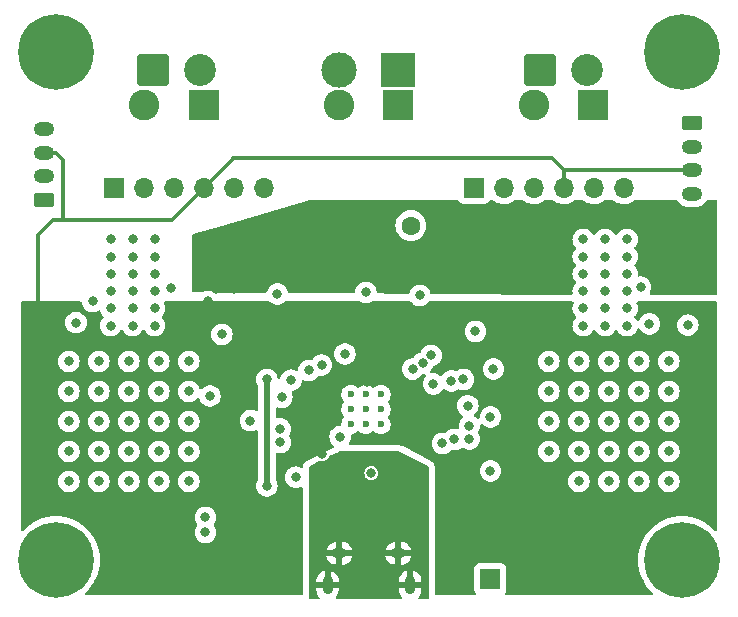
<source format=gbr>
%TF.GenerationSoftware,KiCad,Pcbnew,(6.0.1)*%
%TF.CreationDate,2022-02-12T08:58:57-05:00*%
%TF.ProjectId,motor-driver,6d6f746f-722d-4647-9269-7665722e6b69,rev?*%
%TF.SameCoordinates,Original*%
%TF.FileFunction,Copper,L2,Inr*%
%TF.FilePolarity,Positive*%
%FSLAX46Y46*%
G04 Gerber Fmt 4.6, Leading zero omitted, Abs format (unit mm)*
G04 Created by KiCad (PCBNEW (6.0.1)) date 2022-02-12 08:58:57*
%MOMM*%
%LPD*%
G01*
G04 APERTURE LIST*
G04 Aperture macros list*
%AMRoundRect*
0 Rectangle with rounded corners*
0 $1 Rounding radius*
0 $2 $3 $4 $5 $6 $7 $8 $9 X,Y pos of 4 corners*
0 Add a 4 corners polygon primitive as box body*
4,1,4,$2,$3,$4,$5,$6,$7,$8,$9,$2,$3,0*
0 Add four circle primitives for the rounded corners*
1,1,$1+$1,$2,$3*
1,1,$1+$1,$4,$5*
1,1,$1+$1,$6,$7*
1,1,$1+$1,$8,$9*
0 Add four rect primitives between the rounded corners*
20,1,$1+$1,$2,$3,$4,$5,0*
20,1,$1+$1,$4,$5,$6,$7,0*
20,1,$1+$1,$6,$7,$8,$9,0*
20,1,$1+$1,$8,$9,$2,$3,0*%
G04 Aperture macros list end*
%TA.AperFunction,ComponentPad*%
%ADD10RoundRect,0.250000X-0.625000X0.350000X-0.625000X-0.350000X0.625000X-0.350000X0.625000X0.350000X0*%
%TD*%
%TA.AperFunction,ComponentPad*%
%ADD11O,1.750000X1.200000*%
%TD*%
%TA.AperFunction,ComponentPad*%
%ADD12C,0.800000*%
%TD*%
%TA.AperFunction,ComponentPad*%
%ADD13C,6.400000*%
%TD*%
%TA.AperFunction,ComponentPad*%
%ADD14R,3.000000X3.000000*%
%TD*%
%TA.AperFunction,ComponentPad*%
%ADD15C,3.000000*%
%TD*%
%TA.AperFunction,ComponentPad*%
%ADD16R,1.700000X1.700000*%
%TD*%
%TA.AperFunction,ComponentPad*%
%ADD17O,1.700000X1.700000*%
%TD*%
%TA.AperFunction,ComponentPad*%
%ADD18RoundRect,0.250001X-1.099999X-1.099999X1.099999X-1.099999X1.099999X1.099999X-1.099999X1.099999X0*%
%TD*%
%TA.AperFunction,ComponentPad*%
%ADD19C,2.700000*%
%TD*%
%TA.AperFunction,ComponentPad*%
%ADD20O,1.250000X0.950000*%
%TD*%
%TA.AperFunction,ComponentPad*%
%ADD21O,0.890000X1.550000*%
%TD*%
%TA.AperFunction,ComponentPad*%
%ADD22R,2.600000X2.600000*%
%TD*%
%TA.AperFunction,ComponentPad*%
%ADD23C,2.600000*%
%TD*%
%TA.AperFunction,ComponentPad*%
%ADD24R,1.600000X1.600000*%
%TD*%
%TA.AperFunction,ComponentPad*%
%ADD25C,1.600000*%
%TD*%
%TA.AperFunction,ComponentPad*%
%ADD26RoundRect,0.250000X0.625000X-0.350000X0.625000X0.350000X-0.625000X0.350000X-0.625000X-0.350000X0*%
%TD*%
%TA.AperFunction,ComponentPad*%
%ADD27C,0.600000*%
%TD*%
%TA.AperFunction,ViaPad*%
%ADD28C,0.800000*%
%TD*%
%TA.AperFunction,Conductor*%
%ADD29C,0.304800*%
%TD*%
%TA.AperFunction,Conductor*%
%ADD30C,0.177800*%
%TD*%
%TA.AperFunction,Conductor*%
%ADD31C,0.508000*%
%TD*%
G04 APERTURE END LIST*
D10*
%TO.N,/ENC2_B*%
%TO.C,J9*%
X177350000Y-94500000D03*
D11*
%TO.N,/ENC2_A*%
X177350000Y-96500000D03*
%TO.N,+3V3*%
X177350000Y-98500000D03*
%TO.N,GND*%
X177350000Y-100500000D03*
%TD*%
D12*
%TO.N,GND*%
%TO.C,REF\u002A\u002A*%
X178197056Y-133197056D03*
X178197056Y-129802944D03*
X174100000Y-131500000D03*
D13*
X176500000Y-131500000D03*
X176500000Y-131500000D03*
D12*
X174802944Y-133197056D03*
X174802944Y-129802944D03*
X176500000Y-129100000D03*
X176500000Y-133900000D03*
X178900000Y-131500000D03*
%TD*%
D14*
%TO.N,GND*%
%TO.C,J12*%
X152500000Y-90000000D03*
D15*
%TO.N,VBUS*%
X147500000Y-90000000D03*
%TD*%
D13*
%TO.N,GND*%
%TO.C,REF\u002A\u002A*%
X176500000Y-88500000D03*
D12*
X174100000Y-88500000D03*
X176500000Y-86100000D03*
X178197056Y-90197056D03*
D13*
X176500000Y-88500000D03*
D12*
X178900000Y-88500000D03*
X178197056Y-86802944D03*
X174802944Y-90197056D03*
X174802944Y-86802944D03*
X176500000Y-90900000D03*
%TD*%
D16*
%TO.N,/M1B*%
%TO.C,J4*%
X128410000Y-100000000D03*
D17*
%TO.N,/ENC1_A*%
X130950000Y-100000000D03*
%TO.N,GND*%
X133490000Y-100000000D03*
%TO.N,+3V3*%
X136030000Y-100000000D03*
%TO.N,/ENC1_B*%
X138570000Y-100000000D03*
%TO.N,/M1A*%
X141110000Y-100000000D03*
%TD*%
D16*
%TO.N,/M2B*%
%TO.C,J5*%
X158890000Y-100000000D03*
D17*
%TO.N,/ENC2_A*%
X161430000Y-100000000D03*
%TO.N,GND*%
X163970000Y-100000000D03*
%TO.N,+3V3*%
X166510000Y-100000000D03*
%TO.N,/ENC2_B*%
X169050000Y-100000000D03*
%TO.N,/M2A*%
X171590000Y-100000000D03*
%TD*%
D18*
%TO.N,/M2B*%
%TO.C,J11*%
X164500000Y-90000000D03*
D19*
%TO.N,/M2A*%
X168460000Y-90000000D03*
%TD*%
D20*
%TO.N,GND*%
%TO.C,J14*%
X147500000Y-130933000D03*
X152500000Y-130933000D03*
D21*
X153500000Y-133633000D03*
X146500000Y-133633000D03*
%TD*%
D13*
%TO.N,GND*%
%TO.C,REF\u002A\u002A*%
X123500000Y-131500000D03*
D12*
X121802944Y-133197056D03*
X121802944Y-129802944D03*
X123500000Y-133900000D03*
X125900000Y-131500000D03*
X121100000Y-131500000D03*
X125197056Y-129802944D03*
X123500000Y-129100000D03*
X125197056Y-133197056D03*
D13*
X123500000Y-131500000D03*
%TD*%
D22*
%TO.N,GND*%
%TO.C,J3*%
X152500000Y-93000000D03*
D23*
%TO.N,VBUS*%
X147500000Y-93000000D03*
%TD*%
D12*
%TO.N,GND*%
%TO.C,U2*%
X170000000Y-111650000D03*
X168150000Y-108730000D03*
X171850000Y-108730000D03*
X168150000Y-107270000D03*
X170000000Y-105810000D03*
X171850000Y-110190000D03*
X168150000Y-110190000D03*
X170000000Y-107270000D03*
X168150000Y-111650000D03*
X170000000Y-108730000D03*
X170000000Y-110190000D03*
X171850000Y-104350000D03*
X168150000Y-105810000D03*
X168150000Y-104350000D03*
X171850000Y-105810000D03*
X171850000Y-111650000D03*
X170000000Y-104350000D03*
X171850000Y-107270000D03*
%TD*%
D16*
%TO.N,/~{USB_BOOT}*%
%TO.C,J13*%
X160287000Y-133095000D03*
%TD*%
D22*
%TO.N,/M2A*%
%TO.C,J2*%
X169000000Y-93000000D03*
D23*
%TO.N,/M2B*%
X164000000Y-93000000D03*
%TD*%
D18*
%TO.N,/M1B*%
%TO.C,J10*%
X131750000Y-90000000D03*
D19*
%TO.N,/M1A*%
X135710000Y-90000000D03*
%TD*%
D12*
%TO.N,GND*%
%TO.C,REF\u002A\u002A*%
X125197056Y-86802944D03*
D13*
X123500000Y-88500000D03*
D12*
X123500000Y-90900000D03*
X121100000Y-88500000D03*
X125900000Y-88500000D03*
X123500000Y-86100000D03*
X121802944Y-86802944D03*
X121802944Y-90197056D03*
X125197056Y-90197056D03*
D13*
X123500000Y-88500000D03*
%TD*%
D22*
%TO.N,/M1A*%
%TO.C,J1*%
X136000000Y-93000008D03*
D23*
%TO.N,/M1B*%
X131000000Y-93000008D03*
%TD*%
D24*
%TO.N,VCC*%
%TO.C,C1*%
X153556000Y-106680651D03*
D25*
%TO.N,GND*%
X153556000Y-103180651D03*
%TD*%
D12*
%TO.N,GND*%
%TO.C,U1*%
X128150000Y-105810000D03*
X128150000Y-111650000D03*
X128150000Y-104350000D03*
X131850000Y-107270000D03*
X130000000Y-107270000D03*
X131850000Y-110190000D03*
X131850000Y-111650000D03*
X131850000Y-105810000D03*
X128150000Y-108730000D03*
X130000000Y-110190000D03*
X131850000Y-108730000D03*
X131850000Y-104350000D03*
X128150000Y-110190000D03*
X128150000Y-107270000D03*
X130000000Y-105810000D03*
X130000000Y-108730000D03*
X130000000Y-104350000D03*
X130000000Y-111650000D03*
%TD*%
D26*
%TO.N,/ENC1_B*%
%TO.C,J8*%
X122450000Y-101000000D03*
D11*
%TO.N,/ENC1_A*%
X122450000Y-99000000D03*
%TO.N,+3V3*%
X122450000Y-97000000D03*
%TO.N,GND*%
X122450000Y-95000000D03*
%TD*%
D27*
%TO.N,GND*%
%TO.C,U5*%
X148471000Y-120019000D03*
X149746000Y-118744000D03*
X148471000Y-117469000D03*
X149746000Y-120019000D03*
X151021000Y-118744000D03*
X151021000Y-117469000D03*
X151021000Y-120019000D03*
X148471000Y-118744000D03*
X149746000Y-117469000D03*
%TD*%
D28*
%TO.N,GND*%
X129680000Y-124840000D03*
X134760000Y-119760000D03*
X127140000Y-117220000D03*
X172860000Y-122300000D03*
X124600000Y-114680000D03*
X129680000Y-114680000D03*
X124600000Y-119760000D03*
X127140000Y-124840000D03*
X167780000Y-117220000D03*
X134760000Y-124840000D03*
X175400000Y-117220000D03*
X175400000Y-119760000D03*
X172860000Y-114680000D03*
X143805000Y-124487000D03*
X132220000Y-114680000D03*
X132220000Y-122300000D03*
X170320000Y-122300000D03*
X160287000Y-119379000D03*
X142634000Y-117728000D03*
X167780000Y-119760000D03*
X172860000Y-119760000D03*
X160287000Y-123951000D03*
X170320000Y-114680000D03*
X155461000Y-116585000D03*
X165240000Y-119760000D03*
X167780000Y-122300000D03*
X127140000Y-119760000D03*
X165240000Y-122300000D03*
X167780000Y-114680000D03*
X177000000Y-111600000D03*
X175400000Y-114680000D03*
X170320000Y-119760000D03*
X124600000Y-122300000D03*
X124600000Y-117220000D03*
X124600000Y-124840000D03*
X156223000Y-121622700D03*
X172860000Y-117220000D03*
X170320000Y-117220000D03*
X127140000Y-122300000D03*
X165240000Y-117220000D03*
X127140000Y-114680000D03*
X132220000Y-124840000D03*
X175400000Y-122300000D03*
X154318000Y-109092000D03*
X137554000Y-112394000D03*
X144920000Y-115442000D03*
X129680000Y-117220000D03*
X165240000Y-114680000D03*
X170320000Y-124840000D03*
X167780000Y-124840000D03*
X132220000Y-119760000D03*
X134760000Y-114680000D03*
X134760000Y-122300000D03*
X129680000Y-119760000D03*
X142253000Y-108965000D03*
X175400000Y-124840000D03*
X129680000Y-122300000D03*
X132220000Y-117220000D03*
X134760000Y-117220000D03*
X172860000Y-124840000D03*
%TO.N,VCC*%
X146952000Y-106480000D03*
X147968000Y-106480000D03*
X144666000Y-106480000D03*
X178800000Y-107400000D03*
X137000000Y-107600000D03*
X178800000Y-108600000D03*
X137046000Y-108584000D03*
X176800000Y-107400000D03*
X176800000Y-108600000D03*
X138570000Y-107568000D03*
X138570000Y-108584000D03*
X145682000Y-106480000D03*
%TO.N,+3V3*%
X138697000Y-130428000D03*
X146063000Y-122554000D03*
X145285000Y-117744000D03*
X157112000Y-113410000D03*
X162319000Y-118744000D03*
X149873000Y-116458000D03*
X157112000Y-128015000D03*
X177000000Y-110000000D03*
X144793000Y-122554000D03*
X136411000Y-109600000D03*
X142441000Y-129920000D03*
X152032000Y-120776000D03*
%TO.N,/M1_PWM*%
X125200000Y-111400000D03*
X142507000Y-121538000D03*
%TO.N,/SDA*%
X157239000Y-121284000D03*
X136157000Y-127888000D03*
%TO.N,/SCL*%
X158509000Y-121245380D03*
X136157000Y-129158000D03*
%TO.N,/M2_DIR*%
X173750000Y-111500000D03*
X158509000Y-120141000D03*
%TO.N,/ENC1_A*%
X143402074Y-116265964D03*
%TO.N,/ENC1_B*%
X145987253Y-114985253D03*
%TO.N,/ENC2_B*%
X158001000Y-116204000D03*
%TO.N,/ENC2_A*%
X156985000Y-116331000D03*
%TO.N,/M1_FLAG*%
X136538000Y-117601000D03*
X133236000Y-108457000D03*
%TO.N,/M2_FLAG*%
X173000000Y-108400000D03*
X160541000Y-115315000D03*
%TO.N,+1V1*%
X150193964Y-124138036D03*
X147565000Y-121052000D03*
%TO.N,/RUN*%
X159017000Y-112140000D03*
X147968000Y-114045000D03*
%TO.N,/M1_ENABLE*%
X142507000Y-120395000D03*
X126600000Y-109600000D03*
%TO.N,+5V*%
X141364000Y-125221000D03*
X149746000Y-108838000D03*
X141364000Y-116204000D03*
%TO.N,Net-(D3-Pad4)*%
X139967000Y-119695500D03*
X158371817Y-118439083D03*
%TO.N,/ADDR_0*%
X153694661Y-115328138D03*
%TO.N,/ADDR_1*%
X154546620Y-114849300D03*
%TO.N,/ADDR_2*%
X155257986Y-114179167D03*
%TD*%
D29*
%TO.N,+3V3*%
X165500000Y-97500000D02*
X166510000Y-98510000D01*
X166510000Y-98510000D02*
X166510000Y-100000000D01*
X124092000Y-102742000D02*
X123258000Y-102742000D01*
X122000000Y-104000000D02*
X122000000Y-111000000D01*
X123500000Y-97000000D02*
X122450000Y-97000000D01*
X136030000Y-100000000D02*
X133288000Y-102742000D01*
X124092000Y-102742000D02*
X124092000Y-97592000D01*
X177350000Y-98500000D02*
X166500000Y-98500000D01*
X123258000Y-102742000D02*
X122000000Y-104000000D01*
X136030000Y-100000000D02*
X138500000Y-97530000D01*
D30*
X138500000Y-97530000D02*
X138500000Y-97500000D01*
D29*
X124092000Y-97592000D02*
X123500000Y-97000000D01*
X133288000Y-102742000D02*
X124092000Y-102742000D01*
X138500000Y-97500000D02*
X165500000Y-97500000D01*
D31*
%TO.N,+5V*%
X141364000Y-125221000D02*
X141364000Y-116204000D01*
%TD*%
%TA.AperFunction,Conductor*%
%TO.N,VCC*%
G36*
X157533926Y-101020002D02*
G01*
X157580419Y-101073658D01*
X157583784Y-101081764D01*
X157589385Y-101096705D01*
X157594765Y-101103884D01*
X157594767Y-101103887D01*
X157611340Y-101126000D01*
X157676739Y-101213261D01*
X157793295Y-101300615D01*
X157929684Y-101351745D01*
X157991866Y-101358500D01*
X159788134Y-101358500D01*
X159850316Y-101351745D01*
X159986705Y-101300615D01*
X160103261Y-101213261D01*
X160168660Y-101126000D01*
X160185233Y-101103887D01*
X160185235Y-101103884D01*
X160190615Y-101096705D01*
X160196213Y-101081773D01*
X160238851Y-101025008D01*
X160305412Y-101000306D01*
X160314195Y-101000000D01*
X160462155Y-101000000D01*
X160530276Y-101020002D01*
X160542640Y-101029056D01*
X160632775Y-101103887D01*
X160648126Y-101116632D01*
X160841000Y-101229338D01*
X161049692Y-101309030D01*
X161054760Y-101310061D01*
X161054763Y-101310062D01*
X161162017Y-101331883D01*
X161268597Y-101353567D01*
X161273772Y-101353757D01*
X161273774Y-101353757D01*
X161486673Y-101361564D01*
X161486677Y-101361564D01*
X161491837Y-101361753D01*
X161496957Y-101361097D01*
X161496959Y-101361097D01*
X161708288Y-101334025D01*
X161708289Y-101334025D01*
X161713416Y-101333368D01*
X161718366Y-101331883D01*
X161922429Y-101270661D01*
X161922434Y-101270659D01*
X161927384Y-101269174D01*
X162127994Y-101170896D01*
X162309860Y-101041173D01*
X162314295Y-101036753D01*
X162314687Y-101036541D01*
X162317474Y-101034185D01*
X162317960Y-101034760D01*
X162376664Y-101002834D01*
X162403239Y-101000000D01*
X163002155Y-101000000D01*
X163070276Y-101020002D01*
X163082640Y-101029056D01*
X163172775Y-101103887D01*
X163188126Y-101116632D01*
X163381000Y-101229338D01*
X163589692Y-101309030D01*
X163594760Y-101310061D01*
X163594763Y-101310062D01*
X163702017Y-101331883D01*
X163808597Y-101353567D01*
X163813772Y-101353757D01*
X163813774Y-101353757D01*
X164026673Y-101361564D01*
X164026677Y-101361564D01*
X164031837Y-101361753D01*
X164036957Y-101361097D01*
X164036959Y-101361097D01*
X164248288Y-101334025D01*
X164248289Y-101334025D01*
X164253416Y-101333368D01*
X164258366Y-101331883D01*
X164462429Y-101270661D01*
X164462434Y-101270659D01*
X164467384Y-101269174D01*
X164667994Y-101170896D01*
X164849860Y-101041173D01*
X164854295Y-101036753D01*
X164854687Y-101036541D01*
X164857474Y-101034185D01*
X164857960Y-101034760D01*
X164916664Y-101002834D01*
X164943239Y-101000000D01*
X165542155Y-101000000D01*
X165610276Y-101020002D01*
X165622640Y-101029056D01*
X165712775Y-101103887D01*
X165728126Y-101116632D01*
X165921000Y-101229338D01*
X166129692Y-101309030D01*
X166134760Y-101310061D01*
X166134763Y-101310062D01*
X166242017Y-101331883D01*
X166348597Y-101353567D01*
X166353772Y-101353757D01*
X166353774Y-101353757D01*
X166566673Y-101361564D01*
X166566677Y-101361564D01*
X166571837Y-101361753D01*
X166576957Y-101361097D01*
X166576959Y-101361097D01*
X166788288Y-101334025D01*
X166788289Y-101334025D01*
X166793416Y-101333368D01*
X166798366Y-101331883D01*
X167002429Y-101270661D01*
X167002434Y-101270659D01*
X167007384Y-101269174D01*
X167207994Y-101170896D01*
X167389860Y-101041173D01*
X167394295Y-101036753D01*
X167394687Y-101036541D01*
X167397474Y-101034185D01*
X167397960Y-101034760D01*
X167456664Y-101002834D01*
X167483239Y-101000000D01*
X168082155Y-101000000D01*
X168150276Y-101020002D01*
X168162640Y-101029056D01*
X168252775Y-101103887D01*
X168268126Y-101116632D01*
X168461000Y-101229338D01*
X168669692Y-101309030D01*
X168674760Y-101310061D01*
X168674763Y-101310062D01*
X168782017Y-101331883D01*
X168888597Y-101353567D01*
X168893772Y-101353757D01*
X168893774Y-101353757D01*
X169106673Y-101361564D01*
X169106677Y-101361564D01*
X169111837Y-101361753D01*
X169116957Y-101361097D01*
X169116959Y-101361097D01*
X169328288Y-101334025D01*
X169328289Y-101334025D01*
X169333416Y-101333368D01*
X169338366Y-101331883D01*
X169542429Y-101270661D01*
X169542434Y-101270659D01*
X169547384Y-101269174D01*
X169747994Y-101170896D01*
X169929860Y-101041173D01*
X169934295Y-101036753D01*
X169934687Y-101036541D01*
X169937474Y-101034185D01*
X169937960Y-101034760D01*
X169996664Y-101002834D01*
X170023239Y-101000000D01*
X170622155Y-101000000D01*
X170690276Y-101020002D01*
X170702640Y-101029056D01*
X170792775Y-101103887D01*
X170808126Y-101116632D01*
X171001000Y-101229338D01*
X171209692Y-101309030D01*
X171214760Y-101310061D01*
X171214763Y-101310062D01*
X171322017Y-101331883D01*
X171428597Y-101353567D01*
X171433772Y-101353757D01*
X171433774Y-101353757D01*
X171646673Y-101361564D01*
X171646677Y-101361564D01*
X171651837Y-101361753D01*
X171656957Y-101361097D01*
X171656959Y-101361097D01*
X171868288Y-101334025D01*
X171868289Y-101334025D01*
X171873416Y-101333368D01*
X171878366Y-101331883D01*
X172082429Y-101270661D01*
X172082434Y-101270659D01*
X172087384Y-101269174D01*
X172287994Y-101170896D01*
X172469860Y-101041173D01*
X172474295Y-101036753D01*
X172474687Y-101036541D01*
X172477474Y-101034185D01*
X172477960Y-101034760D01*
X172536664Y-101002834D01*
X172563239Y-101000000D01*
X176005761Y-101000000D01*
X176073882Y-101020002D01*
X176108246Y-101056100D01*
X176109674Y-101055087D01*
X176170934Y-101141447D01*
X176232054Y-101227611D01*
X176384850Y-101373881D01*
X176562548Y-101488620D01*
X176568114Y-101490863D01*
X176753168Y-101565442D01*
X176753171Y-101565443D01*
X176758737Y-101567686D01*
X176966337Y-101608228D01*
X176971899Y-101608500D01*
X177677846Y-101608500D01*
X177835566Y-101593452D01*
X178038534Y-101533908D01*
X178122111Y-101490863D01*
X178221249Y-101439804D01*
X178221252Y-101439802D01*
X178226580Y-101437058D01*
X178392920Y-101306396D01*
X178396852Y-101301865D01*
X178396855Y-101301862D01*
X178527621Y-101151167D01*
X178531552Y-101146637D01*
X178534552Y-101141451D01*
X178534555Y-101141447D01*
X178579992Y-101062905D01*
X178631417Y-101013956D01*
X178689056Y-101000000D01*
X179366000Y-101000000D01*
X179434121Y-101020002D01*
X179480614Y-101073658D01*
X179492000Y-101126000D01*
X179492000Y-108963998D01*
X179471998Y-109032119D01*
X179418342Y-109078612D01*
X179365284Y-109089996D01*
X174401085Y-109061800D01*
X173886164Y-109058875D01*
X173818158Y-109038486D01*
X173771971Y-108984567D01*
X173762266Y-108914237D01*
X173777761Y-108869877D01*
X173831223Y-108777279D01*
X173831224Y-108777278D01*
X173834527Y-108771556D01*
X173893542Y-108589928D01*
X173913504Y-108400000D01*
X173903105Y-108301056D01*
X173894232Y-108216635D01*
X173894232Y-108216633D01*
X173893542Y-108210072D01*
X173834527Y-108028444D01*
X173739040Y-107863056D01*
X173611253Y-107721134D01*
X173501724Y-107641556D01*
X173462094Y-107612763D01*
X173462093Y-107612762D01*
X173456752Y-107608882D01*
X173450724Y-107606198D01*
X173450722Y-107606197D01*
X173288319Y-107533891D01*
X173288318Y-107533891D01*
X173282288Y-107531206D01*
X173188887Y-107511353D01*
X173101944Y-107492872D01*
X173101939Y-107492872D01*
X173095487Y-107491500D01*
X172904513Y-107491500D01*
X172898053Y-107492873D01*
X172893059Y-107493398D01*
X172823221Y-107480626D01*
X172771374Y-107432124D01*
X172753980Y-107363291D01*
X172754579Y-107354918D01*
X172762814Y-107276565D01*
X172763504Y-107270000D01*
X172743542Y-107080072D01*
X172684527Y-106898444D01*
X172589040Y-106733056D01*
X172491125Y-106624310D01*
X172460407Y-106560303D01*
X172469172Y-106489849D01*
X172491125Y-106455690D01*
X172584621Y-106351852D01*
X172584622Y-106351851D01*
X172589040Y-106346944D01*
X172684527Y-106181556D01*
X172743542Y-105999928D01*
X172763504Y-105810000D01*
X172743542Y-105620072D01*
X172684527Y-105438444D01*
X172589040Y-105273056D01*
X172491125Y-105164310D01*
X172460407Y-105100303D01*
X172469172Y-105029849D01*
X172491125Y-104995690D01*
X172584621Y-104891852D01*
X172584622Y-104891851D01*
X172589040Y-104886944D01*
X172684527Y-104721556D01*
X172743542Y-104539928D01*
X172750401Y-104474673D01*
X172762814Y-104356565D01*
X172763504Y-104350000D01*
X172759827Y-104315017D01*
X172744232Y-104166635D01*
X172744232Y-104166633D01*
X172743542Y-104160072D01*
X172684527Y-103978444D01*
X172589040Y-103813056D01*
X172461253Y-103671134D01*
X172306752Y-103558882D01*
X172300724Y-103556198D01*
X172300722Y-103556197D01*
X172138319Y-103483891D01*
X172138318Y-103483891D01*
X172132288Y-103481206D01*
X172038887Y-103461353D01*
X171951944Y-103442872D01*
X171951939Y-103442872D01*
X171945487Y-103441500D01*
X171754513Y-103441500D01*
X171748061Y-103442872D01*
X171748056Y-103442872D01*
X171661113Y-103461353D01*
X171567712Y-103481206D01*
X171561682Y-103483891D01*
X171561681Y-103483891D01*
X171399278Y-103556197D01*
X171399276Y-103556198D01*
X171393248Y-103558882D01*
X171238747Y-103671134D01*
X171110960Y-103813056D01*
X171107659Y-103818774D01*
X171034119Y-103946148D01*
X170982736Y-103995141D01*
X170913023Y-104008577D01*
X170847112Y-103982191D01*
X170815881Y-103946148D01*
X170742341Y-103818774D01*
X170739040Y-103813056D01*
X170611253Y-103671134D01*
X170456752Y-103558882D01*
X170450724Y-103556198D01*
X170450722Y-103556197D01*
X170288319Y-103483891D01*
X170288318Y-103483891D01*
X170282288Y-103481206D01*
X170188887Y-103461353D01*
X170101944Y-103442872D01*
X170101939Y-103442872D01*
X170095487Y-103441500D01*
X169904513Y-103441500D01*
X169898061Y-103442872D01*
X169898056Y-103442872D01*
X169811113Y-103461353D01*
X169717712Y-103481206D01*
X169711682Y-103483891D01*
X169711681Y-103483891D01*
X169549278Y-103556197D01*
X169549276Y-103556198D01*
X169543248Y-103558882D01*
X169388747Y-103671134D01*
X169260960Y-103813056D01*
X169257659Y-103818774D01*
X169184119Y-103946148D01*
X169132736Y-103995141D01*
X169063023Y-104008577D01*
X168997112Y-103982191D01*
X168965881Y-103946148D01*
X168892341Y-103818774D01*
X168889040Y-103813056D01*
X168761253Y-103671134D01*
X168606752Y-103558882D01*
X168600724Y-103556198D01*
X168600722Y-103556197D01*
X168438319Y-103483891D01*
X168438318Y-103483891D01*
X168432288Y-103481206D01*
X168338887Y-103461353D01*
X168251944Y-103442872D01*
X168251939Y-103442872D01*
X168245487Y-103441500D01*
X168054513Y-103441500D01*
X168048061Y-103442872D01*
X168048056Y-103442872D01*
X167961113Y-103461353D01*
X167867712Y-103481206D01*
X167861682Y-103483891D01*
X167861681Y-103483891D01*
X167699278Y-103556197D01*
X167699276Y-103556198D01*
X167693248Y-103558882D01*
X167538747Y-103671134D01*
X167410960Y-103813056D01*
X167315473Y-103978444D01*
X167256458Y-104160072D01*
X167255768Y-104166633D01*
X167255768Y-104166635D01*
X167240173Y-104315017D01*
X167236496Y-104350000D01*
X167237186Y-104356565D01*
X167249600Y-104474673D01*
X167256458Y-104539928D01*
X167315473Y-104721556D01*
X167410960Y-104886944D01*
X167415378Y-104891851D01*
X167415379Y-104891852D01*
X167508875Y-104995690D01*
X167539593Y-105059697D01*
X167530828Y-105130151D01*
X167508875Y-105164310D01*
X167410960Y-105273056D01*
X167315473Y-105438444D01*
X167256458Y-105620072D01*
X167236496Y-105810000D01*
X167256458Y-105999928D01*
X167315473Y-106181556D01*
X167410960Y-106346944D01*
X167415378Y-106351851D01*
X167415379Y-106351852D01*
X167508875Y-106455690D01*
X167539593Y-106519697D01*
X167530828Y-106590151D01*
X167508875Y-106624310D01*
X167410960Y-106733056D01*
X167315473Y-106898444D01*
X167256458Y-107080072D01*
X167236496Y-107270000D01*
X167256458Y-107459928D01*
X167315473Y-107641556D01*
X167410960Y-107806944D01*
X167415378Y-107811851D01*
X167415379Y-107811852D01*
X167508875Y-107915690D01*
X167539593Y-107979697D01*
X167530828Y-108050151D01*
X167508875Y-108084310D01*
X167430642Y-108171197D01*
X167410960Y-108193056D01*
X167401136Y-108210072D01*
X167348707Y-108300882D01*
X167315473Y-108358444D01*
X167256458Y-108540072D01*
X167236496Y-108730000D01*
X167237186Y-108736565D01*
X167252399Y-108881311D01*
X167239627Y-108951149D01*
X167191125Y-109002996D01*
X167126373Y-109020479D01*
X155319053Y-108953413D01*
X155251047Y-108933024D01*
X155204860Y-108879105D01*
X155199936Y-108866352D01*
X155154568Y-108726726D01*
X155152527Y-108720444D01*
X155057040Y-108555056D01*
X155043549Y-108540072D01*
X154933675Y-108418045D01*
X154933674Y-108418044D01*
X154929253Y-108413134D01*
X154774752Y-108300882D01*
X154768724Y-108298198D01*
X154768722Y-108298197D01*
X154606319Y-108225891D01*
X154606318Y-108225891D01*
X154600288Y-108223206D01*
X154506888Y-108203353D01*
X154419944Y-108184872D01*
X154419939Y-108184872D01*
X154413487Y-108183500D01*
X154222513Y-108183500D01*
X154216061Y-108184872D01*
X154216056Y-108184872D01*
X154129112Y-108203353D01*
X154035712Y-108223206D01*
X154029682Y-108225891D01*
X154029681Y-108225891D01*
X153867278Y-108298197D01*
X153867276Y-108298198D01*
X153861248Y-108300882D01*
X153706747Y-108413134D01*
X153702326Y-108418044D01*
X153702325Y-108418045D01*
X153592452Y-108540072D01*
X153578960Y-108555056D01*
X153483473Y-108720444D01*
X153445277Y-108838000D01*
X153439756Y-108854991D01*
X153399683Y-108913597D01*
X153334286Y-108941234D01*
X153319207Y-108942053D01*
X151796546Y-108933405D01*
X150781659Y-108927640D01*
X150713655Y-108907252D01*
X150667468Y-108853334D01*
X150657067Y-108814813D01*
X150640232Y-108654635D01*
X150640232Y-108654633D01*
X150639542Y-108648072D01*
X150580527Y-108466444D01*
X150485040Y-108301056D01*
X150387797Y-108193056D01*
X150361675Y-108164045D01*
X150361674Y-108164044D01*
X150357253Y-108159134D01*
X150254267Y-108084310D01*
X150208094Y-108050763D01*
X150208093Y-108050762D01*
X150202752Y-108046882D01*
X150196724Y-108044198D01*
X150196722Y-108044197D01*
X150034319Y-107971891D01*
X150034318Y-107971891D01*
X150028288Y-107969206D01*
X149932596Y-107948866D01*
X149847944Y-107930872D01*
X149847939Y-107930872D01*
X149841487Y-107929500D01*
X149650513Y-107929500D01*
X149644061Y-107930872D01*
X149644056Y-107930872D01*
X149559404Y-107948866D01*
X149463712Y-107969206D01*
X149457682Y-107971891D01*
X149457681Y-107971891D01*
X149295278Y-108044197D01*
X149295276Y-108044198D01*
X149289248Y-108046882D01*
X149283907Y-108050762D01*
X149283906Y-108050763D01*
X149237733Y-108084310D01*
X149134747Y-108159134D01*
X149130326Y-108164044D01*
X149130325Y-108164045D01*
X149104204Y-108193056D01*
X149006960Y-108301056D01*
X148911473Y-108466444D01*
X148852458Y-108648072D01*
X148851768Y-108654633D01*
X148851768Y-108654635D01*
X148847749Y-108692872D01*
X148839480Y-108771556D01*
X148836170Y-108803046D01*
X148809157Y-108868703D01*
X148750935Y-108909333D01*
X148710144Y-108915874D01*
X145917378Y-108900011D01*
X143270514Y-108884977D01*
X143202509Y-108864588D01*
X143156322Y-108810669D01*
X143147985Y-108785179D01*
X143147232Y-108781637D01*
X143146542Y-108775072D01*
X143087527Y-108593444D01*
X142992040Y-108428056D01*
X142972690Y-108406565D01*
X142868675Y-108291045D01*
X142868674Y-108291044D01*
X142864253Y-108286134D01*
X142736143Y-108193056D01*
X142715094Y-108177763D01*
X142715093Y-108177762D01*
X142709752Y-108173882D01*
X142703724Y-108171198D01*
X142703722Y-108171197D01*
X142541319Y-108098891D01*
X142541318Y-108098891D01*
X142535288Y-108096206D01*
X142441888Y-108076353D01*
X142354944Y-108057872D01*
X142354939Y-108057872D01*
X142348487Y-108056500D01*
X142157513Y-108056500D01*
X142151061Y-108057872D01*
X142151056Y-108057872D01*
X142064112Y-108076353D01*
X141970712Y-108096206D01*
X141964682Y-108098891D01*
X141964681Y-108098891D01*
X141802278Y-108171197D01*
X141802276Y-108171198D01*
X141796248Y-108173882D01*
X141790907Y-108177762D01*
X141790906Y-108177763D01*
X141769857Y-108193056D01*
X141641747Y-108286134D01*
X141637326Y-108291044D01*
X141637325Y-108291045D01*
X141533311Y-108406565D01*
X141513960Y-108428056D01*
X141418473Y-108593444D01*
X141416431Y-108599729D01*
X141362643Y-108765271D01*
X141359458Y-108775072D01*
X141359402Y-108775605D01*
X141326742Y-108836098D01*
X141264592Y-108870418D01*
X141236512Y-108873424D01*
X138536331Y-108858087D01*
X136963406Y-108849152D01*
X136890062Y-108825091D01*
X136873093Y-108812762D01*
X136873090Y-108812760D01*
X136867752Y-108808882D01*
X136861724Y-108806198D01*
X136861722Y-108806197D01*
X136699319Y-108733891D01*
X136699318Y-108733891D01*
X136693288Y-108731206D01*
X136599888Y-108711353D01*
X136512944Y-108692872D01*
X136512939Y-108692872D01*
X136506487Y-108691500D01*
X136315513Y-108691500D01*
X136309061Y-108692872D01*
X136309056Y-108692872D01*
X136222112Y-108711353D01*
X136128712Y-108731206D01*
X136122682Y-108733891D01*
X136122681Y-108733891D01*
X135960278Y-108806197D01*
X135960276Y-108806198D01*
X135954248Y-108808882D01*
X135948910Y-108812760D01*
X135948907Y-108812762D01*
X135940520Y-108818856D01*
X135873652Y-108842714D01*
X135865744Y-108842917D01*
X135461195Y-108840620D01*
X135125283Y-108838712D01*
X135057278Y-108818323D01*
X135011091Y-108764405D01*
X135000000Y-108712714D01*
X135000000Y-104013478D01*
X135020002Y-103945357D01*
X135073658Y-103898864D01*
X135090689Y-103892528D01*
X137529459Y-103180651D01*
X152242502Y-103180651D01*
X152262457Y-103408738D01*
X152263881Y-103414051D01*
X152263881Y-103414053D01*
X152271236Y-103441500D01*
X152321716Y-103629894D01*
X152324039Y-103634875D01*
X152324039Y-103634876D01*
X152416151Y-103832413D01*
X152416154Y-103832418D01*
X152418477Y-103837400D01*
X152421634Y-103841908D01*
X152538337Y-104008577D01*
X152549802Y-104024951D01*
X152711700Y-104186849D01*
X152716208Y-104190006D01*
X152716211Y-104190008D01*
X152794389Y-104244749D01*
X152899251Y-104318174D01*
X152904233Y-104320497D01*
X152904238Y-104320500D01*
X153101775Y-104412612D01*
X153106757Y-104414935D01*
X153112065Y-104416357D01*
X153112067Y-104416358D01*
X153322598Y-104472770D01*
X153322600Y-104472770D01*
X153327913Y-104474194D01*
X153556000Y-104494149D01*
X153784087Y-104474194D01*
X153789400Y-104472770D01*
X153789402Y-104472770D01*
X153999933Y-104416358D01*
X153999935Y-104416357D01*
X154005243Y-104414935D01*
X154010225Y-104412612D01*
X154207762Y-104320500D01*
X154207767Y-104320497D01*
X154212749Y-104318174D01*
X154317611Y-104244749D01*
X154395789Y-104190008D01*
X154395792Y-104190006D01*
X154400300Y-104186849D01*
X154562198Y-104024951D01*
X154573664Y-104008577D01*
X154690366Y-103841908D01*
X154693523Y-103837400D01*
X154695846Y-103832418D01*
X154695849Y-103832413D01*
X154787961Y-103634876D01*
X154787961Y-103634875D01*
X154790284Y-103629894D01*
X154840765Y-103441500D01*
X154848119Y-103414053D01*
X154848119Y-103414051D01*
X154849543Y-103408738D01*
X154869498Y-103180651D01*
X154849543Y-102952564D01*
X154790284Y-102731408D01*
X154775730Y-102700197D01*
X154695849Y-102528889D01*
X154695846Y-102528884D01*
X154693523Y-102523902D01*
X154562198Y-102336351D01*
X154400300Y-102174453D01*
X154395792Y-102171296D01*
X154395789Y-102171294D01*
X154317611Y-102116553D01*
X154212749Y-102043128D01*
X154207767Y-102040805D01*
X154207762Y-102040802D01*
X154010225Y-101948690D01*
X154010224Y-101948690D01*
X154005243Y-101946367D01*
X153999935Y-101944945D01*
X153999933Y-101944944D01*
X153789402Y-101888532D01*
X153789400Y-101888532D01*
X153784087Y-101887108D01*
X153556000Y-101867153D01*
X153327913Y-101887108D01*
X153322600Y-101888532D01*
X153322598Y-101888532D01*
X153112067Y-101944944D01*
X153112065Y-101944945D01*
X153106757Y-101946367D01*
X153101776Y-101948690D01*
X153101775Y-101948690D01*
X152904238Y-102040802D01*
X152904233Y-102040805D01*
X152899251Y-102043128D01*
X152794389Y-102116553D01*
X152716211Y-102171294D01*
X152716208Y-102171296D01*
X152711700Y-102174453D01*
X152549802Y-102336351D01*
X152418477Y-102523902D01*
X152416154Y-102528884D01*
X152416151Y-102528889D01*
X152336270Y-102700197D01*
X152321716Y-102731408D01*
X152262457Y-102952564D01*
X152242502Y-103180651D01*
X137529459Y-103180651D01*
X144982707Y-101005048D01*
X145018012Y-101000000D01*
X157465805Y-101000000D01*
X157533926Y-101020002D01*
G37*
%TD.AperFunction*%
%TD*%
%TA.AperFunction,Conductor*%
%TO.N,GND*%
G36*
X152635760Y-122313932D02*
G01*
X155011592Y-123534846D01*
X155063037Y-123583771D01*
X155080000Y-123646913D01*
X155080000Y-134696200D01*
X155059998Y-134764321D01*
X155006342Y-134810814D01*
X154954000Y-134822200D01*
X154295075Y-134822200D01*
X154226954Y-134802198D01*
X154180461Y-134748542D01*
X154170357Y-134678268D01*
X154199851Y-134613688D01*
X154208502Y-134604652D01*
X154220496Y-134593310D01*
X154228799Y-134583690D01*
X154332523Y-134435557D01*
X154338720Y-134424469D01*
X154410540Y-134258505D01*
X154414382Y-134246393D01*
X154451677Y-134067866D01*
X154452915Y-134058334D01*
X154453000Y-134055111D01*
X154453000Y-133905115D01*
X154448525Y-133889876D01*
X154447135Y-133888671D01*
X154439452Y-133887000D01*
X152565115Y-133887000D01*
X152549876Y-133891475D01*
X152548671Y-133892865D01*
X152547000Y-133900548D01*
X152547000Y-134008192D01*
X152547323Y-134014567D01*
X152561005Y-134149267D01*
X152563559Y-134161707D01*
X152617635Y-134334264D01*
X152622644Y-134345952D01*
X152710314Y-134504111D01*
X152717565Y-134514544D01*
X152802983Y-134614203D01*
X152832127Y-134678942D01*
X152821645Y-134749160D01*
X152774863Y-134802564D01*
X152707315Y-134822200D01*
X147295075Y-134822200D01*
X147226954Y-134802198D01*
X147180461Y-134748542D01*
X147170357Y-134678268D01*
X147199851Y-134613688D01*
X147208502Y-134604652D01*
X147220496Y-134593310D01*
X147228799Y-134583690D01*
X147332523Y-134435557D01*
X147338720Y-134424469D01*
X147410540Y-134258505D01*
X147414382Y-134246393D01*
X147451677Y-134067866D01*
X147452915Y-134058334D01*
X147453000Y-134055111D01*
X147453000Y-133905115D01*
X147448525Y-133889876D01*
X147447135Y-133888671D01*
X147439452Y-133887000D01*
X145565115Y-133887000D01*
X145549876Y-133891475D01*
X145548671Y-133892865D01*
X145547000Y-133900548D01*
X145547000Y-134008192D01*
X145547323Y-134014567D01*
X145561005Y-134149267D01*
X145563559Y-134161707D01*
X145617635Y-134334264D01*
X145622644Y-134345952D01*
X145710314Y-134504111D01*
X145717565Y-134514544D01*
X145802983Y-134614203D01*
X145832127Y-134678942D01*
X145821645Y-134749160D01*
X145774863Y-134802564D01*
X145707315Y-134822200D01*
X145046000Y-134822200D01*
X144977879Y-134802198D01*
X144931386Y-134748542D01*
X144920000Y-134696200D01*
X144920000Y-133360885D01*
X145547000Y-133360885D01*
X145551475Y-133376124D01*
X145552865Y-133377329D01*
X145560548Y-133379000D01*
X146227885Y-133379000D01*
X146243124Y-133374525D01*
X146244329Y-133373135D01*
X146246000Y-133365452D01*
X146246000Y-133360885D01*
X146754000Y-133360885D01*
X146758475Y-133376124D01*
X146759865Y-133377329D01*
X146767548Y-133379000D01*
X147434885Y-133379000D01*
X147450124Y-133374525D01*
X147451329Y-133373135D01*
X147453000Y-133365452D01*
X147453000Y-133360885D01*
X152547000Y-133360885D01*
X152551475Y-133376124D01*
X152552865Y-133377329D01*
X152560548Y-133379000D01*
X153227885Y-133379000D01*
X153243124Y-133374525D01*
X153244329Y-133373135D01*
X153246000Y-133365452D01*
X153246000Y-133360885D01*
X153754000Y-133360885D01*
X153758475Y-133376124D01*
X153759865Y-133377329D01*
X153767548Y-133379000D01*
X154434885Y-133379000D01*
X154450124Y-133374525D01*
X154451329Y-133373135D01*
X154453000Y-133365452D01*
X154453000Y-133257808D01*
X154452677Y-133251433D01*
X154438995Y-133116733D01*
X154436441Y-133104293D01*
X154382365Y-132931736D01*
X154377356Y-132920048D01*
X154289686Y-132761889D01*
X154282435Y-132751456D01*
X154164756Y-132614157D01*
X154155547Y-132605388D01*
X154012667Y-132494558D01*
X154001887Y-132487822D01*
X153839626Y-132407981D01*
X153827727Y-132403555D01*
X153771531Y-132388918D01*
X153757436Y-132389352D01*
X153754000Y-132397533D01*
X153754000Y-133360885D01*
X153246000Y-133360885D01*
X153246000Y-132399099D01*
X153242027Y-132385568D01*
X153235925Y-132384691D01*
X153086064Y-132439830D01*
X153074658Y-132445392D01*
X152920956Y-132540691D01*
X152910895Y-132548440D01*
X152779504Y-132672690D01*
X152771201Y-132682310D01*
X152667477Y-132830443D01*
X152661280Y-132841531D01*
X152589460Y-133007495D01*
X152585618Y-133019607D01*
X152548323Y-133198134D01*
X152547085Y-133207666D01*
X152547000Y-133210889D01*
X152547000Y-133360885D01*
X147453000Y-133360885D01*
X147453000Y-133257808D01*
X147452677Y-133251433D01*
X147438995Y-133116733D01*
X147436441Y-133104293D01*
X147382365Y-132931736D01*
X147377356Y-132920048D01*
X147289686Y-132761889D01*
X147282435Y-132751456D01*
X147164756Y-132614157D01*
X147155547Y-132605388D01*
X147012667Y-132494558D01*
X147001887Y-132487822D01*
X146839626Y-132407981D01*
X146827727Y-132403555D01*
X146771531Y-132388918D01*
X146757436Y-132389352D01*
X146754000Y-132397533D01*
X146754000Y-133360885D01*
X146246000Y-133360885D01*
X146246000Y-132399099D01*
X146242027Y-132385568D01*
X146235925Y-132384691D01*
X146086064Y-132439830D01*
X146074658Y-132445392D01*
X145920956Y-132540691D01*
X145910895Y-132548440D01*
X145779504Y-132672690D01*
X145771201Y-132682310D01*
X145667477Y-132830443D01*
X145661280Y-132841531D01*
X145589460Y-133007495D01*
X145585618Y-133019607D01*
X145548323Y-133198134D01*
X145547085Y-133207666D01*
X145547000Y-133210889D01*
X145547000Y-133360885D01*
X144920000Y-133360885D01*
X144920000Y-131197075D01*
X146399725Y-131197075D01*
X146459723Y-131360145D01*
X146465297Y-131371573D01*
X146563799Y-131530440D01*
X146571549Y-131540504D01*
X146699986Y-131676322D01*
X146709606Y-131684625D01*
X146862731Y-131791845D01*
X146873820Y-131798042D01*
X147045382Y-131872284D01*
X147057485Y-131876123D01*
X147228264Y-131911801D01*
X147242325Y-131910678D01*
X147246000Y-131900571D01*
X147246000Y-131892390D01*
X147754000Y-131892390D01*
X147758216Y-131906750D01*
X147770695Y-131908809D01*
X147842331Y-131901533D01*
X147854770Y-131898979D01*
X148033143Y-131843080D01*
X148044831Y-131838071D01*
X148208320Y-131747447D01*
X148218753Y-131740196D01*
X148360688Y-131618544D01*
X148369441Y-131609353D01*
X148484021Y-131461636D01*
X148490745Y-131450876D01*
X148573281Y-131283140D01*
X148577709Y-131271233D01*
X148595083Y-131204531D01*
X148594853Y-131197075D01*
X151399725Y-131197075D01*
X151459723Y-131360145D01*
X151465297Y-131371573D01*
X151563799Y-131530440D01*
X151571549Y-131540504D01*
X151699986Y-131676322D01*
X151709606Y-131684625D01*
X151862731Y-131791845D01*
X151873820Y-131798042D01*
X152045382Y-131872284D01*
X152057485Y-131876123D01*
X152228264Y-131911801D01*
X152242325Y-131910678D01*
X152246000Y-131900571D01*
X152246000Y-131892390D01*
X152754000Y-131892390D01*
X152758216Y-131906750D01*
X152770695Y-131908809D01*
X152842331Y-131901533D01*
X152854770Y-131898979D01*
X153033143Y-131843080D01*
X153044831Y-131838071D01*
X153208320Y-131747447D01*
X153218753Y-131740196D01*
X153360688Y-131618544D01*
X153369441Y-131609353D01*
X153484021Y-131461636D01*
X153490745Y-131450876D01*
X153573281Y-131283140D01*
X153577709Y-131271233D01*
X153595083Y-131204531D01*
X153594649Y-131190436D01*
X153586468Y-131187000D01*
X152772115Y-131187000D01*
X152756876Y-131191475D01*
X152755671Y-131192865D01*
X152754000Y-131200548D01*
X152754000Y-131892390D01*
X152246000Y-131892390D01*
X152246000Y-131205115D01*
X152241525Y-131189876D01*
X152240135Y-131188671D01*
X152232452Y-131187000D01*
X151414133Y-131187000D01*
X151400602Y-131190973D01*
X151399725Y-131197075D01*
X148594853Y-131197075D01*
X148594649Y-131190436D01*
X148586468Y-131187000D01*
X147772115Y-131187000D01*
X147756876Y-131191475D01*
X147755671Y-131192865D01*
X147754000Y-131200548D01*
X147754000Y-131892390D01*
X147246000Y-131892390D01*
X147246000Y-131205115D01*
X147241525Y-131189876D01*
X147240135Y-131188671D01*
X147232452Y-131187000D01*
X146414133Y-131187000D01*
X146400602Y-131190973D01*
X146399725Y-131197075D01*
X144920000Y-131197075D01*
X144920000Y-130661469D01*
X146404917Y-130661469D01*
X146405351Y-130675564D01*
X146413532Y-130679000D01*
X147227885Y-130679000D01*
X147243124Y-130674525D01*
X147244329Y-130673135D01*
X147246000Y-130665452D01*
X147246000Y-130660885D01*
X147754000Y-130660885D01*
X147758475Y-130676124D01*
X147759865Y-130677329D01*
X147767548Y-130679000D01*
X148585867Y-130679000D01*
X148599398Y-130675027D01*
X148600275Y-130668925D01*
X148597532Y-130661469D01*
X151404917Y-130661469D01*
X151405351Y-130675564D01*
X151413532Y-130679000D01*
X152227885Y-130679000D01*
X152243124Y-130674525D01*
X152244329Y-130673135D01*
X152246000Y-130665452D01*
X152246000Y-130660885D01*
X152754000Y-130660885D01*
X152758475Y-130676124D01*
X152759865Y-130677329D01*
X152767548Y-130679000D01*
X153585867Y-130679000D01*
X153599398Y-130675027D01*
X153600275Y-130668925D01*
X153540277Y-130505855D01*
X153534703Y-130494427D01*
X153436201Y-130335560D01*
X153428451Y-130325496D01*
X153300014Y-130189678D01*
X153290394Y-130181375D01*
X153137269Y-130074155D01*
X153126180Y-130067958D01*
X152954618Y-129993716D01*
X152942515Y-129989877D01*
X152771736Y-129954199D01*
X152757675Y-129955322D01*
X152754000Y-129965429D01*
X152754000Y-130660885D01*
X152246000Y-130660885D01*
X152246000Y-129973610D01*
X152241784Y-129959250D01*
X152229305Y-129957191D01*
X152157669Y-129964467D01*
X152145230Y-129967021D01*
X151966857Y-130022920D01*
X151955169Y-130027929D01*
X151791680Y-130118553D01*
X151781247Y-130125804D01*
X151639312Y-130247456D01*
X151630559Y-130256647D01*
X151515979Y-130404364D01*
X151509255Y-130415124D01*
X151426719Y-130582860D01*
X151422291Y-130594767D01*
X151404917Y-130661469D01*
X148597532Y-130661469D01*
X148540277Y-130505855D01*
X148534703Y-130494427D01*
X148436201Y-130335560D01*
X148428451Y-130325496D01*
X148300014Y-130189678D01*
X148290394Y-130181375D01*
X148137269Y-130074155D01*
X148126180Y-130067958D01*
X147954618Y-129993716D01*
X147942515Y-129989877D01*
X147771736Y-129954199D01*
X147757675Y-129955322D01*
X147754000Y-129965429D01*
X147754000Y-130660885D01*
X147246000Y-130660885D01*
X147246000Y-129973610D01*
X147241784Y-129959250D01*
X147229305Y-129957191D01*
X147157669Y-129964467D01*
X147145230Y-129967021D01*
X146966857Y-130022920D01*
X146955169Y-130027929D01*
X146791680Y-130118553D01*
X146781247Y-130125804D01*
X146639312Y-130247456D01*
X146630559Y-130256647D01*
X146515979Y-130404364D01*
X146509255Y-130415124D01*
X146426719Y-130582860D01*
X146422291Y-130594767D01*
X146404917Y-130661469D01*
X144920000Y-130661469D01*
X144920000Y-124138036D01*
X149610674Y-124138036D01*
X149630549Y-124289003D01*
X149688820Y-124429681D01*
X149781516Y-124550484D01*
X149902319Y-124643180D01*
X150042997Y-124701451D01*
X150193964Y-124721326D01*
X150202152Y-124720248D01*
X150336743Y-124702529D01*
X150344931Y-124701451D01*
X150485609Y-124643180D01*
X150606412Y-124550484D01*
X150699108Y-124429681D01*
X150757379Y-124289003D01*
X150777254Y-124138036D01*
X150757379Y-123987069D01*
X150699108Y-123846391D01*
X150606412Y-123725588D01*
X150485609Y-123632892D01*
X150344931Y-123574621D01*
X150193964Y-123554746D01*
X150042997Y-123574621D01*
X149902319Y-123632892D01*
X149781516Y-123725588D01*
X149688820Y-123846391D01*
X149630549Y-123987069D01*
X149610674Y-124138036D01*
X144920000Y-124138036D01*
X144920000Y-123647873D01*
X144940002Y-123579752D01*
X144989651Y-123535175D01*
X145814161Y-123122920D01*
X145884035Y-123110346D01*
X145903120Y-123113911D01*
X145904405Y-123114255D01*
X145912033Y-123117415D01*
X146063000Y-123137290D01*
X146071188Y-123136212D01*
X146205779Y-123118493D01*
X146213967Y-123117415D01*
X146354645Y-123059144D01*
X146475448Y-122966448D01*
X146568144Y-122845645D01*
X146602241Y-122763328D01*
X146646788Y-122708048D01*
X146662289Y-122698855D01*
X147433396Y-122313302D01*
X147489745Y-122300000D01*
X152578169Y-122300000D01*
X152635760Y-122313932D01*
G37*
%TD.AperFunction*%
%TD*%
%TA.AperFunction,Conductor*%
%TO.N,+3V3*%
G36*
X125641166Y-109620002D02*
G01*
X125687659Y-109673658D01*
X125698355Y-109712830D01*
X125704863Y-109774749D01*
X125706458Y-109789928D01*
X125765473Y-109971556D01*
X125860960Y-110136944D01*
X125865378Y-110141851D01*
X125865379Y-110141852D01*
X125984325Y-110273955D01*
X125988747Y-110278866D01*
X126143248Y-110391118D01*
X126149276Y-110393802D01*
X126149278Y-110393803D01*
X126245250Y-110436532D01*
X126317712Y-110468794D01*
X126411113Y-110488647D01*
X126498056Y-110507128D01*
X126498061Y-110507128D01*
X126504513Y-110508500D01*
X126695487Y-110508500D01*
X126701939Y-110507128D01*
X126701944Y-110507128D01*
X126788888Y-110488647D01*
X126882288Y-110468794D01*
X126954750Y-110436532D01*
X127050722Y-110393803D01*
X127050724Y-110393802D01*
X127056752Y-110391118D01*
X127080957Y-110373532D01*
X127147825Y-110349674D01*
X127216976Y-110365755D01*
X127266456Y-110416670D01*
X127274850Y-110436531D01*
X127315473Y-110561556D01*
X127318776Y-110567278D01*
X127318777Y-110567279D01*
X127342797Y-110608882D01*
X127410960Y-110726944D01*
X127415378Y-110731851D01*
X127415379Y-110731852D01*
X127508875Y-110835690D01*
X127539593Y-110899697D01*
X127530828Y-110970151D01*
X127508875Y-111004310D01*
X127415379Y-111108148D01*
X127410960Y-111113056D01*
X127407659Y-111118774D01*
X127320438Y-111269845D01*
X127315473Y-111278444D01*
X127256458Y-111460072D01*
X127255768Y-111466633D01*
X127255768Y-111466635D01*
X127242810Y-111589928D01*
X127236496Y-111650000D01*
X127256458Y-111839928D01*
X127315473Y-112021556D01*
X127410960Y-112186944D01*
X127415378Y-112191851D01*
X127415379Y-112191852D01*
X127507176Y-112293803D01*
X127538747Y-112328866D01*
X127693248Y-112441118D01*
X127699276Y-112443802D01*
X127699278Y-112443803D01*
X127844591Y-112508500D01*
X127867712Y-112518794D01*
X127961112Y-112538647D01*
X128048056Y-112557128D01*
X128048061Y-112557128D01*
X128054513Y-112558500D01*
X128245487Y-112558500D01*
X128251939Y-112557128D01*
X128251944Y-112557128D01*
X128338887Y-112538647D01*
X128432288Y-112518794D01*
X128455409Y-112508500D01*
X128600722Y-112443803D01*
X128600724Y-112443802D01*
X128606752Y-112441118D01*
X128761253Y-112328866D01*
X128792824Y-112293803D01*
X128884621Y-112191852D01*
X128884622Y-112191851D01*
X128889040Y-112186944D01*
X128965881Y-112053852D01*
X129017264Y-112004859D01*
X129086977Y-111991423D01*
X129152888Y-112017809D01*
X129184119Y-112053852D01*
X129260960Y-112186944D01*
X129265378Y-112191851D01*
X129265379Y-112191852D01*
X129357176Y-112293803D01*
X129388747Y-112328866D01*
X129543248Y-112441118D01*
X129549276Y-112443802D01*
X129549278Y-112443803D01*
X129694591Y-112508500D01*
X129717712Y-112518794D01*
X129811112Y-112538647D01*
X129898056Y-112557128D01*
X129898061Y-112557128D01*
X129904513Y-112558500D01*
X130095487Y-112558500D01*
X130101939Y-112557128D01*
X130101944Y-112557128D01*
X130188887Y-112538647D01*
X130282288Y-112518794D01*
X130305409Y-112508500D01*
X130450722Y-112443803D01*
X130450724Y-112443802D01*
X130456752Y-112441118D01*
X130611253Y-112328866D01*
X130642824Y-112293803D01*
X130734621Y-112191852D01*
X130734622Y-112191851D01*
X130739040Y-112186944D01*
X130815881Y-112053852D01*
X130867264Y-112004859D01*
X130936977Y-111991423D01*
X131002888Y-112017809D01*
X131034119Y-112053852D01*
X131110960Y-112186944D01*
X131115378Y-112191851D01*
X131115379Y-112191852D01*
X131207176Y-112293803D01*
X131238747Y-112328866D01*
X131393248Y-112441118D01*
X131399276Y-112443802D01*
X131399278Y-112443803D01*
X131544591Y-112508500D01*
X131567712Y-112518794D01*
X131661112Y-112538647D01*
X131748056Y-112557128D01*
X131748061Y-112557128D01*
X131754513Y-112558500D01*
X131945487Y-112558500D01*
X131951939Y-112557128D01*
X131951944Y-112557128D01*
X132038887Y-112538647D01*
X132132288Y-112518794D01*
X132155409Y-112508500D01*
X132300722Y-112443803D01*
X132300724Y-112443802D01*
X132306752Y-112441118D01*
X132371604Y-112394000D01*
X136640496Y-112394000D01*
X136660458Y-112583928D01*
X136719473Y-112765556D01*
X136814960Y-112930944D01*
X136942747Y-113072866D01*
X137030331Y-113136500D01*
X137084982Y-113176206D01*
X137097248Y-113185118D01*
X137103276Y-113187802D01*
X137103278Y-113187803D01*
X137251695Y-113253882D01*
X137271712Y-113262794D01*
X137365112Y-113282647D01*
X137452056Y-113301128D01*
X137452061Y-113301128D01*
X137458513Y-113302500D01*
X137649487Y-113302500D01*
X137655939Y-113301128D01*
X137655944Y-113301128D01*
X137742887Y-113282647D01*
X137836288Y-113262794D01*
X137856305Y-113253882D01*
X138004722Y-113187803D01*
X138004724Y-113187802D01*
X138010752Y-113185118D01*
X138023019Y-113176206D01*
X138077669Y-113136500D01*
X138165253Y-113072866D01*
X138293040Y-112930944D01*
X138388527Y-112765556D01*
X138447542Y-112583928D01*
X138467504Y-112394000D01*
X138458518Y-112308500D01*
X138448232Y-112210635D01*
X138448232Y-112210633D01*
X138447542Y-112204072D01*
X138426724Y-112140000D01*
X158103496Y-112140000D01*
X158104186Y-112146565D01*
X158121062Y-112307128D01*
X158123458Y-112329928D01*
X158182473Y-112511556D01*
X158277960Y-112676944D01*
X158282378Y-112681851D01*
X158282379Y-112681852D01*
X158401325Y-112813955D01*
X158405747Y-112818866D01*
X158560248Y-112931118D01*
X158566276Y-112933802D01*
X158566278Y-112933803D01*
X158728681Y-113006109D01*
X158734712Y-113008794D01*
X158828113Y-113028647D01*
X158915056Y-113047128D01*
X158915061Y-113047128D01*
X158921513Y-113048500D01*
X159112487Y-113048500D01*
X159118939Y-113047128D01*
X159118944Y-113047128D01*
X159205888Y-113028647D01*
X159299288Y-113008794D01*
X159305319Y-113006109D01*
X159467722Y-112933803D01*
X159467724Y-112933802D01*
X159473752Y-112931118D01*
X159628253Y-112818866D01*
X159632675Y-112813955D01*
X159751621Y-112681852D01*
X159751622Y-112681851D01*
X159756040Y-112676944D01*
X159851527Y-112511556D01*
X159910542Y-112329928D01*
X159912939Y-112307128D01*
X159929814Y-112146565D01*
X159930504Y-112140000D01*
X159924079Y-112078866D01*
X159911232Y-111956635D01*
X159911232Y-111956633D01*
X159910542Y-111950072D01*
X159851527Y-111768444D01*
X159756040Y-111603056D01*
X159628253Y-111461134D01*
X159473752Y-111348882D01*
X159467724Y-111346198D01*
X159467722Y-111346197D01*
X159305319Y-111273891D01*
X159305318Y-111273891D01*
X159299288Y-111271206D01*
X159205888Y-111251353D01*
X159118944Y-111232872D01*
X159118939Y-111232872D01*
X159112487Y-111231500D01*
X158921513Y-111231500D01*
X158915061Y-111232872D01*
X158915056Y-111232872D01*
X158828113Y-111251353D01*
X158734712Y-111271206D01*
X158728682Y-111273891D01*
X158728681Y-111273891D01*
X158566278Y-111346197D01*
X158566276Y-111346198D01*
X158560248Y-111348882D01*
X158405747Y-111461134D01*
X158277960Y-111603056D01*
X158182473Y-111768444D01*
X158123458Y-111950072D01*
X158122768Y-111956633D01*
X158122768Y-111956635D01*
X158109921Y-112078866D01*
X158103496Y-112140000D01*
X138426724Y-112140000D01*
X138388527Y-112022444D01*
X138293040Y-111857056D01*
X138238251Y-111796206D01*
X138169675Y-111720045D01*
X138169674Y-111720044D01*
X138165253Y-111715134D01*
X138010752Y-111602882D01*
X138004724Y-111600198D01*
X138004722Y-111600197D01*
X137842319Y-111527891D01*
X137842318Y-111527891D01*
X137836288Y-111525206D01*
X137717704Y-111500000D01*
X137655944Y-111486872D01*
X137655939Y-111486872D01*
X137649487Y-111485500D01*
X137458513Y-111485500D01*
X137452061Y-111486872D01*
X137452056Y-111486872D01*
X137390296Y-111500000D01*
X137271712Y-111525206D01*
X137265682Y-111527891D01*
X137265681Y-111527891D01*
X137103278Y-111600197D01*
X137103276Y-111600198D01*
X137097248Y-111602882D01*
X136942747Y-111715134D01*
X136938326Y-111720044D01*
X136938325Y-111720045D01*
X136869750Y-111796206D01*
X136814960Y-111857056D01*
X136719473Y-112022444D01*
X136660458Y-112204072D01*
X136659768Y-112210633D01*
X136659768Y-112210635D01*
X136649482Y-112308500D01*
X136640496Y-112394000D01*
X132371604Y-112394000D01*
X132461253Y-112328866D01*
X132492824Y-112293803D01*
X132584621Y-112191852D01*
X132584622Y-112191851D01*
X132589040Y-112186944D01*
X132684527Y-112021556D01*
X132743542Y-111839928D01*
X132763504Y-111650000D01*
X132757190Y-111589928D01*
X132744232Y-111466635D01*
X132744232Y-111466633D01*
X132743542Y-111460072D01*
X132684527Y-111278444D01*
X132679563Y-111269845D01*
X132592341Y-111118774D01*
X132589040Y-111113056D01*
X132584621Y-111108148D01*
X132491125Y-111004310D01*
X132460407Y-110940303D01*
X132469172Y-110869849D01*
X132491125Y-110835690D01*
X132584621Y-110731852D01*
X132584622Y-110731851D01*
X132589040Y-110726944D01*
X132657203Y-110608882D01*
X132681223Y-110567279D01*
X132681224Y-110567278D01*
X132684527Y-110561556D01*
X132743542Y-110379928D01*
X132763504Y-110190000D01*
X132743542Y-110000072D01*
X132684527Y-109818444D01*
X132667528Y-109789001D01*
X132650789Y-109720006D01*
X132674009Y-109652914D01*
X132729815Y-109609026D01*
X132776646Y-109600000D01*
X141546152Y-109600000D01*
X141614273Y-109620002D01*
X141631969Y-109635045D01*
X141632423Y-109634541D01*
X141637325Y-109638954D01*
X141641747Y-109643866D01*
X141682752Y-109673658D01*
X141781122Y-109745128D01*
X141796248Y-109756118D01*
X141802276Y-109758802D01*
X141802278Y-109758803D01*
X141964681Y-109831109D01*
X141970712Y-109833794D01*
X142064112Y-109853647D01*
X142151056Y-109872128D01*
X142151061Y-109872128D01*
X142157513Y-109873500D01*
X142348487Y-109873500D01*
X142354939Y-109872128D01*
X142354944Y-109872128D01*
X142441887Y-109853647D01*
X142535288Y-109833794D01*
X142541319Y-109831109D01*
X142703722Y-109758803D01*
X142703724Y-109758802D01*
X142709752Y-109756118D01*
X142724879Y-109745128D01*
X142823248Y-109673658D01*
X142864253Y-109643866D01*
X142868675Y-109638954D01*
X142873577Y-109634541D01*
X142875090Y-109636222D01*
X142926649Y-109604452D01*
X142959848Y-109600000D01*
X149208230Y-109600000D01*
X149276351Y-109620002D01*
X149282293Y-109624065D01*
X149289248Y-109629118D01*
X149295275Y-109631801D01*
X149295276Y-109631802D01*
X149389287Y-109673658D01*
X149463712Y-109706794D01*
X149554069Y-109726000D01*
X149644056Y-109745128D01*
X149644061Y-109745128D01*
X149650513Y-109746500D01*
X149841487Y-109746500D01*
X149847939Y-109745128D01*
X149847944Y-109745128D01*
X149937931Y-109726000D01*
X150028288Y-109706794D01*
X150102713Y-109673658D01*
X150196724Y-109631802D01*
X150196725Y-109631801D01*
X150202752Y-109629118D01*
X150209707Y-109624065D01*
X150210801Y-109623675D01*
X150213814Y-109621935D01*
X150214132Y-109622486D01*
X150276575Y-109600206D01*
X150283770Y-109600000D01*
X153496801Y-109600000D01*
X153564922Y-109620002D01*
X153590435Y-109641688D01*
X153706747Y-109770866D01*
X153772232Y-109818444D01*
X153846122Y-109872128D01*
X153861248Y-109883118D01*
X153867276Y-109885802D01*
X153867278Y-109885803D01*
X154029681Y-109958109D01*
X154035712Y-109960794D01*
X154129113Y-109980647D01*
X154216056Y-109999128D01*
X154216061Y-109999128D01*
X154222513Y-110000500D01*
X154413487Y-110000500D01*
X154419939Y-109999128D01*
X154419944Y-109999128D01*
X154506887Y-109980647D01*
X154600288Y-109960794D01*
X154606319Y-109958109D01*
X154768722Y-109885803D01*
X154768724Y-109885802D01*
X154774752Y-109883118D01*
X154789879Y-109872128D01*
X154863768Y-109818444D01*
X154929253Y-109770866D01*
X155045564Y-109641689D01*
X155106009Y-109604450D01*
X155139199Y-109600000D01*
X167223354Y-109600000D01*
X167291475Y-109620002D01*
X167337968Y-109673658D01*
X167348072Y-109743932D01*
X167332472Y-109789001D01*
X167315473Y-109818444D01*
X167256458Y-110000072D01*
X167236496Y-110190000D01*
X167256458Y-110379928D01*
X167315473Y-110561556D01*
X167318776Y-110567278D01*
X167318777Y-110567279D01*
X167342797Y-110608882D01*
X167410960Y-110726944D01*
X167415378Y-110731851D01*
X167415379Y-110731852D01*
X167508875Y-110835690D01*
X167539593Y-110899697D01*
X167530828Y-110970151D01*
X167508875Y-111004310D01*
X167415379Y-111108148D01*
X167410960Y-111113056D01*
X167407659Y-111118774D01*
X167320438Y-111269845D01*
X167315473Y-111278444D01*
X167256458Y-111460072D01*
X167255768Y-111466633D01*
X167255768Y-111466635D01*
X167242810Y-111589928D01*
X167236496Y-111650000D01*
X167256458Y-111839928D01*
X167315473Y-112021556D01*
X167410960Y-112186944D01*
X167415378Y-112191851D01*
X167415379Y-112191852D01*
X167507176Y-112293803D01*
X167538747Y-112328866D01*
X167693248Y-112441118D01*
X167699276Y-112443802D01*
X167699278Y-112443803D01*
X167844591Y-112508500D01*
X167867712Y-112518794D01*
X167961112Y-112538647D01*
X168048056Y-112557128D01*
X168048061Y-112557128D01*
X168054513Y-112558500D01*
X168245487Y-112558500D01*
X168251939Y-112557128D01*
X168251944Y-112557128D01*
X168338887Y-112538647D01*
X168432288Y-112518794D01*
X168455409Y-112508500D01*
X168600722Y-112443803D01*
X168600724Y-112443802D01*
X168606752Y-112441118D01*
X168761253Y-112328866D01*
X168792824Y-112293803D01*
X168884621Y-112191852D01*
X168884622Y-112191851D01*
X168889040Y-112186944D01*
X168965881Y-112053852D01*
X169017264Y-112004859D01*
X169086977Y-111991423D01*
X169152888Y-112017809D01*
X169184119Y-112053852D01*
X169260960Y-112186944D01*
X169265378Y-112191851D01*
X169265379Y-112191852D01*
X169357176Y-112293803D01*
X169388747Y-112328866D01*
X169543248Y-112441118D01*
X169549276Y-112443802D01*
X169549278Y-112443803D01*
X169694591Y-112508500D01*
X169717712Y-112518794D01*
X169811112Y-112538647D01*
X169898056Y-112557128D01*
X169898061Y-112557128D01*
X169904513Y-112558500D01*
X170095487Y-112558500D01*
X170101939Y-112557128D01*
X170101944Y-112557128D01*
X170188887Y-112538647D01*
X170282288Y-112518794D01*
X170305409Y-112508500D01*
X170450722Y-112443803D01*
X170450724Y-112443802D01*
X170456752Y-112441118D01*
X170611253Y-112328866D01*
X170642824Y-112293803D01*
X170734621Y-112191852D01*
X170734622Y-112191851D01*
X170739040Y-112186944D01*
X170815881Y-112053852D01*
X170867264Y-112004859D01*
X170936977Y-111991423D01*
X171002888Y-112017809D01*
X171034119Y-112053852D01*
X171110960Y-112186944D01*
X171115378Y-112191851D01*
X171115379Y-112191852D01*
X171207176Y-112293803D01*
X171238747Y-112328866D01*
X171393248Y-112441118D01*
X171399276Y-112443802D01*
X171399278Y-112443803D01*
X171544591Y-112508500D01*
X171567712Y-112518794D01*
X171661112Y-112538647D01*
X171748056Y-112557128D01*
X171748061Y-112557128D01*
X171754513Y-112558500D01*
X171945487Y-112558500D01*
X171951939Y-112557128D01*
X171951944Y-112557128D01*
X172038887Y-112538647D01*
X172132288Y-112518794D01*
X172155409Y-112508500D01*
X172300722Y-112443803D01*
X172300724Y-112443802D01*
X172306752Y-112441118D01*
X172461253Y-112328866D01*
X172492824Y-112293803D01*
X172584621Y-112191852D01*
X172584622Y-112191851D01*
X172589040Y-112186944D01*
X172684527Y-112021556D01*
X172711429Y-111938761D01*
X172751503Y-111880155D01*
X172816899Y-111852518D01*
X172886856Y-111864625D01*
X172940380Y-111914696D01*
X173010960Y-112036944D01*
X173138747Y-112178866D01*
X173156621Y-112191852D01*
X173276385Y-112278866D01*
X173293248Y-112291118D01*
X173299276Y-112293802D01*
X173299278Y-112293803D01*
X173461681Y-112366109D01*
X173467712Y-112368794D01*
X173554479Y-112387237D01*
X173648056Y-112407128D01*
X173648061Y-112407128D01*
X173654513Y-112408500D01*
X173845487Y-112408500D01*
X173851939Y-112407128D01*
X173851944Y-112407128D01*
X173945521Y-112387237D01*
X174032288Y-112368794D01*
X174038319Y-112366109D01*
X174200722Y-112293803D01*
X174200724Y-112293802D01*
X174206752Y-112291118D01*
X174223616Y-112278866D01*
X174343379Y-112191852D01*
X174361253Y-112178866D01*
X174489040Y-112036944D01*
X174550076Y-111931226D01*
X174581223Y-111877279D01*
X174581224Y-111877278D01*
X174584527Y-111871556D01*
X174643542Y-111689928D01*
X174652994Y-111600000D01*
X176086496Y-111600000D01*
X176087186Y-111606565D01*
X176105129Y-111777279D01*
X176106458Y-111789928D01*
X176165473Y-111971556D01*
X176168776Y-111977278D01*
X176168777Y-111977279D01*
X176190712Y-112015271D01*
X176260960Y-112136944D01*
X176265378Y-112141851D01*
X176265379Y-112141852D01*
X176379678Y-112268794D01*
X176388747Y-112278866D01*
X176543248Y-112391118D01*
X176549276Y-112393802D01*
X176549278Y-112393803D01*
X176646833Y-112437237D01*
X176717712Y-112468794D01*
X176811113Y-112488647D01*
X176898056Y-112507128D01*
X176898061Y-112507128D01*
X176904513Y-112508500D01*
X177095487Y-112508500D01*
X177101939Y-112507128D01*
X177101944Y-112507128D01*
X177188887Y-112488647D01*
X177282288Y-112468794D01*
X177353167Y-112437237D01*
X177450722Y-112393803D01*
X177450724Y-112393802D01*
X177456752Y-112391118D01*
X177611253Y-112278866D01*
X177620322Y-112268794D01*
X177734621Y-112141852D01*
X177734622Y-112141851D01*
X177739040Y-112136944D01*
X177809288Y-112015271D01*
X177831223Y-111977279D01*
X177831224Y-111977278D01*
X177834527Y-111971556D01*
X177893542Y-111789928D01*
X177894872Y-111777279D01*
X177912814Y-111606565D01*
X177913504Y-111600000D01*
X177893542Y-111410072D01*
X177834527Y-111228444D01*
X177739040Y-111063056D01*
X177611253Y-110921134D01*
X177480375Y-110826045D01*
X177462094Y-110812763D01*
X177462093Y-110812762D01*
X177456752Y-110808882D01*
X177450724Y-110806198D01*
X177450722Y-110806197D01*
X177288319Y-110733891D01*
X177288318Y-110733891D01*
X177282288Y-110731206D01*
X177188888Y-110711353D01*
X177101944Y-110692872D01*
X177101939Y-110692872D01*
X177095487Y-110691500D01*
X176904513Y-110691500D01*
X176898061Y-110692872D01*
X176898056Y-110692872D01*
X176811112Y-110711353D01*
X176717712Y-110731206D01*
X176711682Y-110733891D01*
X176711681Y-110733891D01*
X176549278Y-110806197D01*
X176549276Y-110806198D01*
X176543248Y-110808882D01*
X176537907Y-110812762D01*
X176537906Y-110812763D01*
X176519625Y-110826045D01*
X176388747Y-110921134D01*
X176260960Y-111063056D01*
X176165473Y-111228444D01*
X176106458Y-111410072D01*
X176086496Y-111600000D01*
X174652994Y-111600000D01*
X174653393Y-111596206D01*
X174662814Y-111506565D01*
X174663504Y-111500000D01*
X174653684Y-111406565D01*
X174644232Y-111316635D01*
X174644232Y-111316633D01*
X174643542Y-111310072D01*
X174584527Y-111128444D01*
X174489040Y-110963056D01*
X174431992Y-110899697D01*
X174365675Y-110826045D01*
X174365674Y-110826044D01*
X174361253Y-110821134D01*
X174223742Y-110721226D01*
X174212094Y-110712763D01*
X174212093Y-110712762D01*
X174206752Y-110708882D01*
X174200724Y-110706198D01*
X174200722Y-110706197D01*
X174038319Y-110633891D01*
X174038318Y-110633891D01*
X174032288Y-110631206D01*
X173938887Y-110611353D01*
X173851944Y-110592872D01*
X173851939Y-110592872D01*
X173845487Y-110591500D01*
X173654513Y-110591500D01*
X173648061Y-110592872D01*
X173648056Y-110592872D01*
X173561113Y-110611353D01*
X173467712Y-110631206D01*
X173461682Y-110633891D01*
X173461681Y-110633891D01*
X173299278Y-110706197D01*
X173299276Y-110706198D01*
X173293248Y-110708882D01*
X173287907Y-110712762D01*
X173287906Y-110712763D01*
X173276258Y-110721226D01*
X173138747Y-110821134D01*
X173134326Y-110826044D01*
X173134325Y-110826045D01*
X173068009Y-110899697D01*
X173010960Y-110963056D01*
X172915473Y-111128444D01*
X172913431Y-111134729D01*
X172888571Y-111211239D01*
X172848497Y-111269845D01*
X172783101Y-111297482D01*
X172713144Y-111285375D01*
X172659619Y-111235303D01*
X172658216Y-111232872D01*
X172589040Y-111113056D01*
X172584621Y-111108148D01*
X172491125Y-111004310D01*
X172460407Y-110940303D01*
X172469172Y-110869849D01*
X172491125Y-110835690D01*
X172584621Y-110731852D01*
X172584622Y-110731851D01*
X172589040Y-110726944D01*
X172657203Y-110608882D01*
X172681223Y-110567279D01*
X172681224Y-110567278D01*
X172684527Y-110561556D01*
X172743542Y-110379928D01*
X172763504Y-110190000D01*
X172743542Y-110000072D01*
X172684527Y-109818444D01*
X172667528Y-109789001D01*
X172650789Y-109720006D01*
X172674009Y-109652914D01*
X172729815Y-109609026D01*
X172776646Y-109600000D01*
X179366000Y-109600000D01*
X179434121Y-109620002D01*
X179480614Y-109673658D01*
X179492000Y-109726000D01*
X179492000Y-128946135D01*
X179471998Y-129014256D01*
X179418342Y-129060749D01*
X179348068Y-129070853D01*
X179283488Y-129041359D01*
X179268081Y-129025431D01*
X179261812Y-129017689D01*
X179261803Y-129017679D01*
X179259734Y-129015124D01*
X178984876Y-128740266D01*
X178682793Y-128495643D01*
X178356795Y-128283938D01*
X178353861Y-128282443D01*
X178353854Y-128282439D01*
X178013393Y-128108966D01*
X178010453Y-128107468D01*
X177647562Y-127968167D01*
X177272099Y-127867562D01*
X177068207Y-127835268D01*
X176891424Y-127807268D01*
X176891416Y-127807267D01*
X176888176Y-127806754D01*
X176500000Y-127786411D01*
X176111824Y-127806754D01*
X176108584Y-127807267D01*
X176108576Y-127807268D01*
X175931793Y-127835268D01*
X175727901Y-127867562D01*
X175352438Y-127968167D01*
X174989547Y-128107468D01*
X174986607Y-128108966D01*
X174646147Y-128282439D01*
X174646140Y-128282443D01*
X174643206Y-128283938D01*
X174640440Y-128285734D01*
X174640437Y-128285736D01*
X174404909Y-128438689D01*
X174317207Y-128495643D01*
X174015124Y-128740266D01*
X173740266Y-129015124D01*
X173738194Y-129017682D01*
X173738191Y-129017686D01*
X173719021Y-129041359D01*
X173495643Y-129317207D01*
X173283938Y-129643206D01*
X173282443Y-129646140D01*
X173282439Y-129646147D01*
X173130045Y-129945237D01*
X173107468Y-129989547D01*
X172968167Y-130352438D01*
X172867562Y-130727901D01*
X172806754Y-131111824D01*
X172786411Y-131500000D01*
X172806754Y-131888176D01*
X172867562Y-132272099D01*
X172968167Y-132647562D01*
X173107468Y-133010453D01*
X173108966Y-133013393D01*
X173249104Y-133288428D01*
X173283938Y-133356794D01*
X173495643Y-133682793D01*
X173740266Y-133984876D01*
X174015124Y-134259734D01*
X174017679Y-134261803D01*
X174017689Y-134261812D01*
X174025431Y-134268081D01*
X174065782Y-134326496D01*
X174068146Y-134397454D01*
X174031772Y-134458425D01*
X173968209Y-134490051D01*
X173946135Y-134492000D01*
X161614447Y-134492000D01*
X161546326Y-134471998D01*
X161499833Y-134418342D01*
X161489729Y-134348068D01*
X161513621Y-134290435D01*
X161536630Y-134259734D01*
X161587615Y-134191705D01*
X161638745Y-134055316D01*
X161645500Y-133993134D01*
X161645500Y-132196866D01*
X161638745Y-132134684D01*
X161587615Y-131998295D01*
X161500261Y-131881739D01*
X161383705Y-131794385D01*
X161247316Y-131743255D01*
X161185134Y-131736500D01*
X159388866Y-131736500D01*
X159326684Y-131743255D01*
X159190295Y-131794385D01*
X159073739Y-131881739D01*
X158986385Y-131998295D01*
X158935255Y-132134684D01*
X158928500Y-132196866D01*
X158928500Y-133993134D01*
X158935255Y-134055316D01*
X158986385Y-134191705D01*
X159037370Y-134259734D01*
X159060379Y-134290435D01*
X159085227Y-134356941D01*
X159070174Y-134426324D01*
X159020000Y-134476554D01*
X158959553Y-134492000D01*
X155714000Y-134492000D01*
X155645879Y-134471998D01*
X155599386Y-134418342D01*
X155588000Y-134366000D01*
X155588000Y-123951000D01*
X159373496Y-123951000D01*
X159374186Y-123957565D01*
X159390780Y-124115444D01*
X159393458Y-124140928D01*
X159452473Y-124322556D01*
X159547960Y-124487944D01*
X159675747Y-124629866D01*
X159731489Y-124670365D01*
X159806261Y-124724690D01*
X159830248Y-124742118D01*
X159836276Y-124744802D01*
X159836278Y-124744803D01*
X159998681Y-124817109D01*
X160004712Y-124819794D01*
X160068888Y-124833435D01*
X160185056Y-124858128D01*
X160185061Y-124858128D01*
X160191513Y-124859500D01*
X160382487Y-124859500D01*
X160388939Y-124858128D01*
X160388944Y-124858128D01*
X160474227Y-124840000D01*
X166866496Y-124840000D01*
X166867186Y-124846565D01*
X166868546Y-124859500D01*
X166886458Y-125029928D01*
X166945473Y-125211556D01*
X166948776Y-125217278D01*
X166948777Y-125217279D01*
X166954716Y-125227565D01*
X167040960Y-125376944D01*
X167045378Y-125381851D01*
X167045379Y-125381852D01*
X167057668Y-125395500D01*
X167168747Y-125518866D01*
X167323248Y-125631118D01*
X167329276Y-125633802D01*
X167329278Y-125633803D01*
X167491681Y-125706109D01*
X167497712Y-125708794D01*
X167591113Y-125728647D01*
X167678056Y-125747128D01*
X167678061Y-125747128D01*
X167684513Y-125748500D01*
X167875487Y-125748500D01*
X167881939Y-125747128D01*
X167881944Y-125747128D01*
X167968887Y-125728647D01*
X168062288Y-125708794D01*
X168068319Y-125706109D01*
X168230722Y-125633803D01*
X168230724Y-125633802D01*
X168236752Y-125631118D01*
X168391253Y-125518866D01*
X168502332Y-125395500D01*
X168514621Y-125381852D01*
X168514622Y-125381851D01*
X168519040Y-125376944D01*
X168605284Y-125227565D01*
X168611223Y-125217279D01*
X168611224Y-125217278D01*
X168614527Y-125211556D01*
X168673542Y-125029928D01*
X168691455Y-124859500D01*
X168692814Y-124846565D01*
X168693504Y-124840000D01*
X169406496Y-124840000D01*
X169407186Y-124846565D01*
X169408546Y-124859500D01*
X169426458Y-125029928D01*
X169485473Y-125211556D01*
X169488776Y-125217278D01*
X169488777Y-125217279D01*
X169494716Y-125227565D01*
X169580960Y-125376944D01*
X169585378Y-125381851D01*
X169585379Y-125381852D01*
X169597668Y-125395500D01*
X169708747Y-125518866D01*
X169863248Y-125631118D01*
X169869276Y-125633802D01*
X169869278Y-125633803D01*
X170031681Y-125706109D01*
X170037712Y-125708794D01*
X170131113Y-125728647D01*
X170218056Y-125747128D01*
X170218061Y-125747128D01*
X170224513Y-125748500D01*
X170415487Y-125748500D01*
X170421939Y-125747128D01*
X170421944Y-125747128D01*
X170508887Y-125728647D01*
X170602288Y-125708794D01*
X170608319Y-125706109D01*
X170770722Y-125633803D01*
X170770724Y-125633802D01*
X170776752Y-125631118D01*
X170931253Y-125518866D01*
X171042332Y-125395500D01*
X171054621Y-125381852D01*
X171054622Y-125381851D01*
X171059040Y-125376944D01*
X171145284Y-125227565D01*
X171151223Y-125217279D01*
X171151224Y-125217278D01*
X171154527Y-125211556D01*
X171213542Y-125029928D01*
X171231455Y-124859500D01*
X171232814Y-124846565D01*
X171233504Y-124840000D01*
X171946496Y-124840000D01*
X171947186Y-124846565D01*
X171948546Y-124859500D01*
X171966458Y-125029928D01*
X172025473Y-125211556D01*
X172028776Y-125217278D01*
X172028777Y-125217279D01*
X172034716Y-125227565D01*
X172120960Y-125376944D01*
X172125378Y-125381851D01*
X172125379Y-125381852D01*
X172137668Y-125395500D01*
X172248747Y-125518866D01*
X172403248Y-125631118D01*
X172409276Y-125633802D01*
X172409278Y-125633803D01*
X172571681Y-125706109D01*
X172577712Y-125708794D01*
X172671113Y-125728647D01*
X172758056Y-125747128D01*
X172758061Y-125747128D01*
X172764513Y-125748500D01*
X172955487Y-125748500D01*
X172961939Y-125747128D01*
X172961944Y-125747128D01*
X173048887Y-125728647D01*
X173142288Y-125708794D01*
X173148319Y-125706109D01*
X173310722Y-125633803D01*
X173310724Y-125633802D01*
X173316752Y-125631118D01*
X173471253Y-125518866D01*
X173582332Y-125395500D01*
X173594621Y-125381852D01*
X173594622Y-125381851D01*
X173599040Y-125376944D01*
X173685284Y-125227565D01*
X173691223Y-125217279D01*
X173691224Y-125217278D01*
X173694527Y-125211556D01*
X173753542Y-125029928D01*
X173771455Y-124859500D01*
X173772814Y-124846565D01*
X173773504Y-124840000D01*
X174486496Y-124840000D01*
X174487186Y-124846565D01*
X174488546Y-124859500D01*
X174506458Y-125029928D01*
X174565473Y-125211556D01*
X174568776Y-125217278D01*
X174568777Y-125217279D01*
X174574716Y-125227565D01*
X174660960Y-125376944D01*
X174665378Y-125381851D01*
X174665379Y-125381852D01*
X174677668Y-125395500D01*
X174788747Y-125518866D01*
X174943248Y-125631118D01*
X174949276Y-125633802D01*
X174949278Y-125633803D01*
X175111681Y-125706109D01*
X175117712Y-125708794D01*
X175211113Y-125728647D01*
X175298056Y-125747128D01*
X175298061Y-125747128D01*
X175304513Y-125748500D01*
X175495487Y-125748500D01*
X175501939Y-125747128D01*
X175501944Y-125747128D01*
X175588887Y-125728647D01*
X175682288Y-125708794D01*
X175688319Y-125706109D01*
X175850722Y-125633803D01*
X175850724Y-125633802D01*
X175856752Y-125631118D01*
X176011253Y-125518866D01*
X176122332Y-125395500D01*
X176134621Y-125381852D01*
X176134622Y-125381851D01*
X176139040Y-125376944D01*
X176225284Y-125227565D01*
X176231223Y-125217279D01*
X176231224Y-125217278D01*
X176234527Y-125211556D01*
X176293542Y-125029928D01*
X176311455Y-124859500D01*
X176312814Y-124846565D01*
X176313504Y-124840000D01*
X176312814Y-124833435D01*
X176294232Y-124656635D01*
X176294232Y-124656633D01*
X176293542Y-124650072D01*
X176234527Y-124468444D01*
X176139040Y-124303056D01*
X176011253Y-124161134D01*
X175856752Y-124048882D01*
X175850724Y-124046198D01*
X175850722Y-124046197D01*
X175688319Y-123973891D01*
X175688318Y-123973891D01*
X175682288Y-123971206D01*
X175582786Y-123950056D01*
X175501944Y-123932872D01*
X175501939Y-123932872D01*
X175495487Y-123931500D01*
X175304513Y-123931500D01*
X175298061Y-123932872D01*
X175298056Y-123932872D01*
X175217214Y-123950056D01*
X175117712Y-123971206D01*
X175111682Y-123973891D01*
X175111681Y-123973891D01*
X174949278Y-124046197D01*
X174949276Y-124046198D01*
X174943248Y-124048882D01*
X174788747Y-124161134D01*
X174660960Y-124303056D01*
X174565473Y-124468444D01*
X174506458Y-124650072D01*
X174505768Y-124656633D01*
X174505768Y-124656635D01*
X174487186Y-124833435D01*
X174486496Y-124840000D01*
X173773504Y-124840000D01*
X173772814Y-124833435D01*
X173754232Y-124656635D01*
X173754232Y-124656633D01*
X173753542Y-124650072D01*
X173694527Y-124468444D01*
X173599040Y-124303056D01*
X173471253Y-124161134D01*
X173316752Y-124048882D01*
X173310724Y-124046198D01*
X173310722Y-124046197D01*
X173148319Y-123973891D01*
X173148318Y-123973891D01*
X173142288Y-123971206D01*
X173042786Y-123950056D01*
X172961944Y-123932872D01*
X172961939Y-123932872D01*
X172955487Y-123931500D01*
X172764513Y-123931500D01*
X172758061Y-123932872D01*
X172758056Y-123932872D01*
X172677214Y-123950056D01*
X172577712Y-123971206D01*
X172571682Y-123973891D01*
X172571681Y-123973891D01*
X172409278Y-124046197D01*
X172409276Y-124046198D01*
X172403248Y-124048882D01*
X172248747Y-124161134D01*
X172120960Y-124303056D01*
X172025473Y-124468444D01*
X171966458Y-124650072D01*
X171965768Y-124656633D01*
X171965768Y-124656635D01*
X171947186Y-124833435D01*
X171946496Y-124840000D01*
X171233504Y-124840000D01*
X171232814Y-124833435D01*
X171214232Y-124656635D01*
X171214232Y-124656633D01*
X171213542Y-124650072D01*
X171154527Y-124468444D01*
X171059040Y-124303056D01*
X170931253Y-124161134D01*
X170776752Y-124048882D01*
X170770724Y-124046198D01*
X170770722Y-124046197D01*
X170608319Y-123973891D01*
X170608318Y-123973891D01*
X170602288Y-123971206D01*
X170502786Y-123950056D01*
X170421944Y-123932872D01*
X170421939Y-123932872D01*
X170415487Y-123931500D01*
X170224513Y-123931500D01*
X170218061Y-123932872D01*
X170218056Y-123932872D01*
X170137214Y-123950056D01*
X170037712Y-123971206D01*
X170031682Y-123973891D01*
X170031681Y-123973891D01*
X169869278Y-124046197D01*
X169869276Y-124046198D01*
X169863248Y-124048882D01*
X169708747Y-124161134D01*
X169580960Y-124303056D01*
X169485473Y-124468444D01*
X169426458Y-124650072D01*
X169425768Y-124656633D01*
X169425768Y-124656635D01*
X169407186Y-124833435D01*
X169406496Y-124840000D01*
X168693504Y-124840000D01*
X168692814Y-124833435D01*
X168674232Y-124656635D01*
X168674232Y-124656633D01*
X168673542Y-124650072D01*
X168614527Y-124468444D01*
X168519040Y-124303056D01*
X168391253Y-124161134D01*
X168236752Y-124048882D01*
X168230724Y-124046198D01*
X168230722Y-124046197D01*
X168068319Y-123973891D01*
X168068318Y-123973891D01*
X168062288Y-123971206D01*
X167962786Y-123950056D01*
X167881944Y-123932872D01*
X167881939Y-123932872D01*
X167875487Y-123931500D01*
X167684513Y-123931500D01*
X167678061Y-123932872D01*
X167678056Y-123932872D01*
X167597214Y-123950056D01*
X167497712Y-123971206D01*
X167491682Y-123973891D01*
X167491681Y-123973891D01*
X167329278Y-124046197D01*
X167329276Y-124046198D01*
X167323248Y-124048882D01*
X167168747Y-124161134D01*
X167040960Y-124303056D01*
X166945473Y-124468444D01*
X166886458Y-124650072D01*
X166885768Y-124656633D01*
X166885768Y-124656635D01*
X166867186Y-124833435D01*
X166866496Y-124840000D01*
X160474227Y-124840000D01*
X160505112Y-124833435D01*
X160569288Y-124819794D01*
X160575319Y-124817109D01*
X160737722Y-124744803D01*
X160737724Y-124744802D01*
X160743752Y-124742118D01*
X160767740Y-124724690D01*
X160842511Y-124670365D01*
X160898253Y-124629866D01*
X161026040Y-124487944D01*
X161121527Y-124322556D01*
X161180542Y-124140928D01*
X161183221Y-124115444D01*
X161199814Y-123957565D01*
X161200504Y-123951000D01*
X161198599Y-123932872D01*
X161181232Y-123767635D01*
X161181232Y-123767633D01*
X161180542Y-123761072D01*
X161121527Y-123579444D01*
X161026040Y-123414056D01*
X160898253Y-123272134D01*
X160757907Y-123170166D01*
X160749094Y-123163763D01*
X160749093Y-123163762D01*
X160743752Y-123159882D01*
X160737724Y-123157198D01*
X160737722Y-123157197D01*
X160575319Y-123084891D01*
X160575318Y-123084891D01*
X160569288Y-123082206D01*
X160475887Y-123062353D01*
X160388944Y-123043872D01*
X160388939Y-123043872D01*
X160382487Y-123042500D01*
X160191513Y-123042500D01*
X160185061Y-123043872D01*
X160185056Y-123043872D01*
X160098113Y-123062353D01*
X160004712Y-123082206D01*
X159998682Y-123084891D01*
X159998681Y-123084891D01*
X159836278Y-123157197D01*
X159836276Y-123157198D01*
X159830248Y-123159882D01*
X159824907Y-123163762D01*
X159824906Y-123163763D01*
X159816093Y-123170166D01*
X159675747Y-123272134D01*
X159547960Y-123414056D01*
X159452473Y-123579444D01*
X159393458Y-123761072D01*
X159392768Y-123767633D01*
X159392768Y-123767635D01*
X159375401Y-123932872D01*
X159373496Y-123951000D01*
X155588000Y-123951000D01*
X155588000Y-123646913D01*
X155570604Y-123515113D01*
X155553641Y-123451971D01*
X155502647Y-123329198D01*
X155413118Y-123215658D01*
X155409862Y-123212562D01*
X155409857Y-123212556D01*
X155364928Y-123169828D01*
X155364924Y-123169824D01*
X155361673Y-123166733D01*
X155358017Y-123164137D01*
X155358010Y-123164131D01*
X155247454Y-123085622D01*
X155243783Y-123083015D01*
X152867951Y-121862101D01*
X152755206Y-121820174D01*
X152751561Y-121819292D01*
X152751557Y-121819291D01*
X152724013Y-121812628D01*
X152697615Y-121806242D01*
X152578169Y-121792000D01*
X148402946Y-121792000D01*
X148334825Y-121771998D01*
X148288332Y-121718342D01*
X148278228Y-121648068D01*
X148288525Y-121622700D01*
X155309496Y-121622700D01*
X155310186Y-121629265D01*
X155325188Y-121771998D01*
X155329458Y-121812628D01*
X155388473Y-121994256D01*
X155391776Y-121999978D01*
X155391777Y-121999979D01*
X155412861Y-122036498D01*
X155483960Y-122159644D01*
X155488378Y-122164551D01*
X155488379Y-122164552D01*
X155599283Y-122287723D01*
X155611747Y-122301566D01*
X155696396Y-122363067D01*
X155758469Y-122408166D01*
X155766248Y-122413818D01*
X155772276Y-122416502D01*
X155772278Y-122416503D01*
X155934681Y-122488809D01*
X155940712Y-122491494D01*
X156034113Y-122511347D01*
X156121056Y-122529828D01*
X156121061Y-122529828D01*
X156127513Y-122531200D01*
X156318487Y-122531200D01*
X156324939Y-122529828D01*
X156324944Y-122529828D01*
X156411887Y-122511347D01*
X156505288Y-122491494D01*
X156511319Y-122488809D01*
X156673722Y-122416503D01*
X156673724Y-122416502D01*
X156679752Y-122413818D01*
X156687532Y-122408166D01*
X156749604Y-122363067D01*
X156834253Y-122301566D01*
X156835663Y-122300000D01*
X164326496Y-122300000D01*
X164327186Y-122306565D01*
X164341894Y-122446500D01*
X164346458Y-122489928D01*
X164405473Y-122671556D01*
X164500960Y-122836944D01*
X164628747Y-122978866D01*
X164716331Y-123042500D01*
X164770982Y-123082206D01*
X164783248Y-123091118D01*
X164789276Y-123093802D01*
X164789278Y-123093803D01*
X164951681Y-123166109D01*
X164957712Y-123168794D01*
X165051112Y-123188647D01*
X165138056Y-123207128D01*
X165138061Y-123207128D01*
X165144513Y-123208500D01*
X165335487Y-123208500D01*
X165341939Y-123207128D01*
X165341944Y-123207128D01*
X165428888Y-123188647D01*
X165522288Y-123168794D01*
X165528319Y-123166109D01*
X165690722Y-123093803D01*
X165690724Y-123093802D01*
X165696752Y-123091118D01*
X165709019Y-123082206D01*
X165763669Y-123042500D01*
X165851253Y-122978866D01*
X165979040Y-122836944D01*
X166074527Y-122671556D01*
X166133542Y-122489928D01*
X166138107Y-122446500D01*
X166152814Y-122306565D01*
X166153504Y-122300000D01*
X166866496Y-122300000D01*
X166867186Y-122306565D01*
X166881894Y-122446500D01*
X166886458Y-122489928D01*
X166945473Y-122671556D01*
X167040960Y-122836944D01*
X167168747Y-122978866D01*
X167256331Y-123042500D01*
X167310982Y-123082206D01*
X167323248Y-123091118D01*
X167329276Y-123093802D01*
X167329278Y-123093803D01*
X167491681Y-123166109D01*
X167497712Y-123168794D01*
X167591112Y-123188647D01*
X167678056Y-123207128D01*
X167678061Y-123207128D01*
X167684513Y-123208500D01*
X167875487Y-123208500D01*
X167881939Y-123207128D01*
X167881944Y-123207128D01*
X167968888Y-123188647D01*
X168062288Y-123168794D01*
X168068319Y-123166109D01*
X168230722Y-123093803D01*
X168230724Y-123093802D01*
X168236752Y-123091118D01*
X168249019Y-123082206D01*
X168303669Y-123042500D01*
X168391253Y-122978866D01*
X168519040Y-122836944D01*
X168614527Y-122671556D01*
X168673542Y-122489928D01*
X168678107Y-122446500D01*
X168692814Y-122306565D01*
X168693504Y-122300000D01*
X169406496Y-122300000D01*
X169407186Y-122306565D01*
X169421894Y-122446500D01*
X169426458Y-122489928D01*
X169485473Y-122671556D01*
X169580960Y-122836944D01*
X169708747Y-122978866D01*
X169796331Y-123042500D01*
X169850982Y-123082206D01*
X169863248Y-123091118D01*
X169869276Y-123093802D01*
X169869278Y-123093803D01*
X170031681Y-123166109D01*
X170037712Y-123168794D01*
X170131112Y-123188647D01*
X170218056Y-123207128D01*
X170218061Y-123207128D01*
X170224513Y-123208500D01*
X170415487Y-123208500D01*
X170421939Y-123207128D01*
X170421944Y-123207128D01*
X170508888Y-123188647D01*
X170602288Y-123168794D01*
X170608319Y-123166109D01*
X170770722Y-123093803D01*
X170770724Y-123093802D01*
X170776752Y-123091118D01*
X170789019Y-123082206D01*
X170843669Y-123042500D01*
X170931253Y-122978866D01*
X171059040Y-122836944D01*
X171154527Y-122671556D01*
X171213542Y-122489928D01*
X171218107Y-122446500D01*
X171232814Y-122306565D01*
X171233504Y-122300000D01*
X171946496Y-122300000D01*
X171947186Y-122306565D01*
X171961894Y-122446500D01*
X171966458Y-122489928D01*
X172025473Y-122671556D01*
X172120960Y-122836944D01*
X172248747Y-122978866D01*
X172336331Y-123042500D01*
X172390982Y-123082206D01*
X172403248Y-123091118D01*
X172409276Y-123093802D01*
X172409278Y-123093803D01*
X172571681Y-123166109D01*
X172577712Y-123168794D01*
X172671112Y-123188647D01*
X172758056Y-123207128D01*
X172758061Y-123207128D01*
X172764513Y-123208500D01*
X172955487Y-123208500D01*
X172961939Y-123207128D01*
X172961944Y-123207128D01*
X173048888Y-123188647D01*
X173142288Y-123168794D01*
X173148319Y-123166109D01*
X173310722Y-123093803D01*
X173310724Y-123093802D01*
X173316752Y-123091118D01*
X173329019Y-123082206D01*
X173383669Y-123042500D01*
X173471253Y-122978866D01*
X173599040Y-122836944D01*
X173694527Y-122671556D01*
X173753542Y-122489928D01*
X173758107Y-122446500D01*
X173772814Y-122306565D01*
X173773504Y-122300000D01*
X174486496Y-122300000D01*
X174487186Y-122306565D01*
X174501894Y-122446500D01*
X174506458Y-122489928D01*
X174565473Y-122671556D01*
X174660960Y-122836944D01*
X174788747Y-122978866D01*
X174876331Y-123042500D01*
X174930982Y-123082206D01*
X174943248Y-123091118D01*
X174949276Y-123093802D01*
X174949278Y-123093803D01*
X175111681Y-123166109D01*
X175117712Y-123168794D01*
X175211112Y-123188647D01*
X175298056Y-123207128D01*
X175298061Y-123207128D01*
X175304513Y-123208500D01*
X175495487Y-123208500D01*
X175501939Y-123207128D01*
X175501944Y-123207128D01*
X175588888Y-123188647D01*
X175682288Y-123168794D01*
X175688319Y-123166109D01*
X175850722Y-123093803D01*
X175850724Y-123093802D01*
X175856752Y-123091118D01*
X175869019Y-123082206D01*
X175923669Y-123042500D01*
X176011253Y-122978866D01*
X176139040Y-122836944D01*
X176234527Y-122671556D01*
X176293542Y-122489928D01*
X176298107Y-122446500D01*
X176312814Y-122306565D01*
X176313504Y-122300000D01*
X176307616Y-122243977D01*
X176294232Y-122116635D01*
X176294232Y-122116633D01*
X176293542Y-122110072D01*
X176234527Y-121928444D01*
X176139040Y-121763056D01*
X176113064Y-121734206D01*
X176015675Y-121626045D01*
X176015674Y-121626044D01*
X176011253Y-121621134D01*
X175896829Y-121538000D01*
X175862094Y-121512763D01*
X175862093Y-121512762D01*
X175856752Y-121508882D01*
X175850724Y-121506198D01*
X175850722Y-121506197D01*
X175688319Y-121433891D01*
X175688318Y-121433891D01*
X175682288Y-121431206D01*
X175588887Y-121411353D01*
X175501944Y-121392872D01*
X175501939Y-121392872D01*
X175495487Y-121391500D01*
X175304513Y-121391500D01*
X175298061Y-121392872D01*
X175298056Y-121392872D01*
X175211113Y-121411353D01*
X175117712Y-121431206D01*
X175111682Y-121433891D01*
X175111681Y-121433891D01*
X174949278Y-121506197D01*
X174949276Y-121506198D01*
X174943248Y-121508882D01*
X174937907Y-121512762D01*
X174937906Y-121512763D01*
X174903171Y-121538000D01*
X174788747Y-121621134D01*
X174784326Y-121626044D01*
X174784325Y-121626045D01*
X174686937Y-121734206D01*
X174660960Y-121763056D01*
X174565473Y-121928444D01*
X174506458Y-122110072D01*
X174505768Y-122116633D01*
X174505768Y-122116635D01*
X174492384Y-122243977D01*
X174486496Y-122300000D01*
X173773504Y-122300000D01*
X173767616Y-122243977D01*
X173754232Y-122116635D01*
X173754232Y-122116633D01*
X173753542Y-122110072D01*
X173694527Y-121928444D01*
X173599040Y-121763056D01*
X173573064Y-121734206D01*
X173475675Y-121626045D01*
X173475674Y-121626044D01*
X173471253Y-121621134D01*
X173356829Y-121538000D01*
X173322094Y-121512763D01*
X173322093Y-121512762D01*
X173316752Y-121508882D01*
X173310724Y-121506198D01*
X173310722Y-121506197D01*
X173148319Y-121433891D01*
X173148318Y-121433891D01*
X173142288Y-121431206D01*
X173048887Y-121411353D01*
X172961944Y-121392872D01*
X172961939Y-121392872D01*
X172955487Y-121391500D01*
X172764513Y-121391500D01*
X172758061Y-121392872D01*
X172758056Y-121392872D01*
X172671113Y-121411353D01*
X172577712Y-121431206D01*
X172571682Y-121433891D01*
X172571681Y-121433891D01*
X172409278Y-121506197D01*
X172409276Y-121506198D01*
X172403248Y-121508882D01*
X172397907Y-121512762D01*
X172397906Y-121512763D01*
X172363171Y-121538000D01*
X172248747Y-121621134D01*
X172244326Y-121626044D01*
X172244325Y-121626045D01*
X172146937Y-121734206D01*
X172120960Y-121763056D01*
X172025473Y-121928444D01*
X171966458Y-122110072D01*
X171965768Y-122116633D01*
X171965768Y-122116635D01*
X171952384Y-122243977D01*
X171946496Y-122300000D01*
X171233504Y-122300000D01*
X171227616Y-122243977D01*
X171214232Y-122116635D01*
X171214232Y-122116633D01*
X171213542Y-122110072D01*
X171154527Y-121928444D01*
X171059040Y-121763056D01*
X171033064Y-121734206D01*
X170935675Y-121626045D01*
X170935674Y-121626044D01*
X170931253Y-121621134D01*
X170816829Y-121538000D01*
X170782094Y-121512763D01*
X170782093Y-121512762D01*
X170776752Y-121508882D01*
X170770724Y-121506198D01*
X170770722Y-121506197D01*
X170608319Y-121433891D01*
X170608318Y-121433891D01*
X170602288Y-121431206D01*
X170508887Y-121411353D01*
X170421944Y-121392872D01*
X170421939Y-121392872D01*
X170415487Y-121391500D01*
X170224513Y-121391500D01*
X170218061Y-121392872D01*
X170218056Y-121392872D01*
X170131113Y-121411353D01*
X170037712Y-121431206D01*
X170031682Y-121433891D01*
X170031681Y-121433891D01*
X169869278Y-121506197D01*
X169869276Y-121506198D01*
X169863248Y-121508882D01*
X169857907Y-121512762D01*
X169857906Y-121512763D01*
X169823171Y-121538000D01*
X169708747Y-121621134D01*
X169704326Y-121626044D01*
X169704325Y-121626045D01*
X169606937Y-121734206D01*
X169580960Y-121763056D01*
X169485473Y-121928444D01*
X169426458Y-122110072D01*
X169425768Y-122116633D01*
X169425768Y-122116635D01*
X169412384Y-122243977D01*
X169406496Y-122300000D01*
X168693504Y-122300000D01*
X168687616Y-122243977D01*
X168674232Y-122116635D01*
X168674232Y-122116633D01*
X168673542Y-122110072D01*
X168614527Y-121928444D01*
X168519040Y-121763056D01*
X168493064Y-121734206D01*
X168395675Y-121626045D01*
X168395674Y-121626044D01*
X168391253Y-121621134D01*
X168276829Y-121538000D01*
X168242094Y-121512763D01*
X168242093Y-121512762D01*
X168236752Y-121508882D01*
X168230724Y-121506198D01*
X168230722Y-121506197D01*
X168068319Y-121433891D01*
X168068318Y-121433891D01*
X168062288Y-121431206D01*
X167968887Y-121411353D01*
X167881944Y-121392872D01*
X167881939Y-121392872D01*
X167875487Y-121391500D01*
X167684513Y-121391500D01*
X167678061Y-121392872D01*
X167678056Y-121392872D01*
X167591113Y-121411353D01*
X167497712Y-121431206D01*
X167491682Y-121433891D01*
X167491681Y-121433891D01*
X167329278Y-121506197D01*
X167329276Y-121506198D01*
X167323248Y-121508882D01*
X167317907Y-121512762D01*
X167317906Y-121512763D01*
X167283171Y-121538000D01*
X167168747Y-121621134D01*
X167164326Y-121626044D01*
X167164325Y-121626045D01*
X167066937Y-121734206D01*
X167040960Y-121763056D01*
X166945473Y-121928444D01*
X166886458Y-122110072D01*
X166885768Y-122116633D01*
X166885768Y-122116635D01*
X166872384Y-122243977D01*
X166866496Y-122300000D01*
X166153504Y-122300000D01*
X166147616Y-122243977D01*
X166134232Y-122116635D01*
X166134232Y-122116633D01*
X166133542Y-122110072D01*
X166074527Y-121928444D01*
X165979040Y-121763056D01*
X165953064Y-121734206D01*
X165855675Y-121626045D01*
X165855674Y-121626044D01*
X165851253Y-121621134D01*
X165736829Y-121538000D01*
X165702094Y-121512763D01*
X165702093Y-121512762D01*
X165696752Y-121508882D01*
X165690724Y-121506198D01*
X165690722Y-121506197D01*
X165528319Y-121433891D01*
X165528318Y-121433891D01*
X165522288Y-121431206D01*
X165428887Y-121411353D01*
X165341944Y-121392872D01*
X165341939Y-121392872D01*
X165335487Y-121391500D01*
X165144513Y-121391500D01*
X165138061Y-121392872D01*
X165138056Y-121392872D01*
X165051113Y-121411353D01*
X164957712Y-121431206D01*
X164951682Y-121433891D01*
X164951681Y-121433891D01*
X164789278Y-121506197D01*
X164789276Y-121506198D01*
X164783248Y-121508882D01*
X164777907Y-121512762D01*
X164777906Y-121512763D01*
X164743171Y-121538000D01*
X164628747Y-121621134D01*
X164624326Y-121626044D01*
X164624325Y-121626045D01*
X164526937Y-121734206D01*
X164500960Y-121763056D01*
X164405473Y-121928444D01*
X164346458Y-122110072D01*
X164345768Y-122116633D01*
X164345768Y-122116635D01*
X164332384Y-122243977D01*
X164326496Y-122300000D01*
X156835663Y-122300000D01*
X156917685Y-122208906D01*
X156978130Y-122171666D01*
X157037518Y-122169970D01*
X157137049Y-122191127D01*
X157137058Y-122191128D01*
X157143513Y-122192500D01*
X157334487Y-122192500D01*
X157340939Y-122191128D01*
X157340944Y-122191128D01*
X157432503Y-122171666D01*
X157521288Y-122152794D01*
X157604949Y-122115546D01*
X157689722Y-122077803D01*
X157689724Y-122077802D01*
X157695752Y-122075118D01*
X157826518Y-121980111D01*
X157893384Y-121956253D01*
X157962536Y-121972333D01*
X157974625Y-121980101D01*
X158052248Y-122036498D01*
X158058276Y-122039182D01*
X158058278Y-122039183D01*
X158220681Y-122111489D01*
X158226712Y-122114174D01*
X158320112Y-122134027D01*
X158407056Y-122152508D01*
X158407061Y-122152508D01*
X158413513Y-122153880D01*
X158604487Y-122153880D01*
X158610939Y-122152508D01*
X158610944Y-122152508D01*
X158697888Y-122134027D01*
X158791288Y-122114174D01*
X158797319Y-122111489D01*
X158959722Y-122039183D01*
X158959724Y-122039182D01*
X158965752Y-122036498D01*
X159120253Y-121924246D01*
X159124675Y-121919335D01*
X159243621Y-121787232D01*
X159243622Y-121787231D01*
X159248040Y-121782324D01*
X159343527Y-121616936D01*
X159402542Y-121435308D01*
X159403469Y-121426494D01*
X159421814Y-121251945D01*
X159422504Y-121245380D01*
X159402542Y-121055452D01*
X159343527Y-120873824D01*
X159333118Y-120855794D01*
X159275611Y-120756190D01*
X159258873Y-120687195D01*
X159275611Y-120630190D01*
X159340223Y-120518279D01*
X159340224Y-120518278D01*
X159343527Y-120512556D01*
X159402542Y-120330928D01*
X159407107Y-120287500D01*
X159421814Y-120147565D01*
X159421814Y-120147564D01*
X159422504Y-120141000D01*
X159421646Y-120132835D01*
X159419679Y-120114115D01*
X159432452Y-120044277D01*
X159480955Y-119992431D01*
X159549788Y-119975038D01*
X159617098Y-119997621D01*
X159638618Y-120016630D01*
X159675747Y-120057866D01*
X159688396Y-120067056D01*
X159799207Y-120147565D01*
X159830248Y-120170118D01*
X159836276Y-120172802D01*
X159836278Y-120172803D01*
X159998681Y-120245109D01*
X160004712Y-120247794D01*
X160086276Y-120265131D01*
X160185056Y-120286128D01*
X160185061Y-120286128D01*
X160191513Y-120287500D01*
X160382487Y-120287500D01*
X160388939Y-120286128D01*
X160388944Y-120286128D01*
X160487724Y-120265131D01*
X160569288Y-120247794D01*
X160575319Y-120245109D01*
X160737722Y-120172803D01*
X160737724Y-120172802D01*
X160743752Y-120170118D01*
X160774794Y-120147565D01*
X160885604Y-120067056D01*
X160898253Y-120057866D01*
X160995441Y-119949928D01*
X161021621Y-119920852D01*
X161021622Y-119920851D01*
X161026040Y-119915944D01*
X161113926Y-119763721D01*
X161116075Y-119760000D01*
X164326496Y-119760000D01*
X164327186Y-119766565D01*
X164334345Y-119834675D01*
X164346458Y-119949928D01*
X164405473Y-120131556D01*
X164408776Y-120137278D01*
X164408777Y-120137279D01*
X164412369Y-120143500D01*
X164500960Y-120296944D01*
X164505378Y-120301851D01*
X164505379Y-120301852D01*
X164606208Y-120413834D01*
X164628747Y-120438866D01*
X164783248Y-120551118D01*
X164789276Y-120553802D01*
X164789278Y-120553803D01*
X164920032Y-120612018D01*
X164957712Y-120628794D01*
X165051113Y-120648647D01*
X165138056Y-120667128D01*
X165138061Y-120667128D01*
X165144513Y-120668500D01*
X165335487Y-120668500D01*
X165341939Y-120667128D01*
X165341944Y-120667128D01*
X165428887Y-120648647D01*
X165522288Y-120628794D01*
X165559968Y-120612018D01*
X165690722Y-120553803D01*
X165690724Y-120553802D01*
X165696752Y-120551118D01*
X165851253Y-120438866D01*
X165873792Y-120413834D01*
X165974621Y-120301852D01*
X165974622Y-120301851D01*
X165979040Y-120296944D01*
X166067631Y-120143500D01*
X166071223Y-120137279D01*
X166071224Y-120137278D01*
X166074527Y-120131556D01*
X166133542Y-119949928D01*
X166145656Y-119834675D01*
X166152814Y-119766565D01*
X166153504Y-119760000D01*
X166866496Y-119760000D01*
X166867186Y-119766565D01*
X166874345Y-119834675D01*
X166886458Y-119949928D01*
X166945473Y-120131556D01*
X166948776Y-120137278D01*
X166948777Y-120137279D01*
X166952369Y-120143500D01*
X167040960Y-120296944D01*
X167045378Y-120301851D01*
X167045379Y-120301852D01*
X167146208Y-120413834D01*
X167168747Y-120438866D01*
X167323248Y-120551118D01*
X167329276Y-120553802D01*
X167329278Y-120553803D01*
X167460032Y-120612018D01*
X167497712Y-120628794D01*
X167591113Y-120648647D01*
X167678056Y-120667128D01*
X167678061Y-120667128D01*
X167684513Y-120668500D01*
X167875487Y-120668500D01*
X167881939Y-120667128D01*
X167881944Y-120667128D01*
X167968887Y-120648647D01*
X168062288Y-120628794D01*
X168099968Y-120612018D01*
X168230722Y-120553803D01*
X168230724Y-120553802D01*
X168236752Y-120551118D01*
X168391253Y-120438866D01*
X168413792Y-120413834D01*
X168514621Y-120301852D01*
X168514622Y-120301851D01*
X168519040Y-120296944D01*
X168607631Y-120143500D01*
X168611223Y-120137279D01*
X168611224Y-120137278D01*
X168614527Y-120131556D01*
X168673542Y-119949928D01*
X168685656Y-119834675D01*
X168692814Y-119766565D01*
X168693504Y-119760000D01*
X169406496Y-119760000D01*
X169407186Y-119766565D01*
X169414345Y-119834675D01*
X169426458Y-119949928D01*
X169485473Y-120131556D01*
X169488776Y-120137278D01*
X169488777Y-120137279D01*
X169492369Y-120143500D01*
X169580960Y-120296944D01*
X169585378Y-120301851D01*
X169585379Y-120301852D01*
X169686208Y-120413834D01*
X169708747Y-120438866D01*
X169863248Y-120551118D01*
X169869276Y-120553802D01*
X169869278Y-120553803D01*
X170000032Y-120612018D01*
X170037712Y-120628794D01*
X170131113Y-120648647D01*
X170218056Y-120667128D01*
X170218061Y-120667128D01*
X170224513Y-120668500D01*
X170415487Y-120668500D01*
X170421939Y-120667128D01*
X170421944Y-120667128D01*
X170508887Y-120648647D01*
X170602288Y-120628794D01*
X170639968Y-120612018D01*
X170770722Y-120553803D01*
X170770724Y-120553802D01*
X170776752Y-120551118D01*
X170931253Y-120438866D01*
X170953792Y-120413834D01*
X171054621Y-120301852D01*
X171054622Y-120301851D01*
X171059040Y-120296944D01*
X171147631Y-120143500D01*
X171151223Y-120137279D01*
X171151224Y-120137278D01*
X171154527Y-120131556D01*
X171213542Y-119949928D01*
X171225656Y-119834675D01*
X171232814Y-119766565D01*
X171233504Y-119760000D01*
X171946496Y-119760000D01*
X171947186Y-119766565D01*
X171954345Y-119834675D01*
X171966458Y-119949928D01*
X172025473Y-120131556D01*
X172028776Y-120137278D01*
X172028777Y-120137279D01*
X172032369Y-120143500D01*
X172120960Y-120296944D01*
X172125378Y-120301851D01*
X172125379Y-120301852D01*
X172226208Y-120413834D01*
X172248747Y-120438866D01*
X172403248Y-120551118D01*
X172409276Y-120553802D01*
X172409278Y-120553803D01*
X172540032Y-120612018D01*
X172577712Y-120628794D01*
X172671113Y-120648647D01*
X172758056Y-120667128D01*
X172758061Y-120667128D01*
X172764513Y-120668500D01*
X172955487Y-120668500D01*
X172961939Y-120667128D01*
X172961944Y-120667128D01*
X173048887Y-120648647D01*
X173142288Y-120628794D01*
X173179968Y-120612018D01*
X173310722Y-120553803D01*
X173310724Y-120553802D01*
X173316752Y-120551118D01*
X173471253Y-120438866D01*
X173493792Y-120413834D01*
X173594621Y-120301852D01*
X173594622Y-120301851D01*
X173599040Y-120296944D01*
X173687631Y-120143500D01*
X173691223Y-120137279D01*
X173691224Y-120137278D01*
X173694527Y-120131556D01*
X173753542Y-119949928D01*
X173765656Y-119834675D01*
X173772814Y-119766565D01*
X173773504Y-119760000D01*
X174486496Y-119760000D01*
X174487186Y-119766565D01*
X174494345Y-119834675D01*
X174506458Y-119949928D01*
X174565473Y-120131556D01*
X174568776Y-120137278D01*
X174568777Y-120137279D01*
X174572369Y-120143500D01*
X174660960Y-120296944D01*
X174665378Y-120301851D01*
X174665379Y-120301852D01*
X174766208Y-120413834D01*
X174788747Y-120438866D01*
X174943248Y-120551118D01*
X174949276Y-120553802D01*
X174949278Y-120553803D01*
X175080032Y-120612018D01*
X175117712Y-120628794D01*
X175211113Y-120648647D01*
X175298056Y-120667128D01*
X175298061Y-120667128D01*
X175304513Y-120668500D01*
X175495487Y-120668500D01*
X175501939Y-120667128D01*
X175501944Y-120667128D01*
X175588887Y-120648647D01*
X175682288Y-120628794D01*
X175719968Y-120612018D01*
X175850722Y-120553803D01*
X175850724Y-120553802D01*
X175856752Y-120551118D01*
X176011253Y-120438866D01*
X176033792Y-120413834D01*
X176134621Y-120301852D01*
X176134622Y-120301851D01*
X176139040Y-120296944D01*
X176227631Y-120143500D01*
X176231223Y-120137279D01*
X176231224Y-120137278D01*
X176234527Y-120131556D01*
X176293542Y-119949928D01*
X176305656Y-119834675D01*
X176312814Y-119766565D01*
X176313504Y-119760000D01*
X176303148Y-119661469D01*
X176294232Y-119576635D01*
X176294232Y-119576633D01*
X176293542Y-119570072D01*
X176234527Y-119388444D01*
X176230019Y-119380635D01*
X176192752Y-119316087D01*
X176139040Y-119223056D01*
X176047845Y-119121773D01*
X176015675Y-119086045D01*
X176015674Y-119086044D01*
X176011253Y-119081134D01*
X175901951Y-119001721D01*
X175862094Y-118972763D01*
X175862093Y-118972762D01*
X175856752Y-118968882D01*
X175850724Y-118966198D01*
X175850722Y-118966197D01*
X175688319Y-118893891D01*
X175688318Y-118893891D01*
X175682288Y-118891206D01*
X175588887Y-118871353D01*
X175501944Y-118852872D01*
X175501939Y-118852872D01*
X175495487Y-118851500D01*
X175304513Y-118851500D01*
X175298061Y-118852872D01*
X175298056Y-118852872D01*
X175211113Y-118871353D01*
X175117712Y-118891206D01*
X175111682Y-118893891D01*
X175111681Y-118893891D01*
X174949278Y-118966197D01*
X174949276Y-118966198D01*
X174943248Y-118968882D01*
X174937907Y-118972762D01*
X174937906Y-118972763D01*
X174898049Y-119001721D01*
X174788747Y-119081134D01*
X174784326Y-119086044D01*
X174784325Y-119086045D01*
X174752156Y-119121773D01*
X174660960Y-119223056D01*
X174607248Y-119316087D01*
X174569982Y-119380635D01*
X174565473Y-119388444D01*
X174506458Y-119570072D01*
X174505768Y-119576633D01*
X174505768Y-119576635D01*
X174496852Y-119661469D01*
X174486496Y-119760000D01*
X173773504Y-119760000D01*
X173763148Y-119661469D01*
X173754232Y-119576635D01*
X173754232Y-119576633D01*
X173753542Y-119570072D01*
X173694527Y-119388444D01*
X173690019Y-119380635D01*
X173652752Y-119316087D01*
X173599040Y-119223056D01*
X173507845Y-119121773D01*
X173475675Y-119086045D01*
X173475674Y-119086044D01*
X173471253Y-119081134D01*
X173361951Y-119001721D01*
X173322094Y-118972763D01*
X173322093Y-118972762D01*
X173316752Y-118968882D01*
X173310724Y-118966198D01*
X173310722Y-118966197D01*
X173148319Y-118893891D01*
X173148318Y-118893891D01*
X173142288Y-118891206D01*
X173048887Y-118871353D01*
X172961944Y-118852872D01*
X172961939Y-118852872D01*
X172955487Y-118851500D01*
X172764513Y-118851500D01*
X172758061Y-118852872D01*
X172758056Y-118852872D01*
X172671113Y-118871353D01*
X172577712Y-118891206D01*
X172571682Y-118893891D01*
X172571681Y-118893891D01*
X172409278Y-118966197D01*
X172409276Y-118966198D01*
X172403248Y-118968882D01*
X172397907Y-118972762D01*
X172397906Y-118972763D01*
X172358049Y-119001721D01*
X172248747Y-119081134D01*
X172244326Y-119086044D01*
X172244325Y-119086045D01*
X172212156Y-119121773D01*
X172120960Y-119223056D01*
X172067248Y-119316087D01*
X172029982Y-119380635D01*
X172025473Y-119388444D01*
X171966458Y-119570072D01*
X171965768Y-119576633D01*
X171965768Y-119576635D01*
X171956852Y-119661469D01*
X171946496Y-119760000D01*
X171233504Y-119760000D01*
X171223148Y-119661469D01*
X171214232Y-119576635D01*
X171214232Y-119576633D01*
X171213542Y-119570072D01*
X171154527Y-119388444D01*
X171150019Y-119380635D01*
X171112752Y-119316087D01*
X171059040Y-119223056D01*
X170967845Y-119121773D01*
X170935675Y-119086045D01*
X170935674Y-119086044D01*
X170931253Y-119081134D01*
X170821951Y-119001721D01*
X170782094Y-118972763D01*
X170782093Y-118972762D01*
X170776752Y-118968882D01*
X170770724Y-118966198D01*
X170770722Y-118966197D01*
X170608319Y-118893891D01*
X170608318Y-118893891D01*
X170602288Y-118891206D01*
X170508887Y-118871353D01*
X170421944Y-118852872D01*
X170421939Y-118852872D01*
X170415487Y-118851500D01*
X170224513Y-118851500D01*
X170218061Y-118852872D01*
X170218056Y-118852872D01*
X170131113Y-118871353D01*
X170037712Y-118891206D01*
X170031682Y-118893891D01*
X170031681Y-118893891D01*
X169869278Y-118966197D01*
X169869276Y-118966198D01*
X169863248Y-118968882D01*
X169857907Y-118972762D01*
X169857906Y-118972763D01*
X169818049Y-119001721D01*
X169708747Y-119081134D01*
X169704326Y-119086044D01*
X169704325Y-119086045D01*
X169672156Y-119121773D01*
X169580960Y-119223056D01*
X169527248Y-119316087D01*
X169489982Y-119380635D01*
X169485473Y-119388444D01*
X169426458Y-119570072D01*
X169425768Y-119576633D01*
X169425768Y-119576635D01*
X169416852Y-119661469D01*
X169406496Y-119760000D01*
X168693504Y-119760000D01*
X168683148Y-119661469D01*
X168674232Y-119576635D01*
X168674232Y-119576633D01*
X168673542Y-119570072D01*
X168614527Y-119388444D01*
X168610019Y-119380635D01*
X168572752Y-119316087D01*
X168519040Y-119223056D01*
X168427845Y-119121773D01*
X168395675Y-119086045D01*
X168395674Y-119086044D01*
X168391253Y-119081134D01*
X168281951Y-119001721D01*
X168242094Y-118972763D01*
X168242093Y-118972762D01*
X168236752Y-118968882D01*
X168230724Y-118966198D01*
X168230722Y-118966197D01*
X168068319Y-118893891D01*
X168068318Y-118893891D01*
X168062288Y-118891206D01*
X167968887Y-118871353D01*
X167881944Y-118852872D01*
X167881939Y-118852872D01*
X167875487Y-118851500D01*
X167684513Y-118851500D01*
X167678061Y-118852872D01*
X167678056Y-118852872D01*
X167591113Y-118871353D01*
X167497712Y-118891206D01*
X167491682Y-118893891D01*
X167491681Y-118893891D01*
X167329278Y-118966197D01*
X167329276Y-118966198D01*
X167323248Y-118968882D01*
X167317907Y-118972762D01*
X167317906Y-118972763D01*
X167278049Y-119001721D01*
X167168747Y-119081134D01*
X167164326Y-119086044D01*
X167164325Y-119086045D01*
X167132156Y-119121773D01*
X167040960Y-119223056D01*
X166987248Y-119316087D01*
X166949982Y-119380635D01*
X166945473Y-119388444D01*
X166886458Y-119570072D01*
X166885768Y-119576633D01*
X166885768Y-119576635D01*
X166876852Y-119661469D01*
X166866496Y-119760000D01*
X166153504Y-119760000D01*
X166143148Y-119661469D01*
X166134232Y-119576635D01*
X166134232Y-119576633D01*
X166133542Y-119570072D01*
X166074527Y-119388444D01*
X166070019Y-119380635D01*
X166032752Y-119316087D01*
X165979040Y-119223056D01*
X165887845Y-119121773D01*
X165855675Y-119086045D01*
X165855674Y-119086044D01*
X165851253Y-119081134D01*
X165741951Y-119001721D01*
X165702094Y-118972763D01*
X165702093Y-118972762D01*
X165696752Y-118968882D01*
X165690724Y-118966198D01*
X165690722Y-118966197D01*
X165528319Y-118893891D01*
X165528318Y-118893891D01*
X165522288Y-118891206D01*
X165428887Y-118871353D01*
X165341944Y-118852872D01*
X165341939Y-118852872D01*
X165335487Y-118851500D01*
X165144513Y-118851500D01*
X165138061Y-118852872D01*
X165138056Y-118852872D01*
X165051113Y-118871353D01*
X164957712Y-118891206D01*
X164951682Y-118893891D01*
X164951681Y-118893891D01*
X164789278Y-118966197D01*
X164789276Y-118966198D01*
X164783248Y-118968882D01*
X164777907Y-118972762D01*
X164777906Y-118972763D01*
X164738049Y-119001721D01*
X164628747Y-119081134D01*
X164624326Y-119086044D01*
X164624325Y-119086045D01*
X164592156Y-119121773D01*
X164500960Y-119223056D01*
X164447248Y-119316087D01*
X164409982Y-119380635D01*
X164405473Y-119388444D01*
X164346458Y-119570072D01*
X164345768Y-119576633D01*
X164345768Y-119576635D01*
X164336852Y-119661469D01*
X164326496Y-119760000D01*
X161116075Y-119760000D01*
X161118223Y-119756279D01*
X161118224Y-119756278D01*
X161121527Y-119750556D01*
X161180542Y-119568928D01*
X161185177Y-119524834D01*
X161199814Y-119385565D01*
X161200504Y-119379000D01*
X161197444Y-119349882D01*
X161181232Y-119195635D01*
X161181232Y-119195633D01*
X161180542Y-119189072D01*
X161121527Y-119007444D01*
X161090048Y-118952920D01*
X161035063Y-118857684D01*
X161026040Y-118842056D01*
X161014637Y-118829391D01*
X160902675Y-118705045D01*
X160902674Y-118705044D01*
X160898253Y-118700134D01*
X160757907Y-118598166D01*
X160749094Y-118591763D01*
X160749093Y-118591762D01*
X160743752Y-118587882D01*
X160737724Y-118585198D01*
X160737722Y-118585197D01*
X160575319Y-118512891D01*
X160575318Y-118512891D01*
X160569288Y-118510206D01*
X160475887Y-118490353D01*
X160388944Y-118471872D01*
X160388939Y-118471872D01*
X160382487Y-118470500D01*
X160191513Y-118470500D01*
X160185061Y-118471872D01*
X160185056Y-118471872D01*
X160098113Y-118490353D01*
X160004712Y-118510206D01*
X159998682Y-118512891D01*
X159998681Y-118512891D01*
X159836278Y-118585197D01*
X159836276Y-118585198D01*
X159830248Y-118587882D01*
X159824907Y-118591762D01*
X159824906Y-118591763D01*
X159816093Y-118598166D01*
X159675747Y-118700134D01*
X159671326Y-118705044D01*
X159671325Y-118705045D01*
X159559364Y-118829391D01*
X159547960Y-118842056D01*
X159538937Y-118857684D01*
X159483953Y-118952920D01*
X159452473Y-119007444D01*
X159393458Y-119189072D01*
X159392768Y-119195633D01*
X159392768Y-119195635D01*
X159376556Y-119349882D01*
X159373496Y-119379000D01*
X159374186Y-119385565D01*
X159374186Y-119385568D01*
X159376321Y-119405885D01*
X159363548Y-119475723D01*
X159315045Y-119527569D01*
X159246212Y-119544962D01*
X159178902Y-119522379D01*
X159157382Y-119503370D01*
X159120253Y-119462134D01*
X159005829Y-119379000D01*
X158971094Y-119353763D01*
X158971093Y-119353762D01*
X158965752Y-119349882D01*
X158963798Y-119349012D01*
X158915948Y-119298827D01*
X158902513Y-119229113D01*
X158928901Y-119163202D01*
X158953881Y-119139156D01*
X158977726Y-119121832D01*
X158977728Y-119121830D01*
X158983070Y-119117949D01*
X159007068Y-119091297D01*
X159106438Y-118980935D01*
X159106439Y-118980934D01*
X159110857Y-118976027D01*
X159206344Y-118810639D01*
X159265359Y-118629011D01*
X159269028Y-118594108D01*
X159284631Y-118445648D01*
X159285321Y-118439083D01*
X159268071Y-118274955D01*
X159266049Y-118255718D01*
X159266049Y-118255716D01*
X159265359Y-118249155D01*
X159206344Y-118067527D01*
X159110857Y-117902139D01*
X158993879Y-117772221D01*
X158987492Y-117765128D01*
X158987491Y-117765127D01*
X158983070Y-117760217D01*
X158828569Y-117647965D01*
X158822541Y-117645281D01*
X158822539Y-117645280D01*
X158660136Y-117572974D01*
X158660135Y-117572974D01*
X158654105Y-117570289D01*
X158560704Y-117550436D01*
X158473761Y-117531955D01*
X158473756Y-117531955D01*
X158467304Y-117530583D01*
X158276330Y-117530583D01*
X158269878Y-117531955D01*
X158269873Y-117531955D01*
X158182930Y-117550436D01*
X158089529Y-117570289D01*
X158083499Y-117572974D01*
X158083498Y-117572974D01*
X157921095Y-117645280D01*
X157921093Y-117645281D01*
X157915065Y-117647965D01*
X157760564Y-117760217D01*
X157756143Y-117765127D01*
X157756142Y-117765128D01*
X157749756Y-117772221D01*
X157632777Y-117902139D01*
X157537290Y-118067527D01*
X157478275Y-118249155D01*
X157477585Y-118255716D01*
X157477585Y-118255718D01*
X157475563Y-118274955D01*
X157458313Y-118439083D01*
X157459003Y-118445648D01*
X157474607Y-118594108D01*
X157478275Y-118629011D01*
X157537290Y-118810639D01*
X157632777Y-118976027D01*
X157637195Y-118980934D01*
X157637196Y-118980935D01*
X157736566Y-119091297D01*
X157760564Y-119117949D01*
X157816455Y-119158556D01*
X157898476Y-119218148D01*
X157915065Y-119230201D01*
X157917019Y-119231071D01*
X157964869Y-119281256D01*
X157978304Y-119350970D01*
X157951916Y-119416881D01*
X157926937Y-119440926D01*
X157897747Y-119462134D01*
X157893326Y-119467044D01*
X157893325Y-119467045D01*
X157795937Y-119575206D01*
X157769960Y-119604056D01*
X157733361Y-119667448D01*
X157679926Y-119760000D01*
X157674473Y-119769444D01*
X157615458Y-119951072D01*
X157614768Y-119957633D01*
X157614768Y-119957635D01*
X157603268Y-120067056D01*
X157595496Y-120141000D01*
X157606721Y-120247794D01*
X157608543Y-120265131D01*
X157595771Y-120334970D01*
X157547269Y-120386816D01*
X157478436Y-120404211D01*
X157457039Y-120401549D01*
X157416494Y-120392931D01*
X157340944Y-120376872D01*
X157340939Y-120376872D01*
X157334487Y-120375500D01*
X157143513Y-120375500D01*
X157137061Y-120376872D01*
X157137056Y-120376872D01*
X157051773Y-120395000D01*
X156956712Y-120415206D01*
X156950682Y-120417891D01*
X156950681Y-120417891D01*
X156788278Y-120490197D01*
X156788276Y-120490198D01*
X156782248Y-120492882D01*
X156776907Y-120496762D01*
X156776906Y-120496763D01*
X156758483Y-120510148D01*
X156627747Y-120605134D01*
X156623326Y-120610044D01*
X156623325Y-120610045D01*
X156602873Y-120632759D01*
X156571928Y-120667128D01*
X156544316Y-120697794D01*
X156483870Y-120735034D01*
X156424482Y-120736730D01*
X156324951Y-120715573D01*
X156324942Y-120715572D01*
X156318487Y-120714200D01*
X156127513Y-120714200D01*
X156121061Y-120715572D01*
X156121056Y-120715572D01*
X156034112Y-120734053D01*
X155940712Y-120753906D01*
X155934682Y-120756591D01*
X155934681Y-120756591D01*
X155772278Y-120828897D01*
X155772276Y-120828898D01*
X155766248Y-120831582D01*
X155760907Y-120835462D01*
X155760906Y-120835463D01*
X155732923Y-120855794D01*
X155611747Y-120943834D01*
X155607326Y-120948744D01*
X155607325Y-120948745D01*
X155516899Y-121049174D01*
X155483960Y-121085756D01*
X155388473Y-121251144D01*
X155329458Y-121432772D01*
X155328768Y-121439333D01*
X155328768Y-121439335D01*
X155321051Y-121512763D01*
X155309496Y-121622700D01*
X148288525Y-121622700D01*
X148300738Y-121592611D01*
X148304040Y-121588944D01*
X148329663Y-121544565D01*
X148396223Y-121429279D01*
X148396224Y-121429278D01*
X148399527Y-121423556D01*
X148458542Y-121241928D01*
X148478504Y-121052000D01*
X148468769Y-120959376D01*
X148481541Y-120889538D01*
X148530043Y-120837691D01*
X148582658Y-120820725D01*
X148634600Y-120815998D01*
X148641302Y-120813820D01*
X148641304Y-120813820D01*
X148800409Y-120762124D01*
X148800412Y-120762123D01*
X148807108Y-120759947D01*
X148919094Y-120693190D01*
X148956860Y-120670677D01*
X148956862Y-120670676D01*
X148962912Y-120667069D01*
X148968018Y-120662207D01*
X149020722Y-120612018D01*
X149083847Y-120579525D01*
X149154517Y-120586318D01*
X149198251Y-120615736D01*
X149227382Y-120645902D01*
X149265242Y-120670677D01*
X149333851Y-120715573D01*
X149379159Y-120745222D01*
X149385763Y-120747678D01*
X149385765Y-120747679D01*
X149542558Y-120805990D01*
X149542560Y-120805990D01*
X149549168Y-120808448D01*
X149632995Y-120819633D01*
X149721980Y-120831507D01*
X149721984Y-120831507D01*
X149728961Y-120832438D01*
X149735972Y-120831800D01*
X149735976Y-120831800D01*
X149878459Y-120818832D01*
X149909600Y-120815998D01*
X149916302Y-120813820D01*
X149916304Y-120813820D01*
X150075409Y-120762124D01*
X150075412Y-120762123D01*
X150082108Y-120759947D01*
X150194094Y-120693190D01*
X150231860Y-120670677D01*
X150231862Y-120670676D01*
X150237912Y-120667069D01*
X150243018Y-120662207D01*
X150295722Y-120612018D01*
X150358847Y-120579525D01*
X150429517Y-120586318D01*
X150473251Y-120615736D01*
X150502382Y-120645902D01*
X150540242Y-120670677D01*
X150608851Y-120715573D01*
X150654159Y-120745222D01*
X150660763Y-120747678D01*
X150660765Y-120747679D01*
X150817558Y-120805990D01*
X150817560Y-120805990D01*
X150824168Y-120808448D01*
X150907995Y-120819633D01*
X150996980Y-120831507D01*
X150996984Y-120831507D01*
X151003961Y-120832438D01*
X151010972Y-120831800D01*
X151010976Y-120831800D01*
X151153459Y-120818832D01*
X151184600Y-120815998D01*
X151191302Y-120813820D01*
X151191304Y-120813820D01*
X151350409Y-120762124D01*
X151350412Y-120762123D01*
X151357108Y-120759947D01*
X151469094Y-120693190D01*
X151506860Y-120670677D01*
X151506862Y-120670676D01*
X151512912Y-120667069D01*
X151644266Y-120541982D01*
X151744643Y-120390902D01*
X151786423Y-120280917D01*
X151806555Y-120227920D01*
X151806556Y-120227918D01*
X151809055Y-120221338D01*
X151815876Y-120172803D01*
X151833748Y-120045639D01*
X151833748Y-120045636D01*
X151834299Y-120041717D01*
X151834616Y-120019000D01*
X151814397Y-119838745D01*
X151812080Y-119832091D01*
X151757064Y-119674106D01*
X151757062Y-119674103D01*
X151754745Y-119667448D01*
X151693898Y-119570072D01*
X151662359Y-119519598D01*
X151658626Y-119513624D01*
X151616426Y-119471129D01*
X151582619Y-119408699D01*
X151587930Y-119337902D01*
X151618938Y-119291102D01*
X151644266Y-119266982D01*
X151744643Y-119115902D01*
X151809055Y-118946338D01*
X151810035Y-118939366D01*
X151833748Y-118770639D01*
X151833748Y-118770636D01*
X151834299Y-118766717D01*
X151834616Y-118744000D01*
X151814397Y-118563745D01*
X151812080Y-118557091D01*
X151757064Y-118399106D01*
X151757062Y-118399103D01*
X151754745Y-118392448D01*
X151675072Y-118264944D01*
X151662359Y-118244598D01*
X151658626Y-118238624D01*
X151616426Y-118196129D01*
X151582619Y-118133699D01*
X151587930Y-118062902D01*
X151618938Y-118016102D01*
X151644266Y-117991982D01*
X151744643Y-117840902D01*
X151809055Y-117671338D01*
X151810035Y-117664366D01*
X151833748Y-117495639D01*
X151833748Y-117495636D01*
X151834299Y-117491717D01*
X151834616Y-117469000D01*
X151814397Y-117288745D01*
X151811715Y-117281044D01*
X151757064Y-117124106D01*
X151757062Y-117124103D01*
X151754745Y-117117448D01*
X151718702Y-117059767D01*
X151662359Y-116969598D01*
X151658626Y-116963624D01*
X151627117Y-116931894D01*
X151535778Y-116839915D01*
X151535774Y-116839912D01*
X151530815Y-116834918D01*
X151519697Y-116827862D01*
X151446178Y-116781206D01*
X151377666Y-116737727D01*
X151308000Y-116712920D01*
X151213425Y-116679243D01*
X151213420Y-116679242D01*
X151206790Y-116676881D01*
X151199802Y-116676048D01*
X151199799Y-116676047D01*
X151076698Y-116661368D01*
X151026680Y-116655404D01*
X151019677Y-116656140D01*
X151019676Y-116656140D01*
X150853288Y-116673628D01*
X150853286Y-116673629D01*
X150846288Y-116674364D01*
X150674579Y-116732818D01*
X150612109Y-116771250D01*
X150526095Y-116824166D01*
X150526092Y-116824168D01*
X150520088Y-116827862D01*
X150492652Y-116854729D01*
X150471951Y-116875001D01*
X150409286Y-116908371D01*
X150338527Y-116902565D01*
X150294388Y-116873761D01*
X150260778Y-116839915D01*
X150260774Y-116839912D01*
X150255815Y-116834918D01*
X150244697Y-116827862D01*
X150171178Y-116781206D01*
X150102666Y-116737727D01*
X150033000Y-116712920D01*
X149938425Y-116679243D01*
X149938420Y-116679242D01*
X149931790Y-116676881D01*
X149924802Y-116676048D01*
X149924799Y-116676047D01*
X149801698Y-116661368D01*
X149751680Y-116655404D01*
X149744677Y-116656140D01*
X149744676Y-116656140D01*
X149578288Y-116673628D01*
X149578286Y-116673629D01*
X149571288Y-116674364D01*
X149399579Y-116732818D01*
X149337109Y-116771250D01*
X149251095Y-116824166D01*
X149251092Y-116824168D01*
X149245088Y-116827862D01*
X149217652Y-116854729D01*
X149196951Y-116875001D01*
X149134286Y-116908371D01*
X149063527Y-116902565D01*
X149019388Y-116873761D01*
X148985778Y-116839915D01*
X148985774Y-116839912D01*
X148980815Y-116834918D01*
X148969697Y-116827862D01*
X148896178Y-116781206D01*
X148827666Y-116737727D01*
X148758000Y-116712920D01*
X148663425Y-116679243D01*
X148663420Y-116679242D01*
X148656790Y-116676881D01*
X148649802Y-116676048D01*
X148649799Y-116676047D01*
X148526698Y-116661368D01*
X148476680Y-116655404D01*
X148469677Y-116656140D01*
X148469676Y-116656140D01*
X148303288Y-116673628D01*
X148303286Y-116673629D01*
X148296288Y-116674364D01*
X148124579Y-116732818D01*
X148062109Y-116771250D01*
X147976095Y-116824166D01*
X147976092Y-116824168D01*
X147970088Y-116827862D01*
X147965053Y-116832793D01*
X147965050Y-116832795D01*
X147855659Y-116939919D01*
X147840493Y-116954771D01*
X147742235Y-117107238D01*
X147739826Y-117113858D01*
X147739824Y-117113861D01*
X147694095Y-117239500D01*
X147680197Y-117277685D01*
X147657463Y-117457640D01*
X147675163Y-117638160D01*
X147732418Y-117810273D01*
X147736065Y-117816295D01*
X147736066Y-117816297D01*
X147801418Y-117924206D01*
X147826380Y-117965424D01*
X147831269Y-117970487D01*
X147831270Y-117970488D01*
X147877524Y-118018385D01*
X147910456Y-118081281D01*
X147904156Y-118151998D01*
X147875045Y-118195935D01*
X147840493Y-118229771D01*
X147742235Y-118382238D01*
X147739826Y-118388858D01*
X147739824Y-118388861D01*
X147695915Y-118509500D01*
X147680197Y-118552685D01*
X147657463Y-118732640D01*
X147675163Y-118913160D01*
X147732418Y-119085273D01*
X147736065Y-119091295D01*
X147736066Y-119091297D01*
X147820189Y-119230201D01*
X147826380Y-119240424D01*
X147831269Y-119245487D01*
X147831270Y-119245488D01*
X147877524Y-119293385D01*
X147910456Y-119356281D01*
X147904156Y-119426998D01*
X147875045Y-119470935D01*
X147857750Y-119487872D01*
X147840493Y-119504771D01*
X147742235Y-119657238D01*
X147739826Y-119663858D01*
X147739824Y-119663861D01*
X147682606Y-119821066D01*
X147680197Y-119827685D01*
X147657463Y-120007640D01*
X147658151Y-120014653D01*
X147658086Y-120019263D01*
X147637132Y-120087097D01*
X147582831Y-120132835D01*
X147532098Y-120143500D01*
X147469513Y-120143500D01*
X147463061Y-120144872D01*
X147463056Y-120144872D01*
X147376113Y-120163353D01*
X147282712Y-120183206D01*
X147276682Y-120185891D01*
X147276681Y-120185891D01*
X147114278Y-120258197D01*
X147114276Y-120258198D01*
X147108248Y-120260882D01*
X147102907Y-120264762D01*
X147102906Y-120264763D01*
X147073500Y-120286128D01*
X146953747Y-120373134D01*
X146949326Y-120378044D01*
X146949325Y-120378045D01*
X146845926Y-120492882D01*
X146825960Y-120515056D01*
X146730473Y-120680444D01*
X146671458Y-120862072D01*
X146670768Y-120868633D01*
X146670768Y-120868635D01*
X146662348Y-120948745D01*
X146651496Y-121052000D01*
X146671458Y-121241928D01*
X146730473Y-121423556D01*
X146733776Y-121429278D01*
X146733777Y-121429279D01*
X146734890Y-121431206D01*
X146825960Y-121588944D01*
X146953747Y-121730866D01*
X146959093Y-121734750D01*
X146959094Y-121734751D01*
X146993307Y-121759609D01*
X147036660Y-121815832D01*
X147042735Y-121886568D01*
X147009603Y-121949359D01*
X146975595Y-121974242D01*
X146435105Y-122244486D01*
X146403159Y-122261916D01*
X146387658Y-122271109D01*
X146386723Y-122271710D01*
X146361800Y-122287723D01*
X146361795Y-122287727D01*
X146357062Y-122290768D01*
X146251237Y-122389296D01*
X146248420Y-122392792D01*
X146248416Y-122392796D01*
X146231476Y-122413818D01*
X146206690Y-122444576D01*
X146204395Y-122448445D01*
X146204393Y-122448447D01*
X146139655Y-122557557D01*
X146087693Y-122605935D01*
X146017824Y-122618541D01*
X146003411Y-122616139D01*
X145997573Y-122614814D01*
X145997555Y-122614810D01*
X145996399Y-122614548D01*
X145977314Y-122610983D01*
X145976160Y-122610813D01*
X145976135Y-122610809D01*
X145944222Y-122606113D01*
X145944219Y-122606113D01*
X145938566Y-122605281D01*
X145859634Y-122608065D01*
X145798561Y-122610218D01*
X145798555Y-122610219D01*
X145794064Y-122610377D01*
X145789638Y-122611173D01*
X145789633Y-122611174D01*
X145728623Y-122622153D01*
X145728619Y-122622154D01*
X145724190Y-122622951D01*
X145719914Y-122624372D01*
X145591248Y-122667131D01*
X145591244Y-122667133D01*
X145586976Y-122668551D01*
X144762466Y-123080806D01*
X144758970Y-123083185D01*
X144758971Y-123083185D01*
X144653755Y-123154802D01*
X144653750Y-123154806D01*
X144650268Y-123157176D01*
X144600619Y-123201753D01*
X144512645Y-123305107D01*
X144452579Y-123436633D01*
X144432577Y-123504754D01*
X144431937Y-123509202D01*
X144431936Y-123509209D01*
X144420191Y-123590902D01*
X144390698Y-123655483D01*
X144330972Y-123693867D01*
X144259975Y-123693867D01*
X144244224Y-123688078D01*
X144093319Y-123620891D01*
X144093318Y-123620891D01*
X144087288Y-123618206D01*
X143993888Y-123598353D01*
X143906944Y-123579872D01*
X143906939Y-123579872D01*
X143900487Y-123578500D01*
X143709513Y-123578500D01*
X143703061Y-123579872D01*
X143703056Y-123579872D01*
X143616112Y-123598353D01*
X143522712Y-123618206D01*
X143516682Y-123620891D01*
X143516681Y-123620891D01*
X143354278Y-123693197D01*
X143354276Y-123693198D01*
X143348248Y-123695882D01*
X143193747Y-123808134D01*
X143189326Y-123813044D01*
X143189325Y-123813045D01*
X143081433Y-123932872D01*
X143065960Y-123950056D01*
X142970473Y-124115444D01*
X142911458Y-124297072D01*
X142910768Y-124303633D01*
X142910768Y-124303635D01*
X142908178Y-124328279D01*
X142891496Y-124487000D01*
X142892186Y-124493565D01*
X142907976Y-124643794D01*
X142911458Y-124676928D01*
X142970473Y-124858556D01*
X143065960Y-125023944D01*
X143193747Y-125165866D01*
X143348248Y-125278118D01*
X143354276Y-125280802D01*
X143354278Y-125280803D01*
X143516679Y-125353108D01*
X143522712Y-125355794D01*
X143616112Y-125375647D01*
X143703056Y-125394128D01*
X143703061Y-125394128D01*
X143709513Y-125395500D01*
X143900487Y-125395500D01*
X143906939Y-125394128D01*
X143906944Y-125394128D01*
X143993888Y-125375647D01*
X144087288Y-125355794D01*
X144093315Y-125353111D01*
X144093323Y-125353108D01*
X144234752Y-125290140D01*
X144305119Y-125280706D01*
X144369416Y-125310813D01*
X144407229Y-125370902D01*
X144412000Y-125405247D01*
X144412000Y-134366000D01*
X144391998Y-134434121D01*
X144338342Y-134480614D01*
X144286000Y-134492000D01*
X126053865Y-134492000D01*
X125985744Y-134471998D01*
X125939251Y-134418342D01*
X125929147Y-134348068D01*
X125958641Y-134283488D01*
X125974569Y-134268081D01*
X125982311Y-134261812D01*
X125982321Y-134261803D01*
X125984876Y-134259734D01*
X126259734Y-133984876D01*
X126504357Y-133682793D01*
X126716062Y-133356794D01*
X126750897Y-133288428D01*
X126891034Y-133013393D01*
X126892532Y-133010453D01*
X127031833Y-132647562D01*
X127132438Y-132272099D01*
X127193246Y-131888176D01*
X127213589Y-131500000D01*
X127193246Y-131111824D01*
X127132438Y-130727901D01*
X127031833Y-130352438D01*
X126892532Y-129989547D01*
X126869955Y-129945237D01*
X126717561Y-129646147D01*
X126717557Y-129646140D01*
X126716062Y-129643206D01*
X126504357Y-129317207D01*
X126375433Y-129158000D01*
X135243496Y-129158000D01*
X135244186Y-129164565D01*
X135260520Y-129319971D01*
X135263458Y-129347928D01*
X135322473Y-129529556D01*
X135417960Y-129694944D01*
X135545747Y-129836866D01*
X135700248Y-129949118D01*
X135706276Y-129951802D01*
X135706278Y-129951803D01*
X135868681Y-130024109D01*
X135874712Y-130026794D01*
X135968112Y-130046647D01*
X136055056Y-130065128D01*
X136055061Y-130065128D01*
X136061513Y-130066500D01*
X136252487Y-130066500D01*
X136258939Y-130065128D01*
X136258944Y-130065128D01*
X136345888Y-130046647D01*
X136439288Y-130026794D01*
X136445319Y-130024109D01*
X136607722Y-129951803D01*
X136607724Y-129951802D01*
X136613752Y-129949118D01*
X136768253Y-129836866D01*
X136896040Y-129694944D01*
X136991527Y-129529556D01*
X137050542Y-129347928D01*
X137053481Y-129319971D01*
X137069814Y-129164565D01*
X137070504Y-129158000D01*
X137050542Y-128968072D01*
X136991527Y-128786444D01*
X136896040Y-128621056D01*
X136883662Y-128607309D01*
X136852946Y-128543303D01*
X136861710Y-128472850D01*
X136883661Y-128438693D01*
X136896040Y-128424944D01*
X136977450Y-128283938D01*
X136988223Y-128265279D01*
X136988224Y-128265278D01*
X136991527Y-128259556D01*
X137050542Y-128077928D01*
X137070504Y-127888000D01*
X137050542Y-127698072D01*
X136991527Y-127516444D01*
X136896040Y-127351056D01*
X136768253Y-127209134D01*
X136613752Y-127096882D01*
X136607724Y-127094198D01*
X136607722Y-127094197D01*
X136445319Y-127021891D01*
X136445318Y-127021891D01*
X136439288Y-127019206D01*
X136345887Y-126999353D01*
X136258944Y-126980872D01*
X136258939Y-126980872D01*
X136252487Y-126979500D01*
X136061513Y-126979500D01*
X136055061Y-126980872D01*
X136055056Y-126980872D01*
X135968113Y-126999353D01*
X135874712Y-127019206D01*
X135868682Y-127021891D01*
X135868681Y-127021891D01*
X135706278Y-127094197D01*
X135706276Y-127094198D01*
X135700248Y-127096882D01*
X135545747Y-127209134D01*
X135417960Y-127351056D01*
X135322473Y-127516444D01*
X135263458Y-127698072D01*
X135243496Y-127888000D01*
X135263458Y-128077928D01*
X135322473Y-128259556D01*
X135325776Y-128265278D01*
X135325777Y-128265279D01*
X135336550Y-128283938D01*
X135417960Y-128424944D01*
X135430338Y-128438691D01*
X135461054Y-128502697D01*
X135452290Y-128573150D01*
X135430339Y-128607307D01*
X135417960Y-128621056D01*
X135322473Y-128786444D01*
X135263458Y-128968072D01*
X135243496Y-129158000D01*
X126375433Y-129158000D01*
X126280979Y-129041359D01*
X126261809Y-129017686D01*
X126261806Y-129017682D01*
X126259734Y-129015124D01*
X125984876Y-128740266D01*
X125682793Y-128495643D01*
X125356795Y-128283938D01*
X125353861Y-128282443D01*
X125353854Y-128282439D01*
X125013393Y-128108966D01*
X125010453Y-128107468D01*
X124647562Y-127968167D01*
X124272099Y-127867562D01*
X124068207Y-127835268D01*
X123891424Y-127807268D01*
X123891416Y-127807267D01*
X123888176Y-127806754D01*
X123500000Y-127786411D01*
X123111824Y-127806754D01*
X123108584Y-127807267D01*
X123108576Y-127807268D01*
X122931793Y-127835268D01*
X122727901Y-127867562D01*
X122352438Y-127968167D01*
X121989547Y-128107468D01*
X121986607Y-128108966D01*
X121646147Y-128282439D01*
X121646140Y-128282443D01*
X121643206Y-128283938D01*
X121640440Y-128285734D01*
X121640437Y-128285736D01*
X121404909Y-128438689D01*
X121317207Y-128495643D01*
X121015124Y-128740266D01*
X120740266Y-129015124D01*
X120738197Y-129017679D01*
X120738188Y-129017689D01*
X120731919Y-129025431D01*
X120673504Y-129065782D01*
X120602546Y-129068146D01*
X120541575Y-129031772D01*
X120509949Y-128968209D01*
X120508000Y-128946135D01*
X120508000Y-124840000D01*
X123686496Y-124840000D01*
X123687186Y-124846565D01*
X123688546Y-124859500D01*
X123706458Y-125029928D01*
X123765473Y-125211556D01*
X123768776Y-125217278D01*
X123768777Y-125217279D01*
X123774716Y-125227565D01*
X123860960Y-125376944D01*
X123865378Y-125381851D01*
X123865379Y-125381852D01*
X123877668Y-125395500D01*
X123988747Y-125518866D01*
X124143248Y-125631118D01*
X124149276Y-125633802D01*
X124149278Y-125633803D01*
X124311681Y-125706109D01*
X124317712Y-125708794D01*
X124411113Y-125728647D01*
X124498056Y-125747128D01*
X124498061Y-125747128D01*
X124504513Y-125748500D01*
X124695487Y-125748500D01*
X124701939Y-125747128D01*
X124701944Y-125747128D01*
X124788887Y-125728647D01*
X124882288Y-125708794D01*
X124888319Y-125706109D01*
X125050722Y-125633803D01*
X125050724Y-125633802D01*
X125056752Y-125631118D01*
X125211253Y-125518866D01*
X125322332Y-125395500D01*
X125334621Y-125381852D01*
X125334622Y-125381851D01*
X125339040Y-125376944D01*
X125425284Y-125227565D01*
X125431223Y-125217279D01*
X125431224Y-125217278D01*
X125434527Y-125211556D01*
X125493542Y-125029928D01*
X125511455Y-124859500D01*
X125512814Y-124846565D01*
X125513504Y-124840000D01*
X126226496Y-124840000D01*
X126227186Y-124846565D01*
X126228546Y-124859500D01*
X126246458Y-125029928D01*
X126305473Y-125211556D01*
X126308776Y-125217278D01*
X126308777Y-125217279D01*
X126314716Y-125227565D01*
X126400960Y-125376944D01*
X126405378Y-125381851D01*
X126405379Y-125381852D01*
X126417668Y-125395500D01*
X126528747Y-125518866D01*
X126683248Y-125631118D01*
X126689276Y-125633802D01*
X126689278Y-125633803D01*
X126851681Y-125706109D01*
X126857712Y-125708794D01*
X126951113Y-125728647D01*
X127038056Y-125747128D01*
X127038061Y-125747128D01*
X127044513Y-125748500D01*
X127235487Y-125748500D01*
X127241939Y-125747128D01*
X127241944Y-125747128D01*
X127328887Y-125728647D01*
X127422288Y-125708794D01*
X127428319Y-125706109D01*
X127590722Y-125633803D01*
X127590724Y-125633802D01*
X127596752Y-125631118D01*
X127751253Y-125518866D01*
X127862332Y-125395500D01*
X127874621Y-125381852D01*
X127874622Y-125381851D01*
X127879040Y-125376944D01*
X127965284Y-125227565D01*
X127971223Y-125217279D01*
X127971224Y-125217278D01*
X127974527Y-125211556D01*
X128033542Y-125029928D01*
X128051455Y-124859500D01*
X128052814Y-124846565D01*
X128053504Y-124840000D01*
X128766496Y-124840000D01*
X128767186Y-124846565D01*
X128768546Y-124859500D01*
X128786458Y-125029928D01*
X128845473Y-125211556D01*
X128848776Y-125217278D01*
X128848777Y-125217279D01*
X128854716Y-125227565D01*
X128940960Y-125376944D01*
X128945378Y-125381851D01*
X128945379Y-125381852D01*
X128957668Y-125395500D01*
X129068747Y-125518866D01*
X129223248Y-125631118D01*
X129229276Y-125633802D01*
X129229278Y-125633803D01*
X129391681Y-125706109D01*
X129397712Y-125708794D01*
X129491113Y-125728647D01*
X129578056Y-125747128D01*
X129578061Y-125747128D01*
X129584513Y-125748500D01*
X129775487Y-125748500D01*
X129781939Y-125747128D01*
X129781944Y-125747128D01*
X129868887Y-125728647D01*
X129962288Y-125708794D01*
X129968319Y-125706109D01*
X130130722Y-125633803D01*
X130130724Y-125633802D01*
X130136752Y-125631118D01*
X130291253Y-125518866D01*
X130402332Y-125395500D01*
X130414621Y-125381852D01*
X130414622Y-125381851D01*
X130419040Y-125376944D01*
X130505284Y-125227565D01*
X130511223Y-125217279D01*
X130511224Y-125217278D01*
X130514527Y-125211556D01*
X130573542Y-125029928D01*
X130591455Y-124859500D01*
X130592814Y-124846565D01*
X130593504Y-124840000D01*
X131306496Y-124840000D01*
X131307186Y-124846565D01*
X131308546Y-124859500D01*
X131326458Y-125029928D01*
X131385473Y-125211556D01*
X131388776Y-125217278D01*
X131388777Y-125217279D01*
X131394716Y-125227565D01*
X131480960Y-125376944D01*
X131485378Y-125381851D01*
X131485379Y-125381852D01*
X131497668Y-125395500D01*
X131608747Y-125518866D01*
X131763248Y-125631118D01*
X131769276Y-125633802D01*
X131769278Y-125633803D01*
X131931681Y-125706109D01*
X131937712Y-125708794D01*
X132031113Y-125728647D01*
X132118056Y-125747128D01*
X132118061Y-125747128D01*
X132124513Y-125748500D01*
X132315487Y-125748500D01*
X132321939Y-125747128D01*
X132321944Y-125747128D01*
X132408887Y-125728647D01*
X132502288Y-125708794D01*
X132508319Y-125706109D01*
X132670722Y-125633803D01*
X132670724Y-125633802D01*
X132676752Y-125631118D01*
X132831253Y-125518866D01*
X132942332Y-125395500D01*
X132954621Y-125381852D01*
X132954622Y-125381851D01*
X132959040Y-125376944D01*
X133045284Y-125227565D01*
X133051223Y-125217279D01*
X133051224Y-125217278D01*
X133054527Y-125211556D01*
X133113542Y-125029928D01*
X133131455Y-124859500D01*
X133132814Y-124846565D01*
X133133504Y-124840000D01*
X133846496Y-124840000D01*
X133847186Y-124846565D01*
X133848546Y-124859500D01*
X133866458Y-125029928D01*
X133925473Y-125211556D01*
X133928776Y-125217278D01*
X133928777Y-125217279D01*
X133934716Y-125227565D01*
X134020960Y-125376944D01*
X134025378Y-125381851D01*
X134025379Y-125381852D01*
X134037668Y-125395500D01*
X134148747Y-125518866D01*
X134303248Y-125631118D01*
X134309276Y-125633802D01*
X134309278Y-125633803D01*
X134471681Y-125706109D01*
X134477712Y-125708794D01*
X134571113Y-125728647D01*
X134658056Y-125747128D01*
X134658061Y-125747128D01*
X134664513Y-125748500D01*
X134855487Y-125748500D01*
X134861939Y-125747128D01*
X134861944Y-125747128D01*
X134948887Y-125728647D01*
X135042288Y-125708794D01*
X135048319Y-125706109D01*
X135210722Y-125633803D01*
X135210724Y-125633802D01*
X135216752Y-125631118D01*
X135371253Y-125518866D01*
X135482332Y-125395500D01*
X135494621Y-125381852D01*
X135494622Y-125381851D01*
X135499040Y-125376944D01*
X135585284Y-125227565D01*
X135591223Y-125217279D01*
X135591224Y-125217278D01*
X135594527Y-125211556D01*
X135653542Y-125029928D01*
X135671455Y-124859500D01*
X135672814Y-124846565D01*
X135673504Y-124840000D01*
X135672814Y-124833435D01*
X135654232Y-124656635D01*
X135654232Y-124656633D01*
X135653542Y-124650072D01*
X135594527Y-124468444D01*
X135499040Y-124303056D01*
X135371253Y-124161134D01*
X135216752Y-124048882D01*
X135210724Y-124046198D01*
X135210722Y-124046197D01*
X135048319Y-123973891D01*
X135048318Y-123973891D01*
X135042288Y-123971206D01*
X134942786Y-123950056D01*
X134861944Y-123932872D01*
X134861939Y-123932872D01*
X134855487Y-123931500D01*
X134664513Y-123931500D01*
X134658061Y-123932872D01*
X134658056Y-123932872D01*
X134577214Y-123950056D01*
X134477712Y-123971206D01*
X134471682Y-123973891D01*
X134471681Y-123973891D01*
X134309278Y-124046197D01*
X134309276Y-124046198D01*
X134303248Y-124048882D01*
X134148747Y-124161134D01*
X134020960Y-124303056D01*
X133925473Y-124468444D01*
X133866458Y-124650072D01*
X133865768Y-124656633D01*
X133865768Y-124656635D01*
X133847186Y-124833435D01*
X133846496Y-124840000D01*
X133133504Y-124840000D01*
X133132814Y-124833435D01*
X133114232Y-124656635D01*
X133114232Y-124656633D01*
X133113542Y-124650072D01*
X133054527Y-124468444D01*
X132959040Y-124303056D01*
X132831253Y-124161134D01*
X132676752Y-124048882D01*
X132670724Y-124046198D01*
X132670722Y-124046197D01*
X132508319Y-123973891D01*
X132508318Y-123973891D01*
X132502288Y-123971206D01*
X132402786Y-123950056D01*
X132321944Y-123932872D01*
X132321939Y-123932872D01*
X132315487Y-123931500D01*
X132124513Y-123931500D01*
X132118061Y-123932872D01*
X132118056Y-123932872D01*
X132037214Y-123950056D01*
X131937712Y-123971206D01*
X131931682Y-123973891D01*
X131931681Y-123973891D01*
X131769278Y-124046197D01*
X131769276Y-124046198D01*
X131763248Y-124048882D01*
X131608747Y-124161134D01*
X131480960Y-124303056D01*
X131385473Y-124468444D01*
X131326458Y-124650072D01*
X131325768Y-124656633D01*
X131325768Y-124656635D01*
X131307186Y-124833435D01*
X131306496Y-124840000D01*
X130593504Y-124840000D01*
X130592814Y-124833435D01*
X130574232Y-124656635D01*
X130574232Y-124656633D01*
X130573542Y-124650072D01*
X130514527Y-124468444D01*
X130419040Y-124303056D01*
X130291253Y-124161134D01*
X130136752Y-124048882D01*
X130130724Y-124046198D01*
X130130722Y-124046197D01*
X129968319Y-123973891D01*
X129968318Y-123973891D01*
X129962288Y-123971206D01*
X129862786Y-123950056D01*
X129781944Y-123932872D01*
X129781939Y-123932872D01*
X129775487Y-123931500D01*
X129584513Y-123931500D01*
X129578061Y-123932872D01*
X129578056Y-123932872D01*
X129497214Y-123950056D01*
X129397712Y-123971206D01*
X129391682Y-123973891D01*
X129391681Y-123973891D01*
X129229278Y-124046197D01*
X129229276Y-124046198D01*
X129223248Y-124048882D01*
X129068747Y-124161134D01*
X128940960Y-124303056D01*
X128845473Y-124468444D01*
X128786458Y-124650072D01*
X128785768Y-124656633D01*
X128785768Y-124656635D01*
X128767186Y-124833435D01*
X128766496Y-124840000D01*
X128053504Y-124840000D01*
X128052814Y-124833435D01*
X128034232Y-124656635D01*
X128034232Y-124656633D01*
X128033542Y-124650072D01*
X127974527Y-124468444D01*
X127879040Y-124303056D01*
X127751253Y-124161134D01*
X127596752Y-124048882D01*
X127590724Y-124046198D01*
X127590722Y-124046197D01*
X127428319Y-123973891D01*
X127428318Y-123973891D01*
X127422288Y-123971206D01*
X127322786Y-123950056D01*
X127241944Y-123932872D01*
X127241939Y-123932872D01*
X127235487Y-123931500D01*
X127044513Y-123931500D01*
X127038061Y-123932872D01*
X127038056Y-123932872D01*
X126957214Y-123950056D01*
X126857712Y-123971206D01*
X126851682Y-123973891D01*
X126851681Y-123973891D01*
X126689278Y-124046197D01*
X126689276Y-124046198D01*
X126683248Y-124048882D01*
X126528747Y-124161134D01*
X126400960Y-124303056D01*
X126305473Y-124468444D01*
X126246458Y-124650072D01*
X126245768Y-124656633D01*
X126245768Y-124656635D01*
X126227186Y-124833435D01*
X126226496Y-124840000D01*
X125513504Y-124840000D01*
X125512814Y-124833435D01*
X125494232Y-124656635D01*
X125494232Y-124656633D01*
X125493542Y-124650072D01*
X125434527Y-124468444D01*
X125339040Y-124303056D01*
X125211253Y-124161134D01*
X125056752Y-124048882D01*
X125050724Y-124046198D01*
X125050722Y-124046197D01*
X124888319Y-123973891D01*
X124888318Y-123973891D01*
X124882288Y-123971206D01*
X124782786Y-123950056D01*
X124701944Y-123932872D01*
X124701939Y-123932872D01*
X124695487Y-123931500D01*
X124504513Y-123931500D01*
X124498061Y-123932872D01*
X124498056Y-123932872D01*
X124417214Y-123950056D01*
X124317712Y-123971206D01*
X124311682Y-123973891D01*
X124311681Y-123973891D01*
X124149278Y-124046197D01*
X124149276Y-124046198D01*
X124143248Y-124048882D01*
X123988747Y-124161134D01*
X123860960Y-124303056D01*
X123765473Y-124468444D01*
X123706458Y-124650072D01*
X123705768Y-124656633D01*
X123705768Y-124656635D01*
X123687186Y-124833435D01*
X123686496Y-124840000D01*
X120508000Y-124840000D01*
X120508000Y-122300000D01*
X123686496Y-122300000D01*
X123687186Y-122306565D01*
X123701894Y-122446500D01*
X123706458Y-122489928D01*
X123765473Y-122671556D01*
X123860960Y-122836944D01*
X123988747Y-122978866D01*
X124076331Y-123042500D01*
X124130982Y-123082206D01*
X124143248Y-123091118D01*
X124149276Y-123093802D01*
X124149278Y-123093803D01*
X124311681Y-123166109D01*
X124317712Y-123168794D01*
X124411112Y-123188647D01*
X124498056Y-123207128D01*
X124498061Y-123207128D01*
X124504513Y-123208500D01*
X124695487Y-123208500D01*
X124701939Y-123207128D01*
X124701944Y-123207128D01*
X124788888Y-123188647D01*
X124882288Y-123168794D01*
X124888319Y-123166109D01*
X125050722Y-123093803D01*
X125050724Y-123093802D01*
X125056752Y-123091118D01*
X125069019Y-123082206D01*
X125123669Y-123042500D01*
X125211253Y-122978866D01*
X125339040Y-122836944D01*
X125434527Y-122671556D01*
X125493542Y-122489928D01*
X125498107Y-122446500D01*
X125512814Y-122306565D01*
X125513504Y-122300000D01*
X126226496Y-122300000D01*
X126227186Y-122306565D01*
X126241894Y-122446500D01*
X126246458Y-122489928D01*
X126305473Y-122671556D01*
X126400960Y-122836944D01*
X126528747Y-122978866D01*
X126616331Y-123042500D01*
X126670982Y-123082206D01*
X126683248Y-123091118D01*
X126689276Y-123093802D01*
X126689278Y-123093803D01*
X126851681Y-123166109D01*
X126857712Y-123168794D01*
X126951112Y-123188647D01*
X127038056Y-123207128D01*
X127038061Y-123207128D01*
X127044513Y-123208500D01*
X127235487Y-123208500D01*
X127241939Y-123207128D01*
X127241944Y-123207128D01*
X127328888Y-123188647D01*
X127422288Y-123168794D01*
X127428319Y-123166109D01*
X127590722Y-123093803D01*
X127590724Y-123093802D01*
X127596752Y-123091118D01*
X127609019Y-123082206D01*
X127663669Y-123042500D01*
X127751253Y-122978866D01*
X127879040Y-122836944D01*
X127974527Y-122671556D01*
X128033542Y-122489928D01*
X128038107Y-122446500D01*
X128052814Y-122306565D01*
X128053504Y-122300000D01*
X128766496Y-122300000D01*
X128767186Y-122306565D01*
X128781894Y-122446500D01*
X128786458Y-122489928D01*
X128845473Y-122671556D01*
X128940960Y-122836944D01*
X129068747Y-122978866D01*
X129156331Y-123042500D01*
X129210982Y-123082206D01*
X129223248Y-123091118D01*
X129229276Y-123093802D01*
X129229278Y-123093803D01*
X129391681Y-123166109D01*
X129397712Y-123168794D01*
X129491112Y-123188647D01*
X129578056Y-123207128D01*
X129578061Y-123207128D01*
X129584513Y-123208500D01*
X129775487Y-123208500D01*
X129781939Y-123207128D01*
X129781944Y-123207128D01*
X129868888Y-123188647D01*
X129962288Y-123168794D01*
X129968319Y-123166109D01*
X130130722Y-123093803D01*
X130130724Y-123093802D01*
X130136752Y-123091118D01*
X130149019Y-123082206D01*
X130203669Y-123042500D01*
X130291253Y-122978866D01*
X130419040Y-122836944D01*
X130514527Y-122671556D01*
X130573542Y-122489928D01*
X130578107Y-122446500D01*
X130592814Y-122306565D01*
X130593504Y-122300000D01*
X131306496Y-122300000D01*
X131307186Y-122306565D01*
X131321894Y-122446500D01*
X131326458Y-122489928D01*
X131385473Y-122671556D01*
X131480960Y-122836944D01*
X131608747Y-122978866D01*
X131696331Y-123042500D01*
X131750982Y-123082206D01*
X131763248Y-123091118D01*
X131769276Y-123093802D01*
X131769278Y-123093803D01*
X131931681Y-123166109D01*
X131937712Y-123168794D01*
X132031112Y-123188647D01*
X132118056Y-123207128D01*
X132118061Y-123207128D01*
X132124513Y-123208500D01*
X132315487Y-123208500D01*
X132321939Y-123207128D01*
X132321944Y-123207128D01*
X132408888Y-123188647D01*
X132502288Y-123168794D01*
X132508319Y-123166109D01*
X132670722Y-123093803D01*
X132670724Y-123093802D01*
X132676752Y-123091118D01*
X132689019Y-123082206D01*
X132743669Y-123042500D01*
X132831253Y-122978866D01*
X132959040Y-122836944D01*
X133054527Y-122671556D01*
X133113542Y-122489928D01*
X133118107Y-122446500D01*
X133132814Y-122306565D01*
X133133504Y-122300000D01*
X133846496Y-122300000D01*
X133847186Y-122306565D01*
X133861894Y-122446500D01*
X133866458Y-122489928D01*
X133925473Y-122671556D01*
X134020960Y-122836944D01*
X134148747Y-122978866D01*
X134236331Y-123042500D01*
X134290982Y-123082206D01*
X134303248Y-123091118D01*
X134309276Y-123093802D01*
X134309278Y-123093803D01*
X134471681Y-123166109D01*
X134477712Y-123168794D01*
X134571112Y-123188647D01*
X134658056Y-123207128D01*
X134658061Y-123207128D01*
X134664513Y-123208500D01*
X134855487Y-123208500D01*
X134861939Y-123207128D01*
X134861944Y-123207128D01*
X134948888Y-123188647D01*
X135042288Y-123168794D01*
X135048319Y-123166109D01*
X135210722Y-123093803D01*
X135210724Y-123093802D01*
X135216752Y-123091118D01*
X135229019Y-123082206D01*
X135283669Y-123042500D01*
X135371253Y-122978866D01*
X135499040Y-122836944D01*
X135594527Y-122671556D01*
X135653542Y-122489928D01*
X135658107Y-122446500D01*
X135672814Y-122306565D01*
X135673504Y-122300000D01*
X135667616Y-122243977D01*
X135654232Y-122116635D01*
X135654232Y-122116633D01*
X135653542Y-122110072D01*
X135594527Y-121928444D01*
X135499040Y-121763056D01*
X135473064Y-121734206D01*
X135375675Y-121626045D01*
X135375674Y-121626044D01*
X135371253Y-121621134D01*
X135256829Y-121538000D01*
X135222094Y-121512763D01*
X135222093Y-121512762D01*
X135216752Y-121508882D01*
X135210724Y-121506198D01*
X135210722Y-121506197D01*
X135048319Y-121433891D01*
X135048318Y-121433891D01*
X135042288Y-121431206D01*
X134948887Y-121411353D01*
X134861944Y-121392872D01*
X134861939Y-121392872D01*
X134855487Y-121391500D01*
X134664513Y-121391500D01*
X134658061Y-121392872D01*
X134658056Y-121392872D01*
X134571113Y-121411353D01*
X134477712Y-121431206D01*
X134471682Y-121433891D01*
X134471681Y-121433891D01*
X134309278Y-121506197D01*
X134309276Y-121506198D01*
X134303248Y-121508882D01*
X134297907Y-121512762D01*
X134297906Y-121512763D01*
X134263171Y-121538000D01*
X134148747Y-121621134D01*
X134144326Y-121626044D01*
X134144325Y-121626045D01*
X134046937Y-121734206D01*
X134020960Y-121763056D01*
X133925473Y-121928444D01*
X133866458Y-122110072D01*
X133865768Y-122116633D01*
X133865768Y-122116635D01*
X133852384Y-122243977D01*
X133846496Y-122300000D01*
X133133504Y-122300000D01*
X133127616Y-122243977D01*
X133114232Y-122116635D01*
X133114232Y-122116633D01*
X133113542Y-122110072D01*
X133054527Y-121928444D01*
X132959040Y-121763056D01*
X132933064Y-121734206D01*
X132835675Y-121626045D01*
X132835674Y-121626044D01*
X132831253Y-121621134D01*
X132716829Y-121538000D01*
X132682094Y-121512763D01*
X132682093Y-121512762D01*
X132676752Y-121508882D01*
X132670724Y-121506198D01*
X132670722Y-121506197D01*
X132508319Y-121433891D01*
X132508318Y-121433891D01*
X132502288Y-121431206D01*
X132408887Y-121411353D01*
X132321944Y-121392872D01*
X132321939Y-121392872D01*
X132315487Y-121391500D01*
X132124513Y-121391500D01*
X132118061Y-121392872D01*
X132118056Y-121392872D01*
X132031113Y-121411353D01*
X131937712Y-121431206D01*
X131931682Y-121433891D01*
X131931681Y-121433891D01*
X131769278Y-121506197D01*
X131769276Y-121506198D01*
X131763248Y-121508882D01*
X131757907Y-121512762D01*
X131757906Y-121512763D01*
X131723171Y-121538000D01*
X131608747Y-121621134D01*
X131604326Y-121626044D01*
X131604325Y-121626045D01*
X131506937Y-121734206D01*
X131480960Y-121763056D01*
X131385473Y-121928444D01*
X131326458Y-122110072D01*
X131325768Y-122116633D01*
X131325768Y-122116635D01*
X131312384Y-122243977D01*
X131306496Y-122300000D01*
X130593504Y-122300000D01*
X130587616Y-122243977D01*
X130574232Y-122116635D01*
X130574232Y-122116633D01*
X130573542Y-122110072D01*
X130514527Y-121928444D01*
X130419040Y-121763056D01*
X130393064Y-121734206D01*
X130295675Y-121626045D01*
X130295674Y-121626044D01*
X130291253Y-121621134D01*
X130176829Y-121538000D01*
X130142094Y-121512763D01*
X130142093Y-121512762D01*
X130136752Y-121508882D01*
X130130724Y-121506198D01*
X130130722Y-121506197D01*
X129968319Y-121433891D01*
X129968318Y-121433891D01*
X129962288Y-121431206D01*
X129868887Y-121411353D01*
X129781944Y-121392872D01*
X129781939Y-121392872D01*
X129775487Y-121391500D01*
X129584513Y-121391500D01*
X129578061Y-121392872D01*
X129578056Y-121392872D01*
X129491113Y-121411353D01*
X129397712Y-121431206D01*
X129391682Y-121433891D01*
X129391681Y-121433891D01*
X129229278Y-121506197D01*
X129229276Y-121506198D01*
X129223248Y-121508882D01*
X129217907Y-121512762D01*
X129217906Y-121512763D01*
X129183171Y-121538000D01*
X129068747Y-121621134D01*
X129064326Y-121626044D01*
X129064325Y-121626045D01*
X128966937Y-121734206D01*
X128940960Y-121763056D01*
X128845473Y-121928444D01*
X128786458Y-122110072D01*
X128785768Y-122116633D01*
X128785768Y-122116635D01*
X128772384Y-122243977D01*
X128766496Y-122300000D01*
X128053504Y-122300000D01*
X128047616Y-122243977D01*
X128034232Y-122116635D01*
X128034232Y-122116633D01*
X128033542Y-122110072D01*
X127974527Y-121928444D01*
X127879040Y-121763056D01*
X127853064Y-121734206D01*
X127755675Y-121626045D01*
X127755674Y-121626044D01*
X127751253Y-121621134D01*
X127636829Y-121538000D01*
X127602094Y-121512763D01*
X127602093Y-121512762D01*
X127596752Y-121508882D01*
X127590724Y-121506198D01*
X127590722Y-121506197D01*
X127428319Y-121433891D01*
X127428318Y-121433891D01*
X127422288Y-121431206D01*
X127328887Y-121411353D01*
X127241944Y-121392872D01*
X127241939Y-121392872D01*
X127235487Y-121391500D01*
X127044513Y-121391500D01*
X127038061Y-121392872D01*
X127038056Y-121392872D01*
X126951113Y-121411353D01*
X126857712Y-121431206D01*
X126851682Y-121433891D01*
X126851681Y-121433891D01*
X126689278Y-121506197D01*
X126689276Y-121506198D01*
X126683248Y-121508882D01*
X126677907Y-121512762D01*
X126677906Y-121512763D01*
X126643171Y-121538000D01*
X126528747Y-121621134D01*
X126524326Y-121626044D01*
X126524325Y-121626045D01*
X126426937Y-121734206D01*
X126400960Y-121763056D01*
X126305473Y-121928444D01*
X126246458Y-122110072D01*
X126245768Y-122116633D01*
X126245768Y-122116635D01*
X126232384Y-122243977D01*
X126226496Y-122300000D01*
X125513504Y-122300000D01*
X125507616Y-122243977D01*
X125494232Y-122116635D01*
X125494232Y-122116633D01*
X125493542Y-122110072D01*
X125434527Y-121928444D01*
X125339040Y-121763056D01*
X125313064Y-121734206D01*
X125215675Y-121626045D01*
X125215674Y-121626044D01*
X125211253Y-121621134D01*
X125096829Y-121538000D01*
X125062094Y-121512763D01*
X125062093Y-121512762D01*
X125056752Y-121508882D01*
X125050724Y-121506198D01*
X125050722Y-121506197D01*
X124888319Y-121433891D01*
X124888318Y-121433891D01*
X124882288Y-121431206D01*
X124788887Y-121411353D01*
X124701944Y-121392872D01*
X124701939Y-121392872D01*
X124695487Y-121391500D01*
X124504513Y-121391500D01*
X124498061Y-121392872D01*
X124498056Y-121392872D01*
X124411113Y-121411353D01*
X124317712Y-121431206D01*
X124311682Y-121433891D01*
X124311681Y-121433891D01*
X124149278Y-121506197D01*
X124149276Y-121506198D01*
X124143248Y-121508882D01*
X124137907Y-121512762D01*
X124137906Y-121512763D01*
X124103171Y-121538000D01*
X123988747Y-121621134D01*
X123984326Y-121626044D01*
X123984325Y-121626045D01*
X123886937Y-121734206D01*
X123860960Y-121763056D01*
X123765473Y-121928444D01*
X123706458Y-122110072D01*
X123705768Y-122116633D01*
X123705768Y-122116635D01*
X123692384Y-122243977D01*
X123686496Y-122300000D01*
X120508000Y-122300000D01*
X120508000Y-119760000D01*
X123686496Y-119760000D01*
X123687186Y-119766565D01*
X123694345Y-119834675D01*
X123706458Y-119949928D01*
X123765473Y-120131556D01*
X123768776Y-120137278D01*
X123768777Y-120137279D01*
X123772369Y-120143500D01*
X123860960Y-120296944D01*
X123865378Y-120301851D01*
X123865379Y-120301852D01*
X123966208Y-120413834D01*
X123988747Y-120438866D01*
X124143248Y-120551118D01*
X124149276Y-120553802D01*
X124149278Y-120553803D01*
X124280032Y-120612018D01*
X124317712Y-120628794D01*
X124411113Y-120648647D01*
X124498056Y-120667128D01*
X124498061Y-120667128D01*
X124504513Y-120668500D01*
X124695487Y-120668500D01*
X124701939Y-120667128D01*
X124701944Y-120667128D01*
X124788887Y-120648647D01*
X124882288Y-120628794D01*
X124919968Y-120612018D01*
X125050722Y-120553803D01*
X125050724Y-120553802D01*
X125056752Y-120551118D01*
X125211253Y-120438866D01*
X125233792Y-120413834D01*
X125334621Y-120301852D01*
X125334622Y-120301851D01*
X125339040Y-120296944D01*
X125427631Y-120143500D01*
X125431223Y-120137279D01*
X125431224Y-120137278D01*
X125434527Y-120131556D01*
X125493542Y-119949928D01*
X125505656Y-119834675D01*
X125512814Y-119766565D01*
X125513504Y-119760000D01*
X126226496Y-119760000D01*
X126227186Y-119766565D01*
X126234345Y-119834675D01*
X126246458Y-119949928D01*
X126305473Y-120131556D01*
X126308776Y-120137278D01*
X126308777Y-120137279D01*
X126312369Y-120143500D01*
X126400960Y-120296944D01*
X126405378Y-120301851D01*
X126405379Y-120301852D01*
X126506208Y-120413834D01*
X126528747Y-120438866D01*
X126683248Y-120551118D01*
X126689276Y-120553802D01*
X126689278Y-120553803D01*
X126820032Y-120612018D01*
X126857712Y-120628794D01*
X126951113Y-120648647D01*
X127038056Y-120667128D01*
X127038061Y-120667128D01*
X127044513Y-120668500D01*
X127235487Y-120668500D01*
X127241939Y-120667128D01*
X127241944Y-120667128D01*
X127328887Y-120648647D01*
X127422288Y-120628794D01*
X127459968Y-120612018D01*
X127590722Y-120553803D01*
X127590724Y-120553802D01*
X127596752Y-120551118D01*
X127751253Y-120438866D01*
X127773792Y-120413834D01*
X127874621Y-120301852D01*
X127874622Y-120301851D01*
X127879040Y-120296944D01*
X127967631Y-120143500D01*
X127971223Y-120137279D01*
X127971224Y-120137278D01*
X127974527Y-120131556D01*
X128033542Y-119949928D01*
X128045656Y-119834675D01*
X128052814Y-119766565D01*
X128053504Y-119760000D01*
X128766496Y-119760000D01*
X128767186Y-119766565D01*
X128774345Y-119834675D01*
X128786458Y-119949928D01*
X128845473Y-120131556D01*
X128848776Y-120137278D01*
X128848777Y-120137279D01*
X128852369Y-120143500D01*
X128940960Y-120296944D01*
X128945378Y-120301851D01*
X128945379Y-120301852D01*
X129046208Y-120413834D01*
X129068747Y-120438866D01*
X129223248Y-120551118D01*
X129229276Y-120553802D01*
X129229278Y-120553803D01*
X129360032Y-120612018D01*
X129397712Y-120628794D01*
X129491113Y-120648647D01*
X129578056Y-120667128D01*
X129578061Y-120667128D01*
X129584513Y-120668500D01*
X129775487Y-120668500D01*
X129781939Y-120667128D01*
X129781944Y-120667128D01*
X129868887Y-120648647D01*
X129962288Y-120628794D01*
X129999968Y-120612018D01*
X130130722Y-120553803D01*
X130130724Y-120553802D01*
X130136752Y-120551118D01*
X130291253Y-120438866D01*
X130313792Y-120413834D01*
X130414621Y-120301852D01*
X130414622Y-120301851D01*
X130419040Y-120296944D01*
X130507631Y-120143500D01*
X130511223Y-120137279D01*
X130511224Y-120137278D01*
X130514527Y-120131556D01*
X130573542Y-119949928D01*
X130585656Y-119834675D01*
X130592814Y-119766565D01*
X130593504Y-119760000D01*
X131306496Y-119760000D01*
X131307186Y-119766565D01*
X131314345Y-119834675D01*
X131326458Y-119949928D01*
X131385473Y-120131556D01*
X131388776Y-120137278D01*
X131388777Y-120137279D01*
X131392369Y-120143500D01*
X131480960Y-120296944D01*
X131485378Y-120301851D01*
X131485379Y-120301852D01*
X131586208Y-120413834D01*
X131608747Y-120438866D01*
X131763248Y-120551118D01*
X131769276Y-120553802D01*
X131769278Y-120553803D01*
X131900032Y-120612018D01*
X131937712Y-120628794D01*
X132031113Y-120648647D01*
X132118056Y-120667128D01*
X132118061Y-120667128D01*
X132124513Y-120668500D01*
X132315487Y-120668500D01*
X132321939Y-120667128D01*
X132321944Y-120667128D01*
X132408887Y-120648647D01*
X132502288Y-120628794D01*
X132539968Y-120612018D01*
X132670722Y-120553803D01*
X132670724Y-120553802D01*
X132676752Y-120551118D01*
X132831253Y-120438866D01*
X132853792Y-120413834D01*
X132954621Y-120301852D01*
X132954622Y-120301851D01*
X132959040Y-120296944D01*
X133047631Y-120143500D01*
X133051223Y-120137279D01*
X133051224Y-120137278D01*
X133054527Y-120131556D01*
X133113542Y-119949928D01*
X133125656Y-119834675D01*
X133132814Y-119766565D01*
X133133504Y-119760000D01*
X133846496Y-119760000D01*
X133847186Y-119766565D01*
X133854345Y-119834675D01*
X133866458Y-119949928D01*
X133925473Y-120131556D01*
X133928776Y-120137278D01*
X133928777Y-120137279D01*
X133932369Y-120143500D01*
X134020960Y-120296944D01*
X134025378Y-120301851D01*
X134025379Y-120301852D01*
X134126208Y-120413834D01*
X134148747Y-120438866D01*
X134303248Y-120551118D01*
X134309276Y-120553802D01*
X134309278Y-120553803D01*
X134440032Y-120612018D01*
X134477712Y-120628794D01*
X134571113Y-120648647D01*
X134658056Y-120667128D01*
X134658061Y-120667128D01*
X134664513Y-120668500D01*
X134855487Y-120668500D01*
X134861939Y-120667128D01*
X134861944Y-120667128D01*
X134948887Y-120648647D01*
X135042288Y-120628794D01*
X135079968Y-120612018D01*
X135210722Y-120553803D01*
X135210724Y-120553802D01*
X135216752Y-120551118D01*
X135371253Y-120438866D01*
X135393792Y-120413834D01*
X135494621Y-120301852D01*
X135494622Y-120301851D01*
X135499040Y-120296944D01*
X135587631Y-120143500D01*
X135591223Y-120137279D01*
X135591224Y-120137278D01*
X135594527Y-120131556D01*
X135653542Y-119949928D01*
X135665656Y-119834675D01*
X135672814Y-119766565D01*
X135673504Y-119760000D01*
X135666725Y-119695500D01*
X139053496Y-119695500D01*
X139054186Y-119702065D01*
X139059283Y-119750556D01*
X139073458Y-119885428D01*
X139132473Y-120067056D01*
X139135776Y-120072778D01*
X139135777Y-120072779D01*
X139169686Y-120131510D01*
X139227960Y-120232444D01*
X139232378Y-120237351D01*
X139232379Y-120237352D01*
X139280887Y-120291226D01*
X139355747Y-120374366D01*
X139510248Y-120486618D01*
X139516276Y-120489302D01*
X139516278Y-120489303D01*
X139662995Y-120554625D01*
X139684712Y-120564294D01*
X139756368Y-120579525D01*
X139865056Y-120602628D01*
X139865061Y-120602628D01*
X139871513Y-120604000D01*
X140062487Y-120604000D01*
X140068939Y-120602628D01*
X140068944Y-120602628D01*
X140177632Y-120579525D01*
X140249288Y-120564294D01*
X140272852Y-120553803D01*
X140423752Y-120486618D01*
X140424944Y-120489296D01*
X140481514Y-120475581D01*
X140548602Y-120498811D01*
X140592481Y-120554625D01*
X140601500Y-120601437D01*
X140601500Y-124690929D01*
X140584619Y-124753929D01*
X140534926Y-124840000D01*
X140529473Y-124849444D01*
X140470458Y-125031072D01*
X140450496Y-125221000D01*
X140470458Y-125410928D01*
X140529473Y-125592556D01*
X140624960Y-125757944D01*
X140752747Y-125899866D01*
X140907248Y-126012118D01*
X140913276Y-126014802D01*
X140913278Y-126014803D01*
X141075681Y-126087109D01*
X141081712Y-126089794D01*
X141175113Y-126109647D01*
X141262056Y-126128128D01*
X141262061Y-126128128D01*
X141268513Y-126129500D01*
X141459487Y-126129500D01*
X141465939Y-126128128D01*
X141465944Y-126128128D01*
X141552887Y-126109647D01*
X141646288Y-126089794D01*
X141652319Y-126087109D01*
X141814722Y-126014803D01*
X141814724Y-126014802D01*
X141820752Y-126012118D01*
X141975253Y-125899866D01*
X142103040Y-125757944D01*
X142198527Y-125592556D01*
X142257542Y-125410928D01*
X142277504Y-125221000D01*
X142257542Y-125031072D01*
X142198527Y-124849444D01*
X142193075Y-124840000D01*
X142143381Y-124753929D01*
X142126500Y-124690929D01*
X142126500Y-122541516D01*
X142146502Y-122473395D01*
X142200158Y-122426902D01*
X142270432Y-122416798D01*
X142278697Y-122418269D01*
X142405056Y-122445128D01*
X142405061Y-122445128D01*
X142411513Y-122446500D01*
X142602487Y-122446500D01*
X142608939Y-122445128D01*
X142608944Y-122445128D01*
X142695888Y-122426647D01*
X142789288Y-122406794D01*
X142795319Y-122404109D01*
X142957722Y-122331803D01*
X142957724Y-122331802D01*
X142963752Y-122329118D01*
X142994794Y-122306565D01*
X143056985Y-122261380D01*
X143118253Y-122216866D01*
X143141428Y-122191128D01*
X143241621Y-122079852D01*
X143241622Y-122079851D01*
X143246040Y-122074944D01*
X143341527Y-121909556D01*
X143400542Y-121727928D01*
X143412175Y-121617251D01*
X143419814Y-121544565D01*
X143420504Y-121538000D01*
X143409280Y-121431206D01*
X143401232Y-121354635D01*
X143401232Y-121354633D01*
X143400542Y-121348072D01*
X143341527Y-121166444D01*
X143262462Y-121029499D01*
X143245724Y-120960505D01*
X143262462Y-120903500D01*
X143282592Y-120868635D01*
X143341527Y-120766556D01*
X143400542Y-120584928D01*
X143402567Y-120565666D01*
X143419814Y-120401565D01*
X143420504Y-120395000D01*
X143418599Y-120376872D01*
X143401232Y-120211635D01*
X143401232Y-120211633D01*
X143400542Y-120205072D01*
X143341527Y-120023444D01*
X143246040Y-119858056D01*
X143166254Y-119769444D01*
X143122675Y-119721045D01*
X143122674Y-119721044D01*
X143118253Y-119716134D01*
X142963752Y-119603882D01*
X142957724Y-119601198D01*
X142957722Y-119601197D01*
X142795319Y-119528891D01*
X142795318Y-119528891D01*
X142789288Y-119526206D01*
X142665261Y-119499843D01*
X142608944Y-119487872D01*
X142608939Y-119487872D01*
X142602487Y-119486500D01*
X142411513Y-119486500D01*
X142405061Y-119487872D01*
X142405056Y-119487872D01*
X142278697Y-119514731D01*
X142207906Y-119509329D01*
X142151274Y-119466512D01*
X142126780Y-119399874D01*
X142126500Y-119391484D01*
X142126500Y-118690547D01*
X142146502Y-118622426D01*
X142200158Y-118575933D01*
X142270432Y-118565829D01*
X142303748Y-118575440D01*
X142345677Y-118594108D01*
X142345685Y-118594111D01*
X142351712Y-118596794D01*
X142445112Y-118616647D01*
X142532056Y-118635128D01*
X142532061Y-118635128D01*
X142538513Y-118636500D01*
X142729487Y-118636500D01*
X142735939Y-118635128D01*
X142735944Y-118635128D01*
X142822888Y-118616647D01*
X142916288Y-118596794D01*
X142936305Y-118587882D01*
X143084722Y-118521803D01*
X143084724Y-118521802D01*
X143090752Y-118519118D01*
X143103019Y-118510206D01*
X143209946Y-118432518D01*
X143245253Y-118406866D01*
X143373040Y-118264944D01*
X143446364Y-118137944D01*
X143465223Y-118105279D01*
X143465224Y-118105278D01*
X143468527Y-118099556D01*
X143527542Y-117917928D01*
X143528601Y-117907857D01*
X143546814Y-117734565D01*
X143547504Y-117728000D01*
X143527542Y-117538072D01*
X143468527Y-117356444D01*
X143464829Y-117350039D01*
X143464721Y-117349594D01*
X143462539Y-117344693D01*
X143463435Y-117344294D01*
X143448093Y-117281044D01*
X143471315Y-117213952D01*
X143527123Y-117170067D01*
X143547750Y-117163796D01*
X143684362Y-117134758D01*
X143690393Y-117132073D01*
X143852796Y-117059767D01*
X143852798Y-117059766D01*
X143858826Y-117057082D01*
X143890625Y-117033979D01*
X143944112Y-116995118D01*
X144013327Y-116944830D01*
X144017749Y-116939919D01*
X144136695Y-116807816D01*
X144136696Y-116807815D01*
X144141114Y-116802908D01*
X144236601Y-116637520D01*
X144295616Y-116455892D01*
X144298737Y-116426197D01*
X144307350Y-116344253D01*
X144334364Y-116278596D01*
X144392585Y-116237967D01*
X144463530Y-116235264D01*
X144483909Y-116242317D01*
X144631681Y-116308109D01*
X144637712Y-116310794D01*
X144731112Y-116330647D01*
X144818056Y-116349128D01*
X144818061Y-116349128D01*
X144824513Y-116350500D01*
X145015487Y-116350500D01*
X145021939Y-116349128D01*
X145021944Y-116349128D01*
X145108888Y-116330647D01*
X145202288Y-116310794D01*
X145208319Y-116308109D01*
X145370722Y-116235803D01*
X145370724Y-116235802D01*
X145376752Y-116233118D01*
X145391879Y-116222128D01*
X145474923Y-116161792D01*
X145531253Y-116120866D01*
X145601226Y-116043153D01*
X145654621Y-115983852D01*
X145654622Y-115983851D01*
X145659040Y-115978944D01*
X145682515Y-115938284D01*
X145733897Y-115889291D01*
X145803611Y-115875855D01*
X145817832Y-115878038D01*
X145885302Y-115892380D01*
X145885311Y-115892381D01*
X145891766Y-115893753D01*
X146082740Y-115893753D01*
X146089192Y-115892381D01*
X146089197Y-115892381D01*
X146176140Y-115873900D01*
X146269541Y-115854047D01*
X146275572Y-115851362D01*
X146437975Y-115779056D01*
X146437977Y-115779055D01*
X146444005Y-115776371D01*
X146471456Y-115756427D01*
X146567624Y-115686556D01*
X146598506Y-115664119D01*
X146602928Y-115659208D01*
X146721874Y-115527105D01*
X146721875Y-115527104D01*
X146726293Y-115522197D01*
X146821780Y-115356809D01*
X146831096Y-115328138D01*
X152781157Y-115328138D01*
X152781847Y-115334703D01*
X152799328Y-115501021D01*
X152801119Y-115518066D01*
X152860134Y-115699694D01*
X152955621Y-115865082D01*
X152960039Y-115869989D01*
X152960040Y-115869990D01*
X153075075Y-115997749D01*
X153083408Y-116007004D01*
X153102171Y-116020636D01*
X153225555Y-116110280D01*
X153237909Y-116119256D01*
X153243937Y-116121940D01*
X153243939Y-116121941D01*
X153382864Y-116183794D01*
X153412373Y-116196932D01*
X153505774Y-116216785D01*
X153592717Y-116235266D01*
X153592722Y-116235266D01*
X153599174Y-116236638D01*
X153790148Y-116236638D01*
X153796600Y-116235266D01*
X153796605Y-116235266D01*
X153883548Y-116216785D01*
X153976949Y-116196932D01*
X154006458Y-116183794D01*
X154145383Y-116121941D01*
X154145385Y-116121940D01*
X154151413Y-116119256D01*
X154163768Y-116110280D01*
X154287151Y-116020636D01*
X154305914Y-116007004D01*
X154314247Y-115997749D01*
X154429282Y-115869990D01*
X154429283Y-115869989D01*
X154433701Y-115865082D01*
X154459267Y-115820800D01*
X154510649Y-115771807D01*
X154568386Y-115757800D01*
X154642107Y-115757800D01*
X154659331Y-115754139D01*
X154684752Y-115748736D01*
X154755543Y-115754139D01*
X154812175Y-115796956D01*
X154836668Y-115863593D01*
X154821247Y-115932895D01*
X154804589Y-115956288D01*
X154721960Y-116048056D01*
X154680853Y-116119256D01*
X154631926Y-116204000D01*
X154626473Y-116213444D01*
X154567458Y-116395072D01*
X154566768Y-116401633D01*
X154566768Y-116401635D01*
X154560406Y-116462170D01*
X154547496Y-116585000D01*
X154548186Y-116591565D01*
X154562824Y-116730834D01*
X154567458Y-116774928D01*
X154626473Y-116956556D01*
X154721960Y-117121944D01*
X154849747Y-117263866D01*
X154878388Y-117284675D01*
X154985820Y-117362729D01*
X155004248Y-117376118D01*
X155010276Y-117378802D01*
X155010278Y-117378803D01*
X155097497Y-117417635D01*
X155178712Y-117453794D01*
X155268890Y-117472962D01*
X155359056Y-117492128D01*
X155359061Y-117492128D01*
X155365513Y-117493500D01*
X155556487Y-117493500D01*
X155562939Y-117492128D01*
X155562944Y-117492128D01*
X155653110Y-117472962D01*
X155743288Y-117453794D01*
X155824503Y-117417635D01*
X155911722Y-117378803D01*
X155911724Y-117378802D01*
X155917752Y-117376118D01*
X155936181Y-117362729D01*
X156043612Y-117284675D01*
X156072253Y-117263866D01*
X156200040Y-117121944D01*
X156226990Y-117075265D01*
X156278372Y-117026272D01*
X156348086Y-117012836D01*
X156410170Y-117036329D01*
X156513122Y-117111128D01*
X156528248Y-117122118D01*
X156534276Y-117124802D01*
X156534278Y-117124803D01*
X156683086Y-117191056D01*
X156702712Y-117199794D01*
X156766888Y-117213435D01*
X156883056Y-117238128D01*
X156883061Y-117238128D01*
X156889513Y-117239500D01*
X157080487Y-117239500D01*
X157086939Y-117238128D01*
X157086944Y-117238128D01*
X157172227Y-117220000D01*
X164326496Y-117220000D01*
X164327186Y-117226565D01*
X164343187Y-117378803D01*
X164346458Y-117409928D01*
X164405473Y-117591556D01*
X164408776Y-117597278D01*
X164408777Y-117597279D01*
X164414716Y-117607565D01*
X164500960Y-117756944D01*
X164505378Y-117761851D01*
X164505379Y-117761852D01*
X164570624Y-117834314D01*
X164628747Y-117898866D01*
X164712066Y-117959401D01*
X164756910Y-117991982D01*
X164783248Y-118011118D01*
X164789276Y-118013802D01*
X164789278Y-118013803D01*
X164940837Y-118081281D01*
X164957712Y-118088794D01*
X165051112Y-118108647D01*
X165138056Y-118127128D01*
X165138061Y-118127128D01*
X165144513Y-118128500D01*
X165335487Y-118128500D01*
X165341939Y-118127128D01*
X165341944Y-118127128D01*
X165428888Y-118108647D01*
X165522288Y-118088794D01*
X165539163Y-118081281D01*
X165690722Y-118013803D01*
X165690724Y-118013802D01*
X165696752Y-118011118D01*
X165723091Y-117991982D01*
X165767934Y-117959401D01*
X165851253Y-117898866D01*
X165909376Y-117834314D01*
X165974621Y-117761852D01*
X165974622Y-117761851D01*
X165979040Y-117756944D01*
X166065284Y-117607565D01*
X166071223Y-117597279D01*
X166071224Y-117597278D01*
X166074527Y-117591556D01*
X166133542Y-117409928D01*
X166136814Y-117378803D01*
X166152814Y-117226565D01*
X166153504Y-117220000D01*
X166866496Y-117220000D01*
X166867186Y-117226565D01*
X166883187Y-117378803D01*
X166886458Y-117409928D01*
X166945473Y-117591556D01*
X166948776Y-117597278D01*
X166948777Y-117597279D01*
X166954716Y-117607565D01*
X167040960Y-117756944D01*
X167045378Y-117761851D01*
X167045379Y-117761852D01*
X167110624Y-117834314D01*
X167168747Y-117898866D01*
X167252066Y-117959401D01*
X167296910Y-117991982D01*
X167323248Y-118011118D01*
X167329276Y-118013802D01*
X167329278Y-118013803D01*
X167480837Y-118081281D01*
X167497712Y-118088794D01*
X167591112Y-118108647D01*
X167678056Y-118127128D01*
X167678061Y-118127128D01*
X167684513Y-118128500D01*
X167875487Y-118128500D01*
X167881939Y-118127128D01*
X167881944Y-118127128D01*
X167968888Y-118108647D01*
X168062288Y-118088794D01*
X168079163Y-118081281D01*
X168230722Y-118013803D01*
X168230724Y-118013802D01*
X168236752Y-118011118D01*
X168263091Y-117991982D01*
X168307934Y-117959401D01*
X168391253Y-117898866D01*
X168449376Y-117834314D01*
X168514621Y-117761852D01*
X168514622Y-117761851D01*
X168519040Y-117756944D01*
X168605284Y-117607565D01*
X168611223Y-117597279D01*
X168611224Y-117597278D01*
X168614527Y-117591556D01*
X168673542Y-117409928D01*
X168676814Y-117378803D01*
X168692814Y-117226565D01*
X168693504Y-117220000D01*
X169406496Y-117220000D01*
X169407186Y-117226565D01*
X169423187Y-117378803D01*
X169426458Y-117409928D01*
X169485473Y-117591556D01*
X169488776Y-117597278D01*
X169488777Y-117597279D01*
X169494716Y-117607565D01*
X169580960Y-117756944D01*
X169585378Y-117761851D01*
X169585379Y-117761852D01*
X169650624Y-117834314D01*
X169708747Y-117898866D01*
X169792066Y-117959401D01*
X169836910Y-117991982D01*
X169863248Y-118011118D01*
X169869276Y-118013802D01*
X169869278Y-118013803D01*
X170020837Y-118081281D01*
X170037712Y-118088794D01*
X170131112Y-118108647D01*
X170218056Y-118127128D01*
X170218061Y-118127128D01*
X170224513Y-118128500D01*
X170415487Y-118128500D01*
X170421939Y-118127128D01*
X170421944Y-118127128D01*
X170508888Y-118108647D01*
X170602288Y-118088794D01*
X170619163Y-118081281D01*
X170770722Y-118013803D01*
X170770724Y-118013802D01*
X170776752Y-118011118D01*
X170803091Y-117991982D01*
X170847934Y-117959401D01*
X170931253Y-117898866D01*
X170989376Y-117834314D01*
X171054621Y-117761852D01*
X171054622Y-117761851D01*
X171059040Y-117756944D01*
X171145284Y-117607565D01*
X171151223Y-117597279D01*
X171151224Y-117597278D01*
X171154527Y-117591556D01*
X171213542Y-117409928D01*
X171216814Y-117378803D01*
X171232814Y-117226565D01*
X171233504Y-117220000D01*
X171946496Y-117220000D01*
X171947186Y-117226565D01*
X171963187Y-117378803D01*
X171966458Y-117409928D01*
X172025473Y-117591556D01*
X172028776Y-117597278D01*
X172028777Y-117597279D01*
X172034716Y-117607565D01*
X172120960Y-117756944D01*
X172125378Y-117761851D01*
X172125379Y-117761852D01*
X172190624Y-117834314D01*
X172248747Y-117898866D01*
X172332066Y-117959401D01*
X172376910Y-117991982D01*
X172403248Y-118011118D01*
X172409276Y-118013802D01*
X172409278Y-118013803D01*
X172560837Y-118081281D01*
X172577712Y-118088794D01*
X172671112Y-118108647D01*
X172758056Y-118127128D01*
X172758061Y-118127128D01*
X172764513Y-118128500D01*
X172955487Y-118128500D01*
X172961939Y-118127128D01*
X172961944Y-118127128D01*
X173048888Y-118108647D01*
X173142288Y-118088794D01*
X173159163Y-118081281D01*
X173310722Y-118013803D01*
X173310724Y-118013802D01*
X173316752Y-118011118D01*
X173343091Y-117991982D01*
X173387934Y-117959401D01*
X173471253Y-117898866D01*
X173529376Y-117834314D01*
X173594621Y-117761852D01*
X173594622Y-117761851D01*
X173599040Y-117756944D01*
X173685284Y-117607565D01*
X173691223Y-117597279D01*
X173691224Y-117597278D01*
X173694527Y-117591556D01*
X173753542Y-117409928D01*
X173756814Y-117378803D01*
X173772814Y-117226565D01*
X173773504Y-117220000D01*
X174486496Y-117220000D01*
X174487186Y-117226565D01*
X174503187Y-117378803D01*
X174506458Y-117409928D01*
X174565473Y-117591556D01*
X174568776Y-117597278D01*
X174568777Y-117597279D01*
X174574716Y-117607565D01*
X174660960Y-117756944D01*
X174665378Y-117761851D01*
X174665379Y-117761852D01*
X174730624Y-117834314D01*
X174788747Y-117898866D01*
X174872066Y-117959401D01*
X174916910Y-117991982D01*
X174943248Y-118011118D01*
X174949276Y-118013802D01*
X174949278Y-118013803D01*
X175100837Y-118081281D01*
X175117712Y-118088794D01*
X175211112Y-118108647D01*
X175298056Y-118127128D01*
X175298061Y-118127128D01*
X175304513Y-118128500D01*
X175495487Y-118128500D01*
X175501939Y-118127128D01*
X175501944Y-118127128D01*
X175588888Y-118108647D01*
X175682288Y-118088794D01*
X175699163Y-118081281D01*
X175850722Y-118013803D01*
X175850724Y-118013802D01*
X175856752Y-118011118D01*
X175883091Y-117991982D01*
X175927934Y-117959401D01*
X176011253Y-117898866D01*
X176069376Y-117834314D01*
X176134621Y-117761852D01*
X176134622Y-117761851D01*
X176139040Y-117756944D01*
X176225284Y-117607565D01*
X176231223Y-117597279D01*
X176231224Y-117597278D01*
X176234527Y-117591556D01*
X176293542Y-117409928D01*
X176296814Y-117378803D01*
X176312814Y-117226565D01*
X176313504Y-117220000D01*
X176312814Y-117213435D01*
X176294232Y-117036635D01*
X176294232Y-117036633D01*
X176293542Y-117030072D01*
X176234527Y-116848444D01*
X176139040Y-116683056D01*
X176011253Y-116541134D01*
X175884895Y-116449329D01*
X175862094Y-116432763D01*
X175862093Y-116432762D01*
X175856752Y-116428882D01*
X175850724Y-116426198D01*
X175850722Y-116426197D01*
X175688319Y-116353891D01*
X175688318Y-116353891D01*
X175682288Y-116351206D01*
X175588888Y-116331353D01*
X175501944Y-116312872D01*
X175501939Y-116312872D01*
X175495487Y-116311500D01*
X175304513Y-116311500D01*
X175298061Y-116312872D01*
X175298056Y-116312872D01*
X175211112Y-116331353D01*
X175117712Y-116351206D01*
X175111682Y-116353891D01*
X175111681Y-116353891D01*
X174949278Y-116426197D01*
X174949276Y-116426198D01*
X174943248Y-116428882D01*
X174937907Y-116432762D01*
X174937906Y-116432763D01*
X174915105Y-116449329D01*
X174788747Y-116541134D01*
X174660960Y-116683056D01*
X174565473Y-116848444D01*
X174506458Y-117030072D01*
X174505768Y-117036633D01*
X174505768Y-117036635D01*
X174487186Y-117213435D01*
X174486496Y-117220000D01*
X173773504Y-117220000D01*
X173772814Y-117213435D01*
X173754232Y-117036635D01*
X173754232Y-117036633D01*
X173753542Y-117030072D01*
X173694527Y-116848444D01*
X173599040Y-116683056D01*
X173471253Y-116541134D01*
X173344895Y-116449329D01*
X173322094Y-116432763D01*
X173322093Y-116432762D01*
X173316752Y-116428882D01*
X173310724Y-116426198D01*
X173310722Y-116426197D01*
X173148319Y-116353891D01*
X173148318Y-116353891D01*
X173142288Y-116351206D01*
X173048888Y-116331353D01*
X172961944Y-116312872D01*
X172961939Y-116312872D01*
X172955487Y-116311500D01*
X172764513Y-116311500D01*
X172758061Y-116312872D01*
X172758056Y-116312872D01*
X172671112Y-116331353D01*
X172577712Y-116351206D01*
X172571682Y-116353891D01*
X172571681Y-116353891D01*
X172409278Y-116426197D01*
X172409276Y-116426198D01*
X172403248Y-116428882D01*
X172397907Y-116432762D01*
X172397906Y-116432763D01*
X172375105Y-116449329D01*
X172248747Y-116541134D01*
X172120960Y-116683056D01*
X172025473Y-116848444D01*
X171966458Y-117030072D01*
X171965768Y-117036633D01*
X171965768Y-117036635D01*
X171947186Y-117213435D01*
X171946496Y-117220000D01*
X171233504Y-117220000D01*
X171232814Y-117213435D01*
X171214232Y-117036635D01*
X171214232Y-117036633D01*
X171213542Y-117030072D01*
X171154527Y-116848444D01*
X171059040Y-116683056D01*
X170931253Y-116541134D01*
X170804895Y-116449329D01*
X170782094Y-116432763D01*
X170782093Y-116432762D01*
X170776752Y-116428882D01*
X170770724Y-116426198D01*
X170770722Y-116426197D01*
X170608319Y-116353891D01*
X170608318Y-116353891D01*
X170602288Y-116351206D01*
X170508888Y-116331353D01*
X170421944Y-116312872D01*
X170421939Y-116312872D01*
X170415487Y-116311500D01*
X170224513Y-116311500D01*
X170218061Y-116312872D01*
X170218056Y-116312872D01*
X170131112Y-116331353D01*
X170037712Y-116351206D01*
X170031682Y-116353891D01*
X170031681Y-116353891D01*
X169869278Y-116426197D01*
X169869276Y-116426198D01*
X169863248Y-116428882D01*
X169857907Y-116432762D01*
X169857906Y-116432763D01*
X169835105Y-116449329D01*
X169708747Y-116541134D01*
X169580960Y-116683056D01*
X169485473Y-116848444D01*
X169426458Y-117030072D01*
X169425768Y-117036633D01*
X169425768Y-117036635D01*
X169407186Y-117213435D01*
X169406496Y-117220000D01*
X168693504Y-117220000D01*
X168692814Y-117213435D01*
X168674232Y-117036635D01*
X168674232Y-117036633D01*
X168673542Y-117030072D01*
X168614527Y-116848444D01*
X168519040Y-116683056D01*
X168391253Y-116541134D01*
X168264895Y-116449329D01*
X168242094Y-116432763D01*
X168242093Y-116432762D01*
X168236752Y-116428882D01*
X168230724Y-116426198D01*
X168230722Y-116426197D01*
X168068319Y-116353891D01*
X168068318Y-116353891D01*
X168062288Y-116351206D01*
X167968888Y-116331353D01*
X167881944Y-116312872D01*
X167881939Y-116312872D01*
X167875487Y-116311500D01*
X167684513Y-116311500D01*
X167678061Y-116312872D01*
X167678056Y-116312872D01*
X167591112Y-116331353D01*
X167497712Y-116351206D01*
X167491682Y-116353891D01*
X167491681Y-116353891D01*
X167329278Y-116426197D01*
X167329276Y-116426198D01*
X167323248Y-116428882D01*
X167317907Y-116432762D01*
X167317906Y-116432763D01*
X167295105Y-116449329D01*
X167168747Y-116541134D01*
X167040960Y-116683056D01*
X166945473Y-116848444D01*
X166886458Y-117030072D01*
X166885768Y-117036633D01*
X166885768Y-117036635D01*
X166867186Y-117213435D01*
X166866496Y-117220000D01*
X166153504Y-117220000D01*
X166152814Y-117213435D01*
X166134232Y-117036635D01*
X166134232Y-117036633D01*
X166133542Y-117030072D01*
X166074527Y-116848444D01*
X165979040Y-116683056D01*
X165851253Y-116541134D01*
X165724895Y-116449329D01*
X165702094Y-116432763D01*
X165702093Y-116432762D01*
X165696752Y-116428882D01*
X165690724Y-116426198D01*
X165690722Y-116426197D01*
X165528319Y-116353891D01*
X165528318Y-116353891D01*
X165522288Y-116351206D01*
X165428888Y-116331353D01*
X165341944Y-116312872D01*
X165341939Y-116312872D01*
X165335487Y-116311500D01*
X165144513Y-116311500D01*
X165138061Y-116312872D01*
X165138056Y-116312872D01*
X165051112Y-116331353D01*
X164957712Y-116351206D01*
X164951682Y-116353891D01*
X164951681Y-116353891D01*
X164789278Y-116426197D01*
X164789276Y-116426198D01*
X164783248Y-116428882D01*
X164777907Y-116432762D01*
X164777906Y-116432763D01*
X164755105Y-116449329D01*
X164628747Y-116541134D01*
X164500960Y-116683056D01*
X164405473Y-116848444D01*
X164346458Y-117030072D01*
X164345768Y-117036633D01*
X164345768Y-117036635D01*
X164327186Y-117213435D01*
X164326496Y-117220000D01*
X157172227Y-117220000D01*
X157203112Y-117213435D01*
X157267288Y-117199794D01*
X157286914Y-117191056D01*
X157435722Y-117124803D01*
X157435724Y-117124802D01*
X157441752Y-117122118D01*
X157530228Y-117057836D01*
X157597093Y-117033979D01*
X157655535Y-117044666D01*
X157718712Y-117072794D01*
X157812112Y-117092647D01*
X157899056Y-117111128D01*
X157899061Y-117111128D01*
X157905513Y-117112500D01*
X158096487Y-117112500D01*
X158102939Y-117111128D01*
X158102944Y-117111128D01*
X158189888Y-117092647D01*
X158283288Y-117072794D01*
X158302914Y-117064056D01*
X158451722Y-116997803D01*
X158451724Y-116997802D01*
X158457752Y-116995118D01*
X158612253Y-116882866D01*
X158680386Y-116807197D01*
X158735621Y-116745852D01*
X158735622Y-116745851D01*
X158740040Y-116740944D01*
X158826284Y-116591565D01*
X158832223Y-116581279D01*
X158832224Y-116581278D01*
X158835527Y-116575556D01*
X158894542Y-116393928D01*
X158899107Y-116350500D01*
X158913814Y-116210565D01*
X158914504Y-116204000D01*
X158913479Y-116194247D01*
X158895232Y-116020635D01*
X158895232Y-116020633D01*
X158894542Y-116014072D01*
X158835527Y-115832444D01*
X158740040Y-115667056D01*
X158672468Y-115592009D01*
X158616675Y-115530045D01*
X158616674Y-115530044D01*
X158612253Y-115525134D01*
X158480443Y-115429368D01*
X158463094Y-115416763D01*
X158463093Y-115416762D01*
X158457752Y-115412882D01*
X158451724Y-115410198D01*
X158451722Y-115410197D01*
X158289319Y-115337891D01*
X158289318Y-115337891D01*
X158283288Y-115335206D01*
X158188227Y-115315000D01*
X159627496Y-115315000D01*
X159628186Y-115321565D01*
X159644187Y-115473803D01*
X159647458Y-115504928D01*
X159706473Y-115686556D01*
X159709776Y-115692278D01*
X159709777Y-115692279D01*
X159725142Y-115718891D01*
X159801960Y-115851944D01*
X159806378Y-115856851D01*
X159806379Y-115856852D01*
X159879701Y-115938284D01*
X159929747Y-115993866D01*
X160084248Y-116106118D01*
X160090276Y-116108802D01*
X160090278Y-116108803D01*
X160252681Y-116181109D01*
X160258712Y-116183794D01*
X160322888Y-116197435D01*
X160439056Y-116222128D01*
X160439061Y-116222128D01*
X160445513Y-116223500D01*
X160636487Y-116223500D01*
X160642939Y-116222128D01*
X160642944Y-116222128D01*
X160759112Y-116197435D01*
X160823288Y-116183794D01*
X160829319Y-116181109D01*
X160991722Y-116108803D01*
X160991724Y-116108802D01*
X160997752Y-116106118D01*
X161152253Y-115993866D01*
X161202299Y-115938284D01*
X161275621Y-115856852D01*
X161275622Y-115856851D01*
X161280040Y-115851944D01*
X161356858Y-115718891D01*
X161372223Y-115692279D01*
X161372224Y-115692278D01*
X161375527Y-115686556D01*
X161434542Y-115504928D01*
X161437814Y-115473803D01*
X161453814Y-115321565D01*
X161454504Y-115315000D01*
X161452599Y-115296872D01*
X161435232Y-115131635D01*
X161435232Y-115131633D01*
X161434542Y-115125072D01*
X161375527Y-114943444D01*
X161280040Y-114778056D01*
X161234744Y-114727749D01*
X161191750Y-114680000D01*
X164326496Y-114680000D01*
X164327186Y-114686565D01*
X164344692Y-114853122D01*
X164346458Y-114869928D01*
X164405473Y-115051556D01*
X164500960Y-115216944D01*
X164505378Y-115221851D01*
X164505379Y-115221852D01*
X164607443Y-115335206D01*
X164628747Y-115358866D01*
X164699398Y-115410197D01*
X164770982Y-115462206D01*
X164783248Y-115471118D01*
X164789276Y-115473802D01*
X164789278Y-115473803D01*
X164937695Y-115539882D01*
X164957712Y-115548794D01*
X165051112Y-115568647D01*
X165138056Y-115587128D01*
X165138061Y-115587128D01*
X165144513Y-115588500D01*
X165335487Y-115588500D01*
X165341939Y-115587128D01*
X165341944Y-115587128D01*
X165428888Y-115568647D01*
X165522288Y-115548794D01*
X165542305Y-115539882D01*
X165690722Y-115473803D01*
X165690724Y-115473802D01*
X165696752Y-115471118D01*
X165709019Y-115462206D01*
X165780602Y-115410197D01*
X165851253Y-115358866D01*
X165872557Y-115335206D01*
X165974621Y-115221852D01*
X165974622Y-115221851D01*
X165979040Y-115216944D01*
X166074527Y-115051556D01*
X166133542Y-114869928D01*
X166135309Y-114853122D01*
X166152814Y-114686565D01*
X166153504Y-114680000D01*
X166866496Y-114680000D01*
X166867186Y-114686565D01*
X166884692Y-114853122D01*
X166886458Y-114869928D01*
X166945473Y-115051556D01*
X167040960Y-115216944D01*
X167045378Y-115221851D01*
X167045379Y-115221852D01*
X167147443Y-115335206D01*
X167168747Y-115358866D01*
X167239398Y-115410197D01*
X167310982Y-115462206D01*
X167323248Y-115471118D01*
X167329276Y-115473802D01*
X167329278Y-115473803D01*
X167477695Y-115539882D01*
X167497712Y-115548794D01*
X167591112Y-115568647D01*
X167678056Y-115587128D01*
X167678061Y-115587128D01*
X167684513Y-115588500D01*
X167875487Y-115588500D01*
X167881939Y-115587128D01*
X167881944Y-115587128D01*
X167968888Y-115568647D01*
X168062288Y-115548794D01*
X168082305Y-115539882D01*
X168230722Y-115473803D01*
X168230724Y-115473802D01*
X168236752Y-115471118D01*
X168249019Y-115462206D01*
X168320602Y-115410197D01*
X168391253Y-115358866D01*
X168412557Y-115335206D01*
X168514621Y-115221852D01*
X168514622Y-115221851D01*
X168519040Y-115216944D01*
X168614527Y-115051556D01*
X168673542Y-114869928D01*
X168675309Y-114853122D01*
X168692814Y-114686565D01*
X168693504Y-114680000D01*
X169406496Y-114680000D01*
X169407186Y-114686565D01*
X169424692Y-114853122D01*
X169426458Y-114869928D01*
X169485473Y-115051556D01*
X169580960Y-115216944D01*
X169585378Y-115221851D01*
X169585379Y-115221852D01*
X169687443Y-115335206D01*
X169708747Y-115358866D01*
X169779398Y-115410197D01*
X169850982Y-115462206D01*
X169863248Y-115471118D01*
X169869276Y-115473802D01*
X169869278Y-115473803D01*
X170017695Y-115539882D01*
X170037712Y-115548794D01*
X170131112Y-115568647D01*
X170218056Y-115587128D01*
X170218061Y-115587128D01*
X170224513Y-115588500D01*
X170415487Y-115588500D01*
X170421939Y-115587128D01*
X170421944Y-115587128D01*
X170508888Y-115568647D01*
X170602288Y-115548794D01*
X170622305Y-115539882D01*
X170770722Y-115473803D01*
X170770724Y-115473802D01*
X170776752Y-115471118D01*
X170789019Y-115462206D01*
X170860602Y-115410197D01*
X170931253Y-115358866D01*
X170952557Y-115335206D01*
X171054621Y-115221852D01*
X171054622Y-115221851D01*
X171059040Y-115216944D01*
X171154527Y-115051556D01*
X171213542Y-114869928D01*
X171215309Y-114853122D01*
X171232814Y-114686565D01*
X171233504Y-114680000D01*
X171946496Y-114680000D01*
X171947186Y-114686565D01*
X171964692Y-114853122D01*
X171966458Y-114869928D01*
X172025473Y-115051556D01*
X172120960Y-115216944D01*
X172125378Y-115221851D01*
X172125379Y-115221852D01*
X172227443Y-115335206D01*
X172248747Y-115358866D01*
X172319398Y-115410197D01*
X172390982Y-115462206D01*
X172403248Y-115471118D01*
X172409276Y-115473802D01*
X172409278Y-115473803D01*
X172557695Y-115539882D01*
X172577712Y-115548794D01*
X172671112Y-115568647D01*
X172758056Y-115587128D01*
X172758061Y-115587128D01*
X172764513Y-115588500D01*
X172955487Y-115588500D01*
X172961939Y-115587128D01*
X172961944Y-115587128D01*
X173048888Y-115568647D01*
X173142288Y-115548794D01*
X173162305Y-115539882D01*
X173310722Y-115473803D01*
X173310724Y-115473802D01*
X173316752Y-115471118D01*
X173329019Y-115462206D01*
X173400602Y-115410197D01*
X173471253Y-115358866D01*
X173492557Y-115335206D01*
X173594621Y-115221852D01*
X173594622Y-115221851D01*
X173599040Y-115216944D01*
X173694527Y-115051556D01*
X173753542Y-114869928D01*
X173755309Y-114853122D01*
X173772814Y-114686565D01*
X173773504Y-114680000D01*
X174486496Y-114680000D01*
X174487186Y-114686565D01*
X174504692Y-114853122D01*
X174506458Y-114869928D01*
X174565473Y-115051556D01*
X174660960Y-115216944D01*
X174665378Y-115221851D01*
X174665379Y-115221852D01*
X174767443Y-115335206D01*
X174788747Y-115358866D01*
X174859398Y-115410197D01*
X174930982Y-115462206D01*
X174943248Y-115471118D01*
X174949276Y-115473802D01*
X174949278Y-115473803D01*
X175097695Y-115539882D01*
X175117712Y-115548794D01*
X175211112Y-115568647D01*
X175298056Y-115587128D01*
X175298061Y-115587128D01*
X175304513Y-115588500D01*
X175495487Y-115588500D01*
X175501939Y-115587128D01*
X175501944Y-115587128D01*
X175588888Y-115568647D01*
X175682288Y-115548794D01*
X175702305Y-115539882D01*
X175850722Y-115473803D01*
X175850724Y-115473802D01*
X175856752Y-115471118D01*
X175869019Y-115462206D01*
X175940602Y-115410197D01*
X176011253Y-115358866D01*
X176032557Y-115335206D01*
X176134621Y-115221852D01*
X176134622Y-115221851D01*
X176139040Y-115216944D01*
X176234527Y-115051556D01*
X176293542Y-114869928D01*
X176295309Y-114853122D01*
X176312814Y-114686565D01*
X176313504Y-114680000D01*
X176302280Y-114573206D01*
X176294232Y-114496635D01*
X176294232Y-114496633D01*
X176293542Y-114490072D01*
X176234527Y-114308444D01*
X176139040Y-114143056D01*
X176011253Y-114001134D01*
X175856752Y-113888882D01*
X175850724Y-113886198D01*
X175850722Y-113886197D01*
X175688319Y-113813891D01*
X175688318Y-113813891D01*
X175682288Y-113811206D01*
X175588887Y-113791353D01*
X175501944Y-113772872D01*
X175501939Y-113772872D01*
X175495487Y-113771500D01*
X175304513Y-113771500D01*
X175298061Y-113772872D01*
X175298056Y-113772872D01*
X175211113Y-113791353D01*
X175117712Y-113811206D01*
X175111682Y-113813891D01*
X175111681Y-113813891D01*
X174949278Y-113886197D01*
X174949276Y-113886198D01*
X174943248Y-113888882D01*
X174788747Y-114001134D01*
X174660960Y-114143056D01*
X174565473Y-114308444D01*
X174506458Y-114490072D01*
X174505768Y-114496633D01*
X174505768Y-114496635D01*
X174497720Y-114573206D01*
X174486496Y-114680000D01*
X173773504Y-114680000D01*
X173762280Y-114573206D01*
X173754232Y-114496635D01*
X173754232Y-114496633D01*
X173753542Y-114490072D01*
X173694527Y-114308444D01*
X173599040Y-114143056D01*
X173471253Y-114001134D01*
X173316752Y-113888882D01*
X173310724Y-113886198D01*
X173310722Y-113886197D01*
X173148319Y-113813891D01*
X173148318Y-113813891D01*
X173142288Y-113811206D01*
X173048887Y-113791353D01*
X172961944Y-113772872D01*
X172961939Y-113772872D01*
X172955487Y-113771500D01*
X172764513Y-113771500D01*
X172758061Y-113772872D01*
X172758056Y-113772872D01*
X172671113Y-113791353D01*
X172577712Y-113811206D01*
X172571682Y-113813891D01*
X172571681Y-113813891D01*
X172409278Y-113886197D01*
X172409276Y-113886198D01*
X172403248Y-113888882D01*
X172248747Y-114001134D01*
X172120960Y-114143056D01*
X172025473Y-114308444D01*
X171966458Y-114490072D01*
X171965768Y-114496633D01*
X171965768Y-114496635D01*
X171957720Y-114573206D01*
X171946496Y-114680000D01*
X171233504Y-114680000D01*
X171222280Y-114573206D01*
X171214232Y-114496635D01*
X171214232Y-114496633D01*
X171213542Y-114490072D01*
X171154527Y-114308444D01*
X171059040Y-114143056D01*
X170931253Y-114001134D01*
X170776752Y-113888882D01*
X170770724Y-113886198D01*
X170770722Y-113886197D01*
X170608319Y-113813891D01*
X170608318Y-113813891D01*
X170602288Y-113811206D01*
X170508887Y-113791353D01*
X170421944Y-113772872D01*
X170421939Y-113772872D01*
X170415487Y-113771500D01*
X170224513Y-113771500D01*
X170218061Y-113772872D01*
X170218056Y-113772872D01*
X170131113Y-113791353D01*
X170037712Y-113811206D01*
X170031682Y-113813891D01*
X170031681Y-113813891D01*
X169869278Y-113886197D01*
X169869276Y-113886198D01*
X169863248Y-113888882D01*
X169708747Y-114001134D01*
X169580960Y-114143056D01*
X169485473Y-114308444D01*
X169426458Y-114490072D01*
X169425768Y-114496633D01*
X169425768Y-114496635D01*
X169417720Y-114573206D01*
X169406496Y-114680000D01*
X168693504Y-114680000D01*
X168682280Y-114573206D01*
X168674232Y-114496635D01*
X168674232Y-114496633D01*
X168673542Y-114490072D01*
X168614527Y-114308444D01*
X168519040Y-114143056D01*
X168391253Y-114001134D01*
X168236752Y-113888882D01*
X168230724Y-113886198D01*
X168230722Y-113886197D01*
X168068319Y-113813891D01*
X168068318Y-113813891D01*
X168062288Y-113811206D01*
X167968887Y-113791353D01*
X167881944Y-113772872D01*
X167881939Y-113772872D01*
X167875487Y-113771500D01*
X167684513Y-113771500D01*
X167678061Y-113772872D01*
X167678056Y-113772872D01*
X167591113Y-113791353D01*
X167497712Y-113811206D01*
X167491682Y-113813891D01*
X167491681Y-113813891D01*
X167329278Y-113886197D01*
X167329276Y-113886198D01*
X167323248Y-113888882D01*
X167168747Y-114001134D01*
X167040960Y-114143056D01*
X166945473Y-114308444D01*
X166886458Y-114490072D01*
X166885768Y-114496633D01*
X166885768Y-114496635D01*
X166877720Y-114573206D01*
X166866496Y-114680000D01*
X166153504Y-114680000D01*
X166142280Y-114573206D01*
X166134232Y-114496635D01*
X166134232Y-114496633D01*
X166133542Y-114490072D01*
X166074527Y-114308444D01*
X165979040Y-114143056D01*
X165851253Y-114001134D01*
X165696752Y-113888882D01*
X165690724Y-113886198D01*
X165690722Y-113886197D01*
X165528319Y-113813891D01*
X165528318Y-113813891D01*
X165522288Y-113811206D01*
X165428887Y-113791353D01*
X165341944Y-113772872D01*
X165341939Y-113772872D01*
X165335487Y-113771500D01*
X165144513Y-113771500D01*
X165138061Y-113772872D01*
X165138056Y-113772872D01*
X165051113Y-113791353D01*
X164957712Y-113811206D01*
X164951682Y-113813891D01*
X164951681Y-113813891D01*
X164789278Y-113886197D01*
X164789276Y-113886198D01*
X164783248Y-113888882D01*
X164628747Y-114001134D01*
X164500960Y-114143056D01*
X164405473Y-114308444D01*
X164346458Y-114490072D01*
X164345768Y-114496633D01*
X164345768Y-114496635D01*
X164337720Y-114573206D01*
X164326496Y-114680000D01*
X161191750Y-114680000D01*
X161156675Y-114641045D01*
X161156674Y-114641044D01*
X161152253Y-114636134D01*
X161021177Y-114540901D01*
X161003094Y-114527763D01*
X161003093Y-114527762D01*
X160997752Y-114523882D01*
X160991724Y-114521198D01*
X160991722Y-114521197D01*
X160829319Y-114448891D01*
X160829318Y-114448891D01*
X160823288Y-114446206D01*
X160704751Y-114421010D01*
X160642944Y-114407872D01*
X160642939Y-114407872D01*
X160636487Y-114406500D01*
X160445513Y-114406500D01*
X160439061Y-114407872D01*
X160439056Y-114407872D01*
X160377249Y-114421010D01*
X160258712Y-114446206D01*
X160252682Y-114448891D01*
X160252681Y-114448891D01*
X160090278Y-114521197D01*
X160090276Y-114521198D01*
X160084248Y-114523882D01*
X160078907Y-114527762D01*
X160078906Y-114527763D01*
X160060823Y-114540901D01*
X159929747Y-114636134D01*
X159925326Y-114641044D01*
X159925325Y-114641045D01*
X159847257Y-114727749D01*
X159801960Y-114778056D01*
X159706473Y-114943444D01*
X159647458Y-115125072D01*
X159646768Y-115131633D01*
X159646768Y-115131635D01*
X159629401Y-115296872D01*
X159627496Y-115315000D01*
X158188227Y-115315000D01*
X158102944Y-115296872D01*
X158102939Y-115296872D01*
X158096487Y-115295500D01*
X157905513Y-115295500D01*
X157899061Y-115296872D01*
X157899056Y-115296872D01*
X157813773Y-115315000D01*
X157718712Y-115335206D01*
X157712682Y-115337891D01*
X157712681Y-115337891D01*
X157550278Y-115410197D01*
X157550276Y-115410198D01*
X157544248Y-115412882D01*
X157455772Y-115477164D01*
X157388907Y-115501021D01*
X157330465Y-115490334D01*
X157267288Y-115462206D01*
X157172227Y-115442000D01*
X157086944Y-115423872D01*
X157086939Y-115423872D01*
X157080487Y-115422500D01*
X156889513Y-115422500D01*
X156883061Y-115423872D01*
X156883056Y-115423872D01*
X156797773Y-115442000D01*
X156702712Y-115462206D01*
X156696682Y-115464891D01*
X156696681Y-115464891D01*
X156534278Y-115537197D01*
X156534276Y-115537198D01*
X156528248Y-115539882D01*
X156522907Y-115543762D01*
X156522906Y-115543763D01*
X156514093Y-115550166D01*
X156373747Y-115652134D01*
X156369326Y-115657044D01*
X156369325Y-115657045D01*
X156261884Y-115776371D01*
X156245960Y-115794056D01*
X156227101Y-115826721D01*
X156219010Y-115840735D01*
X156167628Y-115889728D01*
X156097914Y-115903164D01*
X156035830Y-115879671D01*
X155923094Y-115797763D01*
X155923093Y-115797762D01*
X155917752Y-115793882D01*
X155911724Y-115791198D01*
X155911722Y-115791197D01*
X155749319Y-115718891D01*
X155749318Y-115718891D01*
X155743288Y-115716206D01*
X155649888Y-115696353D01*
X155562944Y-115677872D01*
X155562939Y-115677872D01*
X155556487Y-115676500D01*
X155365513Y-115676500D01*
X155359053Y-115677873D01*
X155359054Y-115677873D01*
X155322868Y-115685564D01*
X155252077Y-115680161D01*
X155195445Y-115637344D01*
X155170952Y-115570707D01*
X155186373Y-115501405D01*
X155203031Y-115478012D01*
X155285660Y-115386244D01*
X155381147Y-115220856D01*
X155398121Y-115168618D01*
X155407207Y-115140653D01*
X155447281Y-115082047D01*
X155500844Y-115056342D01*
X155509372Y-115054529D01*
X155533816Y-115049334D01*
X155533819Y-115049333D01*
X155540274Y-115047961D01*
X155666374Y-114991818D01*
X155708708Y-114972970D01*
X155708710Y-114972969D01*
X155714738Y-114970285D01*
X155733599Y-114956582D01*
X155796186Y-114911109D01*
X155869239Y-114858033D01*
X155924273Y-114796912D01*
X155992607Y-114721019D01*
X155992608Y-114721018D01*
X155997026Y-114716111D01*
X156077982Y-114575891D01*
X156089209Y-114556446D01*
X156089210Y-114556445D01*
X156092513Y-114550723D01*
X156151528Y-114369095D01*
X156156891Y-114318074D01*
X156170800Y-114185732D01*
X156171490Y-114179167D01*
X156156699Y-114038435D01*
X156152218Y-113995802D01*
X156152218Y-113995800D01*
X156151528Y-113989239D01*
X156092513Y-113807611D01*
X155997026Y-113642223D01*
X155869239Y-113500301D01*
X155714738Y-113388049D01*
X155708710Y-113385365D01*
X155708708Y-113385364D01*
X155546305Y-113313058D01*
X155546304Y-113313058D01*
X155540274Y-113310373D01*
X155446874Y-113290520D01*
X155359930Y-113272039D01*
X155359925Y-113272039D01*
X155353473Y-113270667D01*
X155162499Y-113270667D01*
X155156047Y-113272039D01*
X155156042Y-113272039D01*
X155069098Y-113290520D01*
X154975698Y-113310373D01*
X154969668Y-113313058D01*
X154969667Y-113313058D01*
X154807264Y-113385364D01*
X154807262Y-113385365D01*
X154801234Y-113388049D01*
X154646733Y-113500301D01*
X154518946Y-113642223D01*
X154423459Y-113807611D01*
X154421418Y-113813893D01*
X154421417Y-113813895D01*
X154397399Y-113887814D01*
X154357325Y-113946420D01*
X154303762Y-113972125D01*
X154295234Y-113973938D01*
X154270790Y-113979133D01*
X154270787Y-113979134D01*
X154264332Y-113980506D01*
X154258302Y-113983191D01*
X154258301Y-113983191D01*
X154095898Y-114055497D01*
X154095896Y-114055498D01*
X154089868Y-114058182D01*
X153935367Y-114170434D01*
X153930946Y-114175344D01*
X153930945Y-114175345D01*
X153812955Y-114306387D01*
X153807580Y-114312356D01*
X153804279Y-114318074D01*
X153782014Y-114356638D01*
X153730632Y-114405631D01*
X153672895Y-114419638D01*
X153599174Y-114419638D01*
X153592722Y-114421010D01*
X153592717Y-114421010D01*
X153505773Y-114439491D01*
X153412373Y-114459344D01*
X153406343Y-114462029D01*
X153406342Y-114462029D01*
X153243939Y-114534335D01*
X153243937Y-114534336D01*
X153237909Y-114537020D01*
X153232568Y-114540900D01*
X153232567Y-114540901D01*
X153194926Y-114568249D01*
X153083408Y-114649272D01*
X153078987Y-114654182D01*
X153078986Y-114654183D01*
X152984383Y-114759251D01*
X152955621Y-114791194D01*
X152914790Y-114861916D01*
X152864091Y-114949729D01*
X152860134Y-114956582D01*
X152801119Y-115138210D01*
X152781157Y-115328138D01*
X146831096Y-115328138D01*
X146880795Y-115175181D01*
X146886722Y-115118794D01*
X146900067Y-114991818D01*
X146900757Y-114985253D01*
X146893391Y-114915166D01*
X146881485Y-114801888D01*
X146881485Y-114801886D01*
X146880795Y-114795325D01*
X146821780Y-114613697D01*
X146798403Y-114573206D01*
X146729594Y-114454027D01*
X146726293Y-114448309D01*
X146692044Y-114410271D01*
X146602928Y-114311298D01*
X146602927Y-114311297D01*
X146598506Y-114306387D01*
X146444005Y-114194135D01*
X146437977Y-114191451D01*
X146437975Y-114191450D01*
X146275572Y-114119144D01*
X146275571Y-114119144D01*
X146269541Y-114116459D01*
X146176141Y-114096606D01*
X146089197Y-114078125D01*
X146089192Y-114078125D01*
X146082740Y-114076753D01*
X145891766Y-114076753D01*
X145885314Y-114078125D01*
X145885309Y-114078125D01*
X145798365Y-114096606D01*
X145704965Y-114116459D01*
X145698935Y-114119144D01*
X145698934Y-114119144D01*
X145536531Y-114191450D01*
X145536529Y-114191451D01*
X145530501Y-114194135D01*
X145376000Y-114306387D01*
X145371579Y-114311297D01*
X145371578Y-114311298D01*
X145282463Y-114410271D01*
X145248213Y-114448309D01*
X145244912Y-114454027D01*
X145224738Y-114488969D01*
X145173356Y-114537962D01*
X145103642Y-114551398D01*
X145089421Y-114549215D01*
X145021951Y-114534873D01*
X145021942Y-114534872D01*
X145015487Y-114533500D01*
X144824513Y-114533500D01*
X144818061Y-114534872D01*
X144818056Y-114534872D01*
X144740310Y-114551398D01*
X144637712Y-114573206D01*
X144631682Y-114575891D01*
X144631681Y-114575891D01*
X144469278Y-114648197D01*
X144469276Y-114648198D01*
X144463248Y-114650882D01*
X144457907Y-114654762D01*
X144457906Y-114654763D01*
X144423171Y-114680000D01*
X144308747Y-114763134D01*
X144304326Y-114768044D01*
X144304325Y-114768045D01*
X144206937Y-114876206D01*
X144180960Y-114905056D01*
X144134658Y-114985253D01*
X144098454Y-115047961D01*
X144085473Y-115070444D01*
X144026458Y-115252072D01*
X144025768Y-115258633D01*
X144025768Y-115258635D01*
X144014724Y-115363711D01*
X143987710Y-115429368D01*
X143929489Y-115469997D01*
X143858544Y-115472700D01*
X143838165Y-115465647D01*
X143690393Y-115399855D01*
X143690392Y-115399855D01*
X143684362Y-115397170D01*
X143590962Y-115377317D01*
X143504018Y-115358836D01*
X143504013Y-115358836D01*
X143497561Y-115357464D01*
X143306587Y-115357464D01*
X143300135Y-115358836D01*
X143300130Y-115358836D01*
X143213186Y-115377317D01*
X143119786Y-115397170D01*
X143113756Y-115399855D01*
X143113755Y-115399855D01*
X142951352Y-115472161D01*
X142951350Y-115472162D01*
X142945322Y-115474846D01*
X142939981Y-115478726D01*
X142939980Y-115478727D01*
X142912951Y-115498365D01*
X142790821Y-115587098D01*
X142786400Y-115592008D01*
X142786399Y-115592009D01*
X142718827Y-115667056D01*
X142663034Y-115729020D01*
X142659733Y-115734738D01*
X142578259Y-115875855D01*
X142567547Y-115894408D01*
X142508532Y-116076036D01*
X142507377Y-116075661D01*
X142476847Y-116132204D01*
X142414696Y-116166523D01*
X142343857Y-116161792D01*
X142286821Y-116119514D01*
X142262022Y-116056699D01*
X142258232Y-116020636D01*
X142258232Y-116020635D01*
X142257542Y-116014072D01*
X142198527Y-115832444D01*
X142103040Y-115667056D01*
X142035468Y-115592009D01*
X141979675Y-115530045D01*
X141979674Y-115530044D01*
X141975253Y-115525134D01*
X141843443Y-115429368D01*
X141826094Y-115416763D01*
X141826093Y-115416762D01*
X141820752Y-115412882D01*
X141814724Y-115410198D01*
X141814722Y-115410197D01*
X141652319Y-115337891D01*
X141652318Y-115337891D01*
X141646288Y-115335206D01*
X141551227Y-115315000D01*
X141465944Y-115296872D01*
X141465939Y-115296872D01*
X141459487Y-115295500D01*
X141268513Y-115295500D01*
X141262061Y-115296872D01*
X141262056Y-115296872D01*
X141176773Y-115315000D01*
X141081712Y-115335206D01*
X141075682Y-115337891D01*
X141075681Y-115337891D01*
X140913278Y-115410197D01*
X140913276Y-115410198D01*
X140907248Y-115412882D01*
X140901907Y-115416762D01*
X140901906Y-115416763D01*
X140884557Y-115429368D01*
X140752747Y-115525134D01*
X140748326Y-115530044D01*
X140748325Y-115530045D01*
X140692533Y-115592009D01*
X140624960Y-115667056D01*
X140529473Y-115832444D01*
X140470458Y-116014072D01*
X140469768Y-116020633D01*
X140469768Y-116020635D01*
X140451521Y-116194247D01*
X140450496Y-116204000D01*
X140451186Y-116210565D01*
X140465894Y-116350500D01*
X140470458Y-116393928D01*
X140529473Y-116575556D01*
X140532776Y-116581278D01*
X140532777Y-116581279D01*
X140538716Y-116591565D01*
X140575574Y-116655404D01*
X140584619Y-116671071D01*
X140601500Y-116734071D01*
X140601500Y-118789563D01*
X140581498Y-118857684D01*
X140527842Y-118904177D01*
X140457568Y-118914281D01*
X140424448Y-118902820D01*
X140423752Y-118904382D01*
X140255319Y-118829391D01*
X140255318Y-118829391D01*
X140249288Y-118826706D01*
X140144131Y-118804354D01*
X140068944Y-118788372D01*
X140068939Y-118788372D01*
X140062487Y-118787000D01*
X139871513Y-118787000D01*
X139865061Y-118788372D01*
X139865056Y-118788372D01*
X139789869Y-118804354D01*
X139684712Y-118826706D01*
X139678682Y-118829391D01*
X139678681Y-118829391D01*
X139516278Y-118901697D01*
X139516276Y-118901698D01*
X139510248Y-118904382D01*
X139355747Y-119016634D01*
X139351326Y-119021544D01*
X139351325Y-119021545D01*
X139261080Y-119121773D01*
X139227960Y-119158556D01*
X139190721Y-119223056D01*
X139151436Y-119291100D01*
X139132473Y-119323944D01*
X139073458Y-119505572D01*
X139072768Y-119512133D01*
X139072768Y-119512135D01*
X139063125Y-119603882D01*
X139053496Y-119695500D01*
X135666725Y-119695500D01*
X135663148Y-119661469D01*
X135654232Y-119576635D01*
X135654232Y-119576633D01*
X135653542Y-119570072D01*
X135594527Y-119388444D01*
X135590019Y-119380635D01*
X135552752Y-119316087D01*
X135499040Y-119223056D01*
X135407845Y-119121773D01*
X135375675Y-119086045D01*
X135375674Y-119086044D01*
X135371253Y-119081134D01*
X135261951Y-119001721D01*
X135222094Y-118972763D01*
X135222093Y-118972762D01*
X135216752Y-118968882D01*
X135210724Y-118966198D01*
X135210722Y-118966197D01*
X135048319Y-118893891D01*
X135048318Y-118893891D01*
X135042288Y-118891206D01*
X134948887Y-118871353D01*
X134861944Y-118852872D01*
X134861939Y-118852872D01*
X134855487Y-118851500D01*
X134664513Y-118851500D01*
X134658061Y-118852872D01*
X134658056Y-118852872D01*
X134571113Y-118871353D01*
X134477712Y-118891206D01*
X134471682Y-118893891D01*
X134471681Y-118893891D01*
X134309278Y-118966197D01*
X134309276Y-118966198D01*
X134303248Y-118968882D01*
X134297907Y-118972762D01*
X134297906Y-118972763D01*
X134258049Y-119001721D01*
X134148747Y-119081134D01*
X134144326Y-119086044D01*
X134144325Y-119086045D01*
X134112156Y-119121773D01*
X134020960Y-119223056D01*
X133967248Y-119316087D01*
X133929982Y-119380635D01*
X133925473Y-119388444D01*
X133866458Y-119570072D01*
X133865768Y-119576633D01*
X133865768Y-119576635D01*
X133856852Y-119661469D01*
X133846496Y-119760000D01*
X133133504Y-119760000D01*
X133123148Y-119661469D01*
X133114232Y-119576635D01*
X133114232Y-119576633D01*
X133113542Y-119570072D01*
X133054527Y-119388444D01*
X133050019Y-119380635D01*
X133012752Y-119316087D01*
X132959040Y-119223056D01*
X132867845Y-119121773D01*
X132835675Y-119086045D01*
X132835674Y-119086044D01*
X132831253Y-119081134D01*
X132721951Y-119001721D01*
X132682094Y-118972763D01*
X132682093Y-118972762D01*
X132676752Y-118968882D01*
X132670724Y-118966198D01*
X132670722Y-118966197D01*
X132508319Y-118893891D01*
X132508318Y-118893891D01*
X132502288Y-118891206D01*
X132408887Y-118871353D01*
X132321944Y-118852872D01*
X132321939Y-118852872D01*
X132315487Y-118851500D01*
X132124513Y-118851500D01*
X132118061Y-118852872D01*
X132118056Y-118852872D01*
X132031113Y-118871353D01*
X131937712Y-118891206D01*
X131931682Y-118893891D01*
X131931681Y-118893891D01*
X131769278Y-118966197D01*
X131769276Y-118966198D01*
X131763248Y-118968882D01*
X131757907Y-118972762D01*
X131757906Y-118972763D01*
X131718049Y-119001721D01*
X131608747Y-119081134D01*
X131604326Y-119086044D01*
X131604325Y-119086045D01*
X131572156Y-119121773D01*
X131480960Y-119223056D01*
X131427248Y-119316087D01*
X131389982Y-119380635D01*
X131385473Y-119388444D01*
X131326458Y-119570072D01*
X131325768Y-119576633D01*
X131325768Y-119576635D01*
X131316852Y-119661469D01*
X131306496Y-119760000D01*
X130593504Y-119760000D01*
X130583148Y-119661469D01*
X130574232Y-119576635D01*
X130574232Y-119576633D01*
X130573542Y-119570072D01*
X130514527Y-119388444D01*
X130510019Y-119380635D01*
X130472752Y-119316087D01*
X130419040Y-119223056D01*
X130327845Y-119121773D01*
X130295675Y-119086045D01*
X130295674Y-119086044D01*
X130291253Y-119081134D01*
X130181951Y-119001721D01*
X130142094Y-118972763D01*
X130142093Y-118972762D01*
X130136752Y-118968882D01*
X130130724Y-118966198D01*
X130130722Y-118966197D01*
X129968319Y-118893891D01*
X129968318Y-118893891D01*
X129962288Y-118891206D01*
X129868887Y-118871353D01*
X129781944Y-118852872D01*
X129781939Y-118852872D01*
X129775487Y-118851500D01*
X129584513Y-118851500D01*
X129578061Y-118852872D01*
X129578056Y-118852872D01*
X129491113Y-118871353D01*
X129397712Y-118891206D01*
X129391682Y-118893891D01*
X129391681Y-118893891D01*
X129229278Y-118966197D01*
X129229276Y-118966198D01*
X129223248Y-118968882D01*
X129217907Y-118972762D01*
X129217906Y-118972763D01*
X129178049Y-119001721D01*
X129068747Y-119081134D01*
X129064326Y-119086044D01*
X129064325Y-119086045D01*
X129032156Y-119121773D01*
X128940960Y-119223056D01*
X128887248Y-119316087D01*
X128849982Y-119380635D01*
X128845473Y-119388444D01*
X128786458Y-119570072D01*
X128785768Y-119576633D01*
X128785768Y-119576635D01*
X128776852Y-119661469D01*
X128766496Y-119760000D01*
X128053504Y-119760000D01*
X128043148Y-119661469D01*
X128034232Y-119576635D01*
X128034232Y-119576633D01*
X128033542Y-119570072D01*
X127974527Y-119388444D01*
X127970019Y-119380635D01*
X127932752Y-119316087D01*
X127879040Y-119223056D01*
X127787845Y-119121773D01*
X127755675Y-119086045D01*
X127755674Y-119086044D01*
X127751253Y-119081134D01*
X127641951Y-119001721D01*
X127602094Y-118972763D01*
X127602093Y-118972762D01*
X127596752Y-118968882D01*
X127590724Y-118966198D01*
X127590722Y-118966197D01*
X127428319Y-118893891D01*
X127428318Y-118893891D01*
X127422288Y-118891206D01*
X127328887Y-118871353D01*
X127241944Y-118852872D01*
X127241939Y-118852872D01*
X127235487Y-118851500D01*
X127044513Y-118851500D01*
X127038061Y-118852872D01*
X127038056Y-118852872D01*
X126951113Y-118871353D01*
X126857712Y-118891206D01*
X126851682Y-118893891D01*
X126851681Y-118893891D01*
X
... [30064 chars truncated]
</source>
